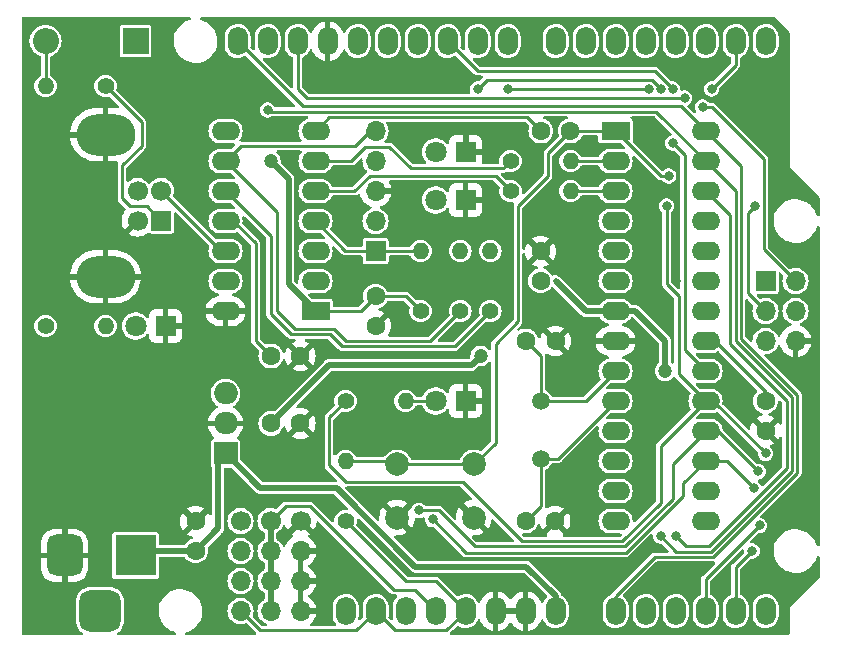
<source format=gtl>
%TF.GenerationSoftware,KiCad,Pcbnew,7.0.2-0*%
%TF.CreationDate,2023-07-06T00:17:09-07:00*%
%TF.ProjectId,DIPduino,44495064-7569-46e6-9f2e-6b696361645f,rev?*%
%TF.SameCoordinates,Original*%
%TF.FileFunction,Copper,L1,Top*%
%TF.FilePolarity,Positive*%
%FSLAX46Y46*%
G04 Gerber Fmt 4.6, Leading zero omitted, Abs format (unit mm)*
G04 Created by KiCad (PCBNEW 7.0.2-0) date 2023-07-06 00:17:09*
%MOMM*%
%LPD*%
G01*
G04 APERTURE LIST*
G04 Aperture macros list*
%AMRoundRect*
0 Rectangle with rounded corners*
0 $1 Rounding radius*
0 $2 $3 $4 $5 $6 $7 $8 $9 X,Y pos of 4 corners*
0 Add a 4 corners polygon primitive as box body*
4,1,4,$2,$3,$4,$5,$6,$7,$8,$9,$2,$3,0*
0 Add four circle primitives for the rounded corners*
1,1,$1+$1,$2,$3*
1,1,$1+$1,$4,$5*
1,1,$1+$1,$6,$7*
1,1,$1+$1,$8,$9*
0 Add four rect primitives between the rounded corners*
20,1,$1+$1,$2,$3,$4,$5,0*
20,1,$1+$1,$4,$5,$6,$7,0*
20,1,$1+$1,$6,$7,$8,$9,0*
20,1,$1+$1,$8,$9,$2,$3,0*%
G04 Aperture macros list end*
%TA.AperFunction,ComponentPad*%
%ADD10C,1.500000*%
%TD*%
%TA.AperFunction,ComponentPad*%
%ADD11C,1.600000*%
%TD*%
%TA.AperFunction,ComponentPad*%
%ADD12R,2.000000X1.905000*%
%TD*%
%TA.AperFunction,ComponentPad*%
%ADD13O,2.000000X1.905000*%
%TD*%
%TA.AperFunction,ComponentPad*%
%ADD14C,1.400000*%
%TD*%
%TA.AperFunction,ComponentPad*%
%ADD15O,1.400000X1.400000*%
%TD*%
%TA.AperFunction,ComponentPad*%
%ADD16O,1.700000X2.400000*%
%TD*%
%TA.AperFunction,ComponentPad*%
%ADD17R,1.800000X1.800000*%
%TD*%
%TA.AperFunction,ComponentPad*%
%ADD18C,1.800000*%
%TD*%
%TA.AperFunction,ComponentPad*%
%ADD19R,1.700000X1.700000*%
%TD*%
%TA.AperFunction,ComponentPad*%
%ADD20O,1.700000X1.700000*%
%TD*%
%TA.AperFunction,ComponentPad*%
%ADD21R,2.400000X1.600000*%
%TD*%
%TA.AperFunction,ComponentPad*%
%ADD22O,2.400000X1.600000*%
%TD*%
%TA.AperFunction,ComponentPad*%
%ADD23R,2.200000X2.200000*%
%TD*%
%TA.AperFunction,ComponentPad*%
%ADD24O,2.200000X2.200000*%
%TD*%
%TA.AperFunction,ComponentPad*%
%ADD25C,1.700000*%
%TD*%
%TA.AperFunction,ComponentPad*%
%ADD26O,5.000000X3.500000*%
%TD*%
%TA.AperFunction,ComponentPad*%
%ADD27C,2.000000*%
%TD*%
%TA.AperFunction,ComponentPad*%
%ADD28RoundRect,0.875000X-0.875000X-0.875000X0.875000X-0.875000X0.875000X0.875000X-0.875000X0.875000X0*%
%TD*%
%TA.AperFunction,ComponentPad*%
%ADD29RoundRect,0.750000X-0.750000X-1.000000X0.750000X-1.000000X0.750000X1.000000X-0.750000X1.000000X0*%
%TD*%
%TA.AperFunction,ComponentPad*%
%ADD30R,3.500000X3.500000*%
%TD*%
%TA.AperFunction,ViaPad*%
%ADD31C,0.800000*%
%TD*%
%TA.AperFunction,ViaPad*%
%ADD32C,1.200000*%
%TD*%
%TA.AperFunction,Conductor*%
%ADD33C,0.250000*%
%TD*%
%TA.AperFunction,Conductor*%
%ADD34C,0.500000*%
%TD*%
G04 APERTURE END LIST*
D10*
%TO.P,Y1,1,1*%
%TO.N,Net-(U1-XTAL2{slash}PB7)*%
X120650000Y-68380000D03*
%TO.P,Y1,2,2*%
%TO.N,Net-(U1-XTAL1{slash}PB6)*%
X120650000Y-63500000D03*
%TD*%
D11*
%TO.P,C8,1*%
%TO.N,+5V*%
X97810000Y-65405000D03*
%TO.P,C8,2*%
%TO.N,GND*%
X100310000Y-65405000D03*
%TD*%
D12*
%TO.P,U4,1,IN*%
%TO.N,/VIN*%
X93980000Y-67945000D03*
D13*
%TO.P,U4,2,GND*%
%TO.N,GND*%
X93980000Y-65405000D03*
%TO.P,U4,3,OUT*%
%TO.N,+5V*%
X93980000Y-62865000D03*
%TD*%
D14*
%TO.P,R8,1*%
%TO.N,+5V*%
X110490000Y-55880000D03*
D15*
%TO.P,R8,2*%
%TO.N,Net-(J5-Pin_1)*%
X110490000Y-50800000D03*
%TD*%
D16*
%TO.P,J6,1,Pin_1*%
%TO.N,/A5*%
X127000000Y-81280000D03*
%TO.P,J6,2,Pin_2*%
%TO.N,/A4*%
X129540000Y-81280000D03*
%TO.P,J6,3,Pin_3*%
%TO.N,/A3*%
X132080000Y-81280000D03*
%TO.P,J6,4,Pin_4*%
%TO.N,/A2*%
X134620000Y-81280000D03*
%TO.P,J6,5,Pin_5*%
%TO.N,/A1*%
X137160000Y-81280000D03*
%TO.P,J6,6,Pin_6*%
%TO.N,/A0*%
X139700000Y-81280000D03*
%TD*%
%TO.P,J8,1,Pin_1*%
%TO.N,unconnected-(J8-Pin_1-Pad1)*%
X104140000Y-81280000D03*
%TO.P,J8,2,Pin_2*%
%TO.N,+5V*%
X106680000Y-81280000D03*
%TO.P,J8,3,Pin_3*%
%TO.N,/RESET*%
X109220000Y-81280000D03*
%TO.P,J8,4,Pin_4*%
%TO.N,/3V3*%
X111760000Y-81280000D03*
%TO.P,J8,5,Pin_5*%
%TO.N,+5V*%
X114300000Y-81280000D03*
%TO.P,J8,6,Pin_6*%
%TO.N,GND*%
X116840000Y-81280000D03*
%TO.P,J8,7,Pin_7*%
X119380000Y-81280000D03*
%TO.P,J8,8,Pin_8*%
%TO.N,/VIN*%
X121920000Y-81280000D03*
%TD*%
D17*
%TO.P,D1,1,K*%
%TO.N,GND*%
X114300000Y-63500000D03*
D18*
%TO.P,D1,2,A*%
%TO.N,Net-(D1-A)*%
X111760000Y-63500000D03*
%TD*%
D19*
%TO.P,J3,1,Pin_1*%
%TO.N,/D12*%
X139700000Y-53340000D03*
D20*
%TO.P,J3,2,Pin_2*%
%TO.N,+5V*%
X142240000Y-53340000D03*
%TO.P,J3,3,Pin_3*%
%TO.N,/D13*%
X139700000Y-55880000D03*
%TO.P,J3,4,Pin_4*%
%TO.N,/D11*%
X142240000Y-55880000D03*
%TO.P,J3,5,Pin_5*%
%TO.N,/RESET*%
X139700000Y-58420000D03*
%TO.P,J3,6,Pin_6*%
%TO.N,GND*%
X142240000Y-58420000D03*
%TD*%
D14*
%TO.P,F1,1*%
%TO.N,Net-(J1-VBUS)*%
X83820000Y-36830000D03*
D15*
%TO.P,F1,2*%
%TO.N,Net-(D4-A)*%
X78740000Y-36830000D03*
%TD*%
D14*
%TO.P,R4,1*%
%TO.N,/ICSPDAT*%
X116400000Y-55880000D03*
D15*
%TO.P,R4,2*%
%TO.N,Net-(D3-A)*%
X116400000Y-50800000D03*
%TD*%
D21*
%TO.P,U1,1,~{RESET}/PC6*%
%TO.N,/RESET*%
X127000000Y-40640000D03*
D22*
%TO.P,U1,2,PD0*%
%TO.N,/D0*%
X127000000Y-43180000D03*
%TO.P,U1,3,PD1*%
%TO.N,/D1*%
X127000000Y-45720000D03*
%TO.P,U1,4,PD2*%
%TO.N,/D2*%
X127000000Y-48260000D03*
%TO.P,U1,5,PD3*%
%TO.N,/D3*%
X127000000Y-50800000D03*
%TO.P,U1,6,PD4*%
%TO.N,/D4*%
X127000000Y-53340000D03*
%TO.P,U1,7,VCC*%
%TO.N,+5V*%
X127000000Y-55880000D03*
%TO.P,U1,8,GND*%
%TO.N,GND*%
X127000000Y-58420000D03*
%TO.P,U1,9,XTAL1/PB6*%
%TO.N,Net-(U1-XTAL1{slash}PB6)*%
X127000000Y-60960000D03*
%TO.P,U1,10,XTAL2/PB7*%
%TO.N,Net-(U1-XTAL2{slash}PB7)*%
X127000000Y-63500000D03*
%TO.P,U1,11,PD5*%
%TO.N,/D5*%
X127000000Y-66040000D03*
%TO.P,U1,12,PD6*%
%TO.N,/D6*%
X127000000Y-68580000D03*
%TO.P,U1,13,PD7*%
%TO.N,/D7*%
X127000000Y-71120000D03*
%TO.P,U1,14,PB0*%
%TO.N,/D8*%
X127000000Y-73660000D03*
%TO.P,U1,15,PB1*%
%TO.N,/D9*%
X134620000Y-73660000D03*
%TO.P,U1,16,PB2*%
%TO.N,/D10*%
X134620000Y-71120000D03*
%TO.P,U1,17,PB3*%
%TO.N,/D11*%
X134620000Y-68580000D03*
%TO.P,U1,18,PB4*%
%TO.N,/D12*%
X134620000Y-66040000D03*
%TO.P,U1,19,PB5*%
%TO.N,/D13*%
X134620000Y-63500000D03*
%TO.P,U1,20,AVCC*%
%TO.N,+5V*%
X134620000Y-60960000D03*
%TO.P,U1,21,AREF*%
%TO.N,/AREF*%
X134620000Y-58420000D03*
%TO.P,U1,22,GND*%
%TO.N,GND*%
X134620000Y-55880000D03*
%TO.P,U1,23,PC0*%
%TO.N,/A0*%
X134620000Y-53340000D03*
%TO.P,U1,24,PC1*%
%TO.N,/A1*%
X134620000Y-50800000D03*
%TO.P,U1,25,PC2*%
%TO.N,/A2*%
X134620000Y-48260000D03*
%TO.P,U1,26,PC3*%
X134620000Y-45720000D03*
%TO.P,U1,27,PC4*%
%TO.N,/A4*%
X134620000Y-43180000D03*
%TO.P,U1,28,PC5*%
%TO.N,/A5*%
X134620000Y-40640000D03*
%TD*%
D23*
%TO.P,D4,1,K*%
%TO.N,+5V*%
X86360000Y-33020000D03*
D24*
%TO.P,D4,2,A*%
%TO.N,Net-(D4-A)*%
X78740000Y-33020000D03*
%TD*%
D14*
%TO.P,R3,1*%
%TO.N,/ICSPCLK*%
X113860000Y-55880000D03*
D15*
%TO.P,R3,2*%
%TO.N,Net-(D2-A)*%
X113860000Y-50800000D03*
%TD*%
D16*
%TO.P,J7,1,Pin_1*%
%TO.N,/D0*%
X139700000Y-33020000D03*
%TO.P,J7,2,Pin_2*%
%TO.N,/D1*%
X137160000Y-33020000D03*
%TO.P,J7,3,Pin_3*%
%TO.N,/D2*%
X134620000Y-33020000D03*
%TO.P,J7,4,Pin_4*%
%TO.N,/D3*%
X132080000Y-33020000D03*
%TO.P,J7,5,Pin_5*%
%TO.N,/D4*%
X129540000Y-33020000D03*
%TO.P,J7,6,Pin_6*%
%TO.N,/D5*%
X127000000Y-33020000D03*
%TO.P,J7,7,Pin_7*%
%TO.N,/D6*%
X124460000Y-33020000D03*
%TO.P,J7,8,Pin_8*%
%TO.N,/D7*%
X121920000Y-33020000D03*
%TD*%
D14*
%TO.P,R7,1*%
%TO.N,+5V*%
X78740000Y-57150000D03*
D15*
%TO.P,R7,2*%
%TO.N,Net-(D5-A)*%
X83820000Y-57150000D03*
%TD*%
D16*
%TO.P,J9,1,Pin_1*%
%TO.N,/D8*%
X117856000Y-33020000D03*
%TO.P,J9,2,Pin_2*%
%TO.N,/D9*%
X115316000Y-33020000D03*
%TO.P,J9,3,Pin_3*%
%TO.N,/D10*%
X112776000Y-33020000D03*
%TO.P,J9,4,Pin_4*%
%TO.N,/D11*%
X110236000Y-33020000D03*
%TO.P,J9,5,Pin_5*%
%TO.N,/D12*%
X107696000Y-33020000D03*
%TO.P,J9,6,Pin_6*%
%TO.N,/D13*%
X105156000Y-33020000D03*
%TO.P,J9,7,Pin_7*%
%TO.N,GND*%
X102616000Y-33020000D03*
%TO.P,J9,8,Pin_8*%
%TO.N,/AREF*%
X100076000Y-33020000D03*
%TO.P,J9,9,Pin_9*%
%TO.N,/A4*%
X97536000Y-33020000D03*
%TO.P,J9,10,Pin_10*%
%TO.N,/A5*%
X94996000Y-33020000D03*
%TD*%
D14*
%TO.P,R6,1*%
%TO.N,/PIC_TX*%
X118110000Y-43180000D03*
D15*
%TO.P,R6,2*%
%TO.N,/D0*%
X123190000Y-43180000D03*
%TD*%
D19*
%TO.P,J5,1,Pin_1*%
%TO.N,Net-(J5-Pin_1)*%
X106680000Y-50800000D03*
D20*
%TO.P,J5,2,Pin_2*%
%TO.N,+5V*%
X106680000Y-48260000D03*
%TO.P,J5,3,Pin_3*%
%TO.N,GND*%
X106680000Y-45720000D03*
%TO.P,J5,4,Pin_4*%
%TO.N,/ICSPDAT*%
X106680000Y-43180000D03*
%TO.P,J5,5,Pin_5*%
%TO.N,/ICSPCLK*%
X106680000Y-40640000D03*
%TD*%
D19*
%TO.P,J1,1,VBUS*%
%TO.N,Net-(J1-VBUS)*%
X88530000Y-48220000D03*
D25*
%TO.P,J1,2,D-*%
%TO.N,Net-(J1-D-)*%
X88530000Y-45720000D03*
%TO.P,J1,3,D+*%
%TO.N,Net-(J1-D+)*%
X86530000Y-45720000D03*
%TO.P,J1,4,GND*%
%TO.N,GND*%
X86530000Y-48220000D03*
D26*
%TO.P,J1,5,Shield*%
X83820000Y-52990000D03*
X83820000Y-40950000D03*
%TD*%
D11*
%TO.P,C4,1*%
%TO.N,/DTR*%
X120670000Y-40640000D03*
%TO.P,C4,2*%
%TO.N,/RESET*%
X123170000Y-40640000D03*
%TD*%
%TO.P,C1,1*%
%TO.N,/AREF*%
X139700000Y-63500000D03*
%TO.P,C1,2*%
%TO.N,GND*%
X139700000Y-66000000D03*
%TD*%
%TO.P,C2,1*%
%TO.N,GND*%
X106680000Y-57130000D03*
%TO.P,C2,2*%
%TO.N,+5V*%
X106680000Y-54630000D03*
%TD*%
D14*
%TO.P,R2,1*%
%TO.N,/D13*%
X104140000Y-63500000D03*
D15*
%TO.P,R2,2*%
%TO.N,Net-(D1-A)*%
X109220000Y-63500000D03*
%TD*%
D27*
%TO.P,SW1,1,1*%
%TO.N,/RESET*%
X108510000Y-68870000D03*
X115010000Y-68870000D03*
%TO.P,SW1,2,2*%
%TO.N,GND*%
X108510000Y-73370000D03*
X115010000Y-73370000D03*
%TD*%
D11*
%TO.P,C9,1*%
%TO.N,+5V*%
X120650000Y-53320000D03*
%TO.P,C9,2*%
%TO.N,GND*%
X120650000Y-50820000D03*
%TD*%
D20*
%TO.P,J4,4,Pin_4*%
%TO.N,+5V*%
X95250000Y-81280000D03*
%TO.P,J4,3,Pin_3*%
X95250000Y-78740000D03*
%TO.P,J4,2,Pin_2*%
X95250000Y-76200000D03*
D25*
%TO.P,J4,1,Pin_1*%
X95250000Y-73660000D03*
%TD*%
D17*
%TO.P,D5,1,K*%
%TO.N,GND*%
X88900000Y-57150000D03*
D18*
%TO.P,D5,2,A*%
%TO.N,Net-(D5-A)*%
X86360000Y-57150000D03*
%TD*%
D11*
%TO.P,C7,1*%
%TO.N,/VIN*%
X91440000Y-76180000D03*
%TO.P,C7,2*%
%TO.N,GND*%
X91440000Y-73680000D03*
%TD*%
D17*
%TO.P,D2,1,K*%
%TO.N,GND*%
X114300000Y-46482000D03*
D18*
%TO.P,D2,2,A*%
%TO.N,Net-(D2-A)*%
X111760000Y-46482000D03*
%TD*%
D28*
%TO.P,J2,3*%
%TO.N,N/C*%
X83360000Y-81280000D03*
D29*
%TO.P,J2,2*%
%TO.N,GND*%
X80360000Y-76580000D03*
D30*
%TO.P,J2,1*%
%TO.N,/VIN*%
X86360000Y-76580000D03*
%TD*%
D11*
%TO.P,C3,1*%
%TO.N,GND*%
X100310000Y-59690000D03*
%TO.P,C3,2*%
%TO.N,/3V3*%
X97810000Y-59690000D03*
%TD*%
D20*
%TO.P,J10,4,Pin_4*%
%TO.N,/3V3*%
X97790000Y-81280000D03*
%TO.P,J10,3,Pin_3*%
X97790000Y-78740000D03*
%TO.P,J10,2,Pin_2*%
X97790000Y-76200000D03*
D25*
%TO.P,J10,1,Pin_1*%
X97790000Y-73660000D03*
%TD*%
D11*
%TO.P,C5,1*%
%TO.N,Net-(U1-XTAL2{slash}PB7)*%
X119380000Y-73660000D03*
%TO.P,C5,2*%
%TO.N,GND*%
X121880000Y-73660000D03*
%TD*%
D14*
%TO.P,R1,1*%
%TO.N,+5V*%
X104140000Y-73660000D03*
D15*
%TO.P,R1,2*%
%TO.N,/RESET*%
X104140000Y-68580000D03*
%TD*%
D21*
%TO.P,U2,1,VDD*%
%TO.N,+5V*%
X101600000Y-55885000D03*
D22*
%TO.P,U2,2,RA5/SOSCI/T1CKI/PWM2/CLKIN/OSC1*%
%TO.N,unconnected-(U2-RA5{slash}SOSCI{slash}T1CKI{slash}PWM2{slash}CLKIN{slash}OSC1-Pad2)*%
X101600000Y-53345000D03*
%TO.P,U2,3,RA4/SOSCO/T1G/SDO/CLKOUT/OSC2/CLKR*%
%TO.N,unconnected-(U2-RA4{slash}SOSCO{slash}T1G{slash}SDO{slash}CLKOUT{slash}OSC2{slash}CLKR-Pad3)*%
X101600000Y-50805000D03*
%TO.P,U2,4,RA3/T1G/~{SS}/~{MCLR}/Vpp*%
%TO.N,Net-(J5-Pin_1)*%
X101600000Y-48265000D03*
%TO.P,U2,5,PWM1/DT/RX/T0CKI/RC5*%
%TO.N,/PIC_RX*%
X101600000Y-45725000D03*
%TO.P,U2,6,CK/TX/RC4*%
%TO.N,/PIC_TX*%
X101600000Y-43185000D03*
%TO.P,U2,7,CLKR/~{SS}/PWM2/RC3*%
%TO.N,/DTR*%
X101600000Y-40645000D03*
%TO.P,U2,8,SDO/RC2*%
%TO.N,unconnected-(U2-SDO{slash}RC2-Pad8)*%
X93980000Y-40645000D03*
%TO.P,U2,9,ICSPCLK/SDI/SDA/RC1*%
%TO.N,/ICSPCLK*%
X93980000Y-43185000D03*
%TO.P,U2,10,ICSPDAT/SCK/SCL/RC0*%
%TO.N,/ICSPDAT*%
X93980000Y-45725000D03*
%TO.P,U2,11,Vusb3v3*%
%TO.N,/3V3*%
X93980000Y-48265000D03*
%TO.P,U2,12,RA1/D-/ICSPCLK*%
%TO.N,Net-(J1-D-)*%
X93980000Y-50805000D03*
%TO.P,U2,13,RA0/D+/ICSPDAT*%
%TO.N,Net-(J1-D+)*%
X93980000Y-53345000D03*
%TO.P,U2,14,VSS*%
%TO.N,GND*%
X93980000Y-55885000D03*
%TD*%
D17*
%TO.P,D3,1,K*%
%TO.N,GND*%
X114305000Y-42418000D03*
D18*
%TO.P,D3,2,A*%
%TO.N,Net-(D3-A)*%
X111765000Y-42418000D03*
%TD*%
D11*
%TO.P,C6,1*%
%TO.N,Net-(U1-XTAL1{slash}PB6)*%
X119420000Y-58420000D03*
%TO.P,C6,2*%
%TO.N,GND*%
X121920000Y-58420000D03*
%TD*%
D14*
%TO.P,R5,1*%
%TO.N,/PIC_RX*%
X118110000Y-45720000D03*
D15*
%TO.P,R5,2*%
%TO.N,/D1*%
X123190000Y-45720000D03*
%TD*%
D20*
%TO.P,J11,4,Pin_4*%
%TO.N,GND*%
X100330000Y-81280000D03*
%TO.P,J11,3,Pin_3*%
X100330000Y-78740000D03*
%TO.P,J11,2,Pin_2*%
X100330000Y-76200000D03*
D25*
%TO.P,J11,1,Pin_1*%
X100330000Y-73660000D03*
%TD*%
D31*
%TO.N,GND*%
X132080000Y-53340000D03*
X135890000Y-62230000D03*
X140970000Y-60198000D03*
D32*
%TO.N,+5V*%
X97790000Y-43180000D03*
X131209500Y-60960000D03*
X115570000Y-59690000D03*
D31*
X134366000Y-38608000D03*
X131826000Y-41656000D03*
%TO.N,/RESET*%
X131499500Y-44450000D03*
%TO.N,/D12*%
X139065000Y-69469000D03*
X110363000Y-72771000D03*
%TO.N,/D13*%
X139700000Y-67945000D03*
X131318000Y-46990000D03*
X138811000Y-46990000D03*
%TO.N,/D11*%
X111506000Y-73533000D03*
X138684000Y-70866000D03*
%TO.N,/D1*%
X135128000Y-37084000D03*
%TO.N,/D8*%
X129794000Y-37084000D03*
X117856000Y-37084000D03*
%TO.N,/D9*%
X115316000Y-37084000D03*
X130810000Y-37084000D03*
%TO.N,/D10*%
X131826000Y-37084000D03*
%TO.N,/A1*%
X138557000Y-76200000D03*
%TO.N,/A2*%
X139192000Y-74041000D03*
%TO.N,/A4*%
X130810000Y-74930000D03*
X97536000Y-38862000D03*
%TO.N,/AREF*%
X132842000Y-37846000D03*
%TO.N,/A3*%
X132080000Y-74930000D03*
%TD*%
D33*
%TO.N,Net-(U1-XTAL2{slash}PB7)*%
X120650000Y-68380000D02*
X122120000Y-68380000D01*
X122120000Y-68380000D02*
X127000000Y-63500000D01*
D34*
%TO.N,+5V*%
X102743000Y-60452000D02*
X102743000Y-60472000D01*
X102743000Y-60472000D02*
X97810000Y-65405000D01*
X115570000Y-59690000D02*
X114808000Y-60452000D01*
X114808000Y-60452000D02*
X102743000Y-60452000D01*
D33*
%TO.N,/RESET*%
X121285001Y-44450000D02*
X121285001Y-42524999D01*
X121285001Y-42524999D02*
X123170000Y-40640000D01*
X118745000Y-46990000D02*
X118745000Y-56769000D01*
X121285001Y-44450000D02*
X118745000Y-46990000D01*
X118745000Y-56769000D02*
X116840000Y-58674000D01*
X116840000Y-58674000D02*
X116840000Y-67040000D01*
X116840000Y-67040000D02*
X115010000Y-68870000D01*
%TO.N,/3V3*%
X96540000Y-58420000D02*
X96520000Y-58420000D01*
X96520000Y-58420000D02*
X96520000Y-50155000D01*
X97810000Y-59690000D02*
X96540000Y-58420000D01*
%TO.N,Net-(J5-Pin_1)*%
X110490000Y-50800000D02*
X106680000Y-50800000D01*
%TO.N,+5V*%
X106680000Y-54630000D02*
X109240000Y-54630000D01*
X109240000Y-54630000D02*
X110490000Y-55880000D01*
X101600000Y-55885000D02*
X105425000Y-55885000D01*
X105425000Y-55885000D02*
X106680000Y-54630000D01*
%TO.N,/ICSPDAT*%
X103632000Y-58674000D02*
X102812000Y-57854000D01*
X113410000Y-58870000D02*
X103828000Y-58870000D01*
X103828000Y-58870000D02*
X103632000Y-58674000D01*
X116400000Y-55880000D02*
X113410000Y-58870000D01*
%TO.N,/ICSPCLK*%
X104140000Y-58420000D02*
X103124000Y-57404000D01*
X113860000Y-55880000D02*
X111320000Y-58420000D01*
X111320000Y-58420000D02*
X104140000Y-58420000D01*
D34*
%TO.N,/VIN*%
X119443500Y-77533500D02*
X110045500Y-77533500D01*
X110045500Y-77533500D02*
X103378000Y-70866000D01*
X121920000Y-81280000D02*
X121920000Y-80010000D01*
X103378000Y-70866000D02*
X96901000Y-70866000D01*
X121920000Y-80010000D02*
X119443500Y-77533500D01*
X96901000Y-70866000D02*
X93980000Y-67945000D01*
X91440000Y-76180000D02*
X86760000Y-76180000D01*
X86760000Y-76180000D02*
X86360000Y-76580000D01*
X93345000Y-68580000D02*
X93345000Y-74295000D01*
X93980000Y-67945000D02*
X93345000Y-68580000D01*
X93345000Y-74295000D02*
X93325000Y-74295000D01*
X93325000Y-74295000D02*
X91440000Y-76180000D01*
D33*
%TO.N,+5V*%
X105029000Y-82931000D02*
X98044000Y-82931000D01*
X98044000Y-82931000D02*
X96901000Y-82931000D01*
X96901000Y-82931000D02*
X95250000Y-81280000D01*
%TO.N,/3V3*%
X97790000Y-73660000D02*
X99060000Y-72390000D01*
X99060000Y-72390000D02*
X101092000Y-72390000D01*
X101092000Y-72390000D02*
X108204000Y-79502000D01*
X108204000Y-79502000D02*
X109474000Y-79502000D01*
%TO.N,+5V*%
X106680000Y-81280000D02*
X105029000Y-82931000D01*
%TO.N,/3V3*%
X94630000Y-48265000D02*
X93980000Y-48265000D01*
X96520000Y-50155000D02*
X94630000Y-48265000D01*
%TO.N,/ICSPDAT*%
X97790000Y-49535000D02*
X97790000Y-56134000D01*
X99510000Y-57854000D02*
X97790000Y-56134000D01*
X102812000Y-57854000D02*
X99510000Y-57854000D01*
%TO.N,/ICSPCLK*%
X98298000Y-55372000D02*
X98298000Y-47503000D01*
X103124000Y-57404000D02*
X99822000Y-57404000D01*
X99822000Y-57404000D02*
X98298000Y-55880000D01*
X98298000Y-55880000D02*
X98298000Y-55372000D01*
%TO.N,+5V*%
X139536000Y-50636000D02*
X142240000Y-53340000D01*
D34*
X131209500Y-58420000D02*
X128669500Y-55880000D01*
D33*
X101560000Y-55925000D02*
X101600000Y-55885000D01*
D34*
X127000000Y-55880000D02*
X124460000Y-55880000D01*
D33*
X139536000Y-43016000D02*
X139536000Y-50636000D01*
X114300000Y-81280000D02*
X111760000Y-78740000D01*
X112649000Y-82931000D02*
X108331000Y-82931000D01*
D34*
X128669500Y-55880000D02*
X127000000Y-55880000D01*
X99314000Y-53599000D02*
X101600000Y-55885000D01*
D33*
X132842000Y-42672000D02*
X132842000Y-59182000D01*
D34*
X97790000Y-43180000D02*
X99314000Y-44704000D01*
X124460000Y-55880000D02*
X121920000Y-53340000D01*
D33*
X134366000Y-38608000D02*
X135128000Y-38608000D01*
X114300000Y-81280000D02*
X112649000Y-82931000D01*
X109220000Y-78740000D02*
X104140000Y-73660000D01*
X135128000Y-38608000D02*
X139536000Y-43016000D01*
D34*
X99314000Y-44704000D02*
X99314000Y-53599000D01*
D33*
X131826000Y-41656000D02*
X132842000Y-42672000D01*
X108331000Y-82931000D02*
X106680000Y-81280000D01*
D34*
X131209500Y-60960000D02*
X131209500Y-58420000D01*
D33*
X132842000Y-59182000D02*
X134620000Y-60960000D01*
X111760000Y-78740000D02*
X109220000Y-78740000D01*
D34*
%TO.N,/3V3*%
X97790000Y-73660000D02*
X97790000Y-76200000D01*
X97790000Y-78740000D02*
X97790000Y-81280000D01*
X97790000Y-76200000D02*
X97790000Y-78740000D01*
D33*
X109982000Y-79502000D02*
X111760000Y-81280000D01*
X108204000Y-79502000D02*
X109982000Y-79502000D01*
%TO.N,/DTR*%
X101600000Y-40645000D02*
X102780000Y-39465000D01*
X102780000Y-39465000D02*
X119495000Y-39465000D01*
X119495000Y-39465000D02*
X120670000Y-40640000D01*
%TO.N,/RESET*%
X130810000Y-44450000D02*
X127000000Y-40640000D01*
X131499500Y-44450000D02*
X130810000Y-44450000D01*
X123170000Y-40640000D02*
X127000000Y-40640000D01*
X108510000Y-68870000D02*
X115010000Y-68870000D01*
X104140000Y-68580000D02*
X108220000Y-68580000D01*
X108220000Y-68580000D02*
X108510000Y-68870000D01*
%TO.N,Net-(U1-XTAL2{slash}PB7)*%
X120650000Y-68380000D02*
X120650000Y-72390000D01*
X120650000Y-72390000D02*
X119380000Y-73660000D01*
%TO.N,Net-(U1-XTAL1{slash}PB6)*%
X120650000Y-63500000D02*
X124460000Y-63500000D01*
X124460000Y-63500000D02*
X127000000Y-60960000D01*
X120650000Y-59650000D02*
X119420000Y-58420000D01*
X120650000Y-63500000D02*
X120650000Y-59650000D01*
%TO.N,Net-(D1-A)*%
X109220000Y-63500000D02*
X111760000Y-63500000D01*
%TO.N,Net-(J1-VBUS)*%
X85217000Y-46355000D02*
X85217000Y-43561000D01*
X88530000Y-48220000D02*
X87300000Y-46990000D01*
X85852000Y-46990000D02*
X85217000Y-46355000D01*
X85217000Y-43561000D02*
X86868000Y-41910000D01*
X86868000Y-39878000D02*
X83820000Y-36830000D01*
X87300000Y-46990000D02*
X85852000Y-46990000D01*
X86868000Y-41910000D02*
X86868000Y-39878000D01*
%TO.N,Net-(J1-D-)*%
X92525000Y-49715000D02*
X93615000Y-50805000D01*
X88530000Y-45720000D02*
X92525000Y-49715000D01*
X92398000Y-49588000D02*
X92525000Y-49715000D01*
X93615000Y-50805000D02*
X93980000Y-50805000D01*
%TO.N,/D12*%
X139065000Y-69469000D02*
X135636000Y-66040000D01*
X127762698Y-75819000D02*
X115062000Y-75819000D01*
X112014000Y-72771000D02*
X110363000Y-72771000D01*
X131826000Y-68834000D02*
X131826000Y-71755698D01*
X134620000Y-66040000D02*
X131826000Y-68834000D01*
X131826000Y-71755698D02*
X127762698Y-75819000D01*
X115062000Y-75819000D02*
X112014000Y-72771000D01*
X135636000Y-66040000D02*
X134620000Y-66040000D01*
%TO.N,/D13*%
X104140000Y-70358000D02*
X102743000Y-68961000D01*
X127576302Y-75369000D02*
X119057000Y-75369000D01*
X135255000Y-63500000D02*
X134620000Y-63500000D01*
X130810000Y-72135302D02*
X127576302Y-75369000D01*
X138811000Y-46990000D02*
X138176000Y-47625000D01*
X130810000Y-67310000D02*
X130810000Y-72135302D01*
X114046000Y-70358000D02*
X104140000Y-70358000D01*
X131318000Y-53603305D02*
X132334000Y-54619305D01*
X138176000Y-47625000D02*
X138176000Y-54356000D01*
X134620000Y-63500000D02*
X130810000Y-67310000D01*
X102743000Y-64897000D02*
X104140000Y-63500000D01*
X131318000Y-46990000D02*
X131318000Y-53603305D01*
X132334000Y-54619305D02*
X132334000Y-61214000D01*
X119057000Y-75369000D02*
X114046000Y-70358000D01*
X138176000Y-54356000D02*
X139700000Y-55880000D01*
X139700000Y-67945000D02*
X135255000Y-63500000D01*
X132334000Y-61214000D02*
X134620000Y-63500000D01*
X102743000Y-68961000D02*
X102743000Y-64897000D01*
%TO.N,/D11*%
X138684000Y-70866000D02*
X136398000Y-68580000D01*
X127889000Y-76328396D02*
X132715000Y-71502396D01*
X111506000Y-73533000D02*
X114301396Y-76328396D01*
X132715000Y-71502396D02*
X132715000Y-70485000D01*
X132715000Y-70485000D02*
X134620000Y-68580000D01*
X114301396Y-76328396D02*
X127889000Y-76328396D01*
X136398000Y-68580000D02*
X134620000Y-68580000D01*
%TO.N,/ICSPCLK*%
X98298000Y-47503000D02*
X93980000Y-43185000D01*
X106172000Y-40640000D02*
X106680000Y-40640000D01*
X95255000Y-41910000D02*
X104902000Y-41910000D01*
X93980000Y-43185000D02*
X95255000Y-41910000D01*
X104902000Y-41910000D02*
X106172000Y-40640000D01*
%TO.N,/ICSPDAT*%
X93980000Y-45725000D02*
X97790000Y-49535000D01*
%TO.N,/PIC_RX*%
X101600000Y-45725000D02*
X104897000Y-45725000D01*
X104897000Y-45725000D02*
X106172000Y-44450000D01*
X106172000Y-44450000D02*
X116840000Y-44450000D01*
X116840000Y-44450000D02*
X118110000Y-45720000D01*
%TO.N,/D1*%
X137160000Y-35052000D02*
X137160000Y-33020000D01*
X123190000Y-45720000D02*
X127000000Y-45720000D01*
X135128000Y-37084000D02*
X137160000Y-35052000D01*
%TO.N,/PIC_TX*%
X117475000Y-43815000D02*
X118110000Y-43180000D01*
X104643000Y-43185000D02*
X105823000Y-42005000D01*
X101600000Y-43185000D02*
X104643000Y-43185000D01*
X109665000Y-43815000D02*
X117475000Y-43815000D01*
X105823000Y-42005000D02*
X107855000Y-42005000D01*
X107855000Y-42005000D02*
X109665000Y-43815000D01*
%TO.N,/D0*%
X123190000Y-43180000D02*
X127000000Y-43180000D01*
%TO.N,Net-(J5-Pin_1)*%
X106680000Y-50800000D02*
X104135000Y-50800000D01*
X104135000Y-50800000D02*
X101600000Y-48265000D01*
%TO.N,/D8*%
X129794000Y-37084000D02*
X117856000Y-37084000D01*
%TO.N,/D9*%
X130810000Y-37084000D02*
X130810000Y-37074695D01*
X116078000Y-36322000D02*
X115316000Y-37084000D01*
X130057305Y-36322000D02*
X116078000Y-36322000D01*
X130810000Y-37074695D02*
X130057305Y-36322000D01*
%TO.N,/D10*%
X130311305Y-35560000D02*
X115316000Y-35560000D01*
X131826000Y-37074695D02*
X130311305Y-35560000D01*
X131826000Y-37084000D02*
X131826000Y-37074695D01*
X115316000Y-35560000D02*
X112776000Y-33020000D01*
%TO.N,/A1*%
X137160000Y-77597000D02*
X137160000Y-81280000D01*
X138557000Y-76200000D02*
X137160000Y-77597000D01*
%TO.N,/A2*%
X134620000Y-78613000D02*
X139192000Y-74041000D01*
X134620000Y-81280000D02*
X134620000Y-78613000D01*
%TO.N,/A4*%
X141928000Y-69400000D02*
X135070000Y-76258000D01*
X130455000Y-39015000D02*
X134620000Y-43180000D01*
X97536000Y-38862000D02*
X97689000Y-39015000D01*
X141928000Y-63189396D02*
X141928000Y-69400000D01*
X137160000Y-45720000D02*
X137160000Y-58421396D01*
X132138000Y-76258000D02*
X130810000Y-74930000D01*
X97689000Y-39015000D02*
X130455000Y-39015000D01*
X137160000Y-58421396D02*
X141928000Y-63189396D01*
X134620000Y-43180000D02*
X137160000Y-45720000D01*
X135070000Y-76258000D02*
X132138000Y-76258000D01*
%TO.N,/A5*%
X135256396Y-76708000D02*
X142378000Y-69586396D01*
X137610000Y-58235000D02*
X137610000Y-43630000D01*
X100541000Y-38565000D02*
X94996000Y-33020000D01*
X142378000Y-63003000D02*
X137610000Y-58235000D01*
X127000000Y-80010000D02*
X130302000Y-76708000D01*
X127000000Y-81280000D02*
X127000000Y-80010000D01*
X137610000Y-43630000D02*
X134620000Y-40640000D01*
X132545000Y-38565000D02*
X100541000Y-38565000D01*
X130302000Y-76708000D02*
X135256396Y-76708000D01*
X142378000Y-69586396D02*
X142378000Y-63003000D01*
X134620000Y-40640000D02*
X132545000Y-38565000D01*
%TO.N,/AREF*%
X139700000Y-62738000D02*
X135382000Y-58420000D01*
X135382000Y-58420000D02*
X134620000Y-58420000D01*
X139700000Y-63500000D02*
X139700000Y-62738000D01*
X132842000Y-37846000D02*
X100838000Y-37846000D01*
X100076000Y-37084000D02*
X100076000Y-33020000D01*
X100838000Y-37846000D02*
X100076000Y-37084000D01*
%TO.N,/A3*%
X136652000Y-47752000D02*
X134620000Y-45720000D01*
X141478000Y-63500000D02*
X136652000Y-58674000D01*
X134883604Y-75808000D02*
X141478000Y-69213604D01*
X136652000Y-58674000D02*
X136652000Y-58166000D01*
X141478000Y-69213604D02*
X141478000Y-63500000D01*
X132958000Y-75808000D02*
X134883604Y-75808000D01*
X136652000Y-58166000D02*
X136652000Y-47752000D01*
X132080000Y-74930000D02*
X132958000Y-75808000D01*
%TO.N,Net-(D4-A)*%
X78740000Y-36830000D02*
X78740000Y-33020000D01*
%TD*%
%TA.AperFunction,Conductor*%
%TO.N,GND*%
G36*
X90991254Y-31007685D02*
G01*
X91037009Y-31060489D01*
X91046953Y-31129647D01*
X91017928Y-31193203D01*
X90959150Y-31230977D01*
X90951176Y-31233033D01*
X90905450Y-31243218D01*
X90652441Y-31339986D01*
X90416223Y-31472559D01*
X90201825Y-31638109D01*
X90013813Y-31833120D01*
X89856201Y-32053420D01*
X89732342Y-32294329D01*
X89644881Y-32550695D01*
X89595680Y-32817066D01*
X89585787Y-33087764D01*
X89615413Y-33357016D01*
X89633286Y-33425380D01*
X89683928Y-33619088D01*
X89752680Y-33780875D01*
X89789871Y-33868392D01*
X89930982Y-34099611D01*
X90098246Y-34300600D01*
X90104255Y-34307820D01*
X90305998Y-34488582D01*
X90531910Y-34638044D01*
X90564623Y-34653379D01*
X90777177Y-34753021D01*
X91036562Y-34831058D01*
X91036569Y-34831060D01*
X91304561Y-34870500D01*
X91304564Y-34870500D01*
X91505369Y-34870500D01*
X91507631Y-34870500D01*
X91710156Y-34855677D01*
X91974553Y-34796780D01*
X92227558Y-34700014D01*
X92463777Y-34567441D01*
X92678177Y-34401888D01*
X92866186Y-34206881D01*
X93023799Y-33986579D01*
X93147656Y-33745675D01*
X93235118Y-33489305D01*
X93284319Y-33222933D01*
X93294212Y-32952235D01*
X93264586Y-32682982D01*
X93196072Y-32420912D01*
X93090130Y-32171610D01*
X92949018Y-31940390D01*
X92949017Y-31940388D01*
X92775746Y-31732181D01*
X92753895Y-31712602D01*
X92574002Y-31551418D01*
X92348090Y-31401956D01*
X92348086Y-31401954D01*
X92102822Y-31286978D01*
X91915899Y-31230742D01*
X91857373Y-31192579D01*
X91828771Y-31128832D01*
X91839173Y-31059741D01*
X91885278Y-31007242D01*
X91951623Y-30988000D01*
X140410638Y-30988000D01*
X140477677Y-31007685D01*
X140498318Y-31024318D01*
X141695682Y-32221682D01*
X141729166Y-32283003D01*
X141732000Y-32309361D01*
X141732000Y-43688000D01*
X144235682Y-46191682D01*
X144269166Y-46253003D01*
X144272000Y-46279361D01*
X144272000Y-47751797D01*
X144252315Y-47818836D01*
X144199511Y-47864591D01*
X144130353Y-47874535D01*
X144066797Y-47845510D01*
X144029023Y-47786732D01*
X144028032Y-47783161D01*
X144026022Y-47775471D01*
X143996072Y-47660912D01*
X143890130Y-47411610D01*
X143778419Y-47228565D01*
X143749017Y-47180388D01*
X143575746Y-46972181D01*
X143534577Y-46935293D01*
X143374002Y-46791418D01*
X143148090Y-46641956D01*
X143114070Y-46626008D01*
X142902822Y-46526978D01*
X142643437Y-46448941D01*
X142643431Y-46448940D01*
X142375439Y-46409500D01*
X142172369Y-46409500D01*
X142170120Y-46409664D01*
X142170109Y-46409665D01*
X141969843Y-46424322D01*
X141705449Y-46483219D01*
X141452441Y-46579986D01*
X141216223Y-46712559D01*
X141001825Y-46878109D01*
X140813813Y-47073120D01*
X140656201Y-47293420D01*
X140532342Y-47534329D01*
X140444881Y-47790695D01*
X140395680Y-48057066D01*
X140385787Y-48327764D01*
X140415413Y-48597016D01*
X140434221Y-48668956D01*
X140483928Y-48859088D01*
X140584041Y-49094674D01*
X140589871Y-49108392D01*
X140730982Y-49339611D01*
X140893468Y-49534858D01*
X140904255Y-49547820D01*
X141105998Y-49728582D01*
X141331910Y-49878044D01*
X141432772Y-49925326D01*
X141577177Y-49993021D01*
X141836562Y-50071058D01*
X141836569Y-50071060D01*
X142104561Y-50110500D01*
X142104564Y-50110500D01*
X142305369Y-50110500D01*
X142307631Y-50110500D01*
X142510156Y-50095677D01*
X142774553Y-50036780D01*
X143027558Y-49940014D01*
X143263777Y-49807441D01*
X143478177Y-49641888D01*
X143666186Y-49446881D01*
X143823799Y-49226579D01*
X143947656Y-48985675D01*
X144030641Y-48742426D01*
X144070918Y-48685334D01*
X144135667Y-48659079D01*
X144204332Y-48671998D01*
X144255112Y-48719989D01*
X144272000Y-48782464D01*
X144272000Y-75691797D01*
X144252315Y-75758836D01*
X144199511Y-75804591D01*
X144130353Y-75814535D01*
X144066797Y-75785510D01*
X144029023Y-75726732D01*
X144028032Y-75723161D01*
X144019832Y-75691797D01*
X143996072Y-75600912D01*
X143890130Y-75351610D01*
X143784389Y-75178347D01*
X143749017Y-75120388D01*
X143575746Y-74912181D01*
X143570520Y-74907498D01*
X143374002Y-74731418D01*
X143148090Y-74581956D01*
X143119115Y-74568373D01*
X142902822Y-74466978D01*
X142643437Y-74388941D01*
X142643431Y-74388940D01*
X142375439Y-74349500D01*
X142172369Y-74349500D01*
X142170120Y-74349664D01*
X142170109Y-74349665D01*
X141969843Y-74364322D01*
X141705449Y-74423219D01*
X141452441Y-74519986D01*
X141216223Y-74652559D01*
X141001825Y-74818109D01*
X140813813Y-75013120D01*
X140656201Y-75233420D01*
X140532342Y-75474329D01*
X140444881Y-75730695D01*
X140395680Y-75997066D01*
X140385787Y-76267764D01*
X140415413Y-76537016D01*
X140449078Y-76665786D01*
X140483928Y-76799088D01*
X140586770Y-77041094D01*
X140589871Y-77048392D01*
X140730982Y-77279611D01*
X140904253Y-77487818D01*
X140904255Y-77487820D01*
X141105998Y-77668582D01*
X141331910Y-77818044D01*
X141417187Y-77858020D01*
X141577177Y-77933021D01*
X141793279Y-77998036D01*
X141836569Y-78011060D01*
X142104561Y-78050500D01*
X142104564Y-78050500D01*
X142305369Y-78050500D01*
X142307631Y-78050500D01*
X142510156Y-78035677D01*
X142774553Y-77976780D01*
X143027558Y-77880014D01*
X143263777Y-77747441D01*
X143478177Y-77581888D01*
X143666186Y-77386881D01*
X143823799Y-77166579D01*
X143947656Y-76925675D01*
X144022417Y-76706535D01*
X144030642Y-76682426D01*
X144070918Y-76625334D01*
X144135667Y-76599079D01*
X144204332Y-76611998D01*
X144255112Y-76659989D01*
X144272000Y-76722464D01*
X144272000Y-78434638D01*
X144252315Y-78501677D01*
X144235681Y-78522319D01*
X141732000Y-81025999D01*
X141732000Y-83188000D01*
X141712315Y-83255039D01*
X141659511Y-83300794D01*
X141608000Y-83312000D01*
X113098398Y-83312000D01*
X113031359Y-83292315D01*
X112985604Y-83239511D01*
X112975660Y-83170353D01*
X113004685Y-83106797D01*
X113010717Y-83100319D01*
X113236181Y-82874855D01*
X113541871Y-82569164D01*
X113603192Y-82535681D01*
X113672883Y-82540665D01*
X113691550Y-82549460D01*
X113757259Y-82587397D01*
X113840756Y-82635604D01*
X113934241Y-82667959D01*
X114039366Y-82704344D01*
X114074298Y-82709366D01*
X114247398Y-82734254D01*
X114457330Y-82724254D01*
X114661576Y-82674704D01*
X114747195Y-82635603D01*
X114852752Y-82587397D01*
X114917806Y-82541072D01*
X115023952Y-82465486D01*
X115168986Y-82313378D01*
X115282613Y-82136572D01*
X115321166Y-82040270D01*
X115364355Y-81985351D01*
X115430382Y-81962498D01*
X115498282Y-81978971D01*
X115546498Y-82029537D01*
X115556058Y-82054264D01*
X115566569Y-82093492D01*
X115666400Y-82307578D01*
X115801890Y-82501078D01*
X115968918Y-82668106D01*
X116162423Y-82803600D01*
X116376509Y-82903430D01*
X116590000Y-82960634D01*
X116589999Y-81715501D01*
X116697685Y-81764680D01*
X116804237Y-81780000D01*
X116875763Y-81780000D01*
X116982315Y-81764680D01*
X117089999Y-81715501D01*
X117089999Y-82960633D01*
X117303490Y-82903430D01*
X117517578Y-82803599D01*
X117711078Y-82668109D01*
X117878108Y-82501079D01*
X118008424Y-82314968D01*
X118063001Y-82271343D01*
X118132499Y-82264149D01*
X118194854Y-82295672D01*
X118211574Y-82314967D01*
X118341893Y-82501081D01*
X118508918Y-82668106D01*
X118702423Y-82803600D01*
X118916509Y-82903430D01*
X119130000Y-82960634D01*
X119130000Y-81715501D01*
X119237685Y-81764680D01*
X119344237Y-81780000D01*
X119415763Y-81780000D01*
X119522315Y-81764680D01*
X119630000Y-81715501D01*
X119630000Y-82960633D01*
X119843490Y-82903430D01*
X120057578Y-82803599D01*
X120251078Y-82668109D01*
X120418109Y-82501078D01*
X120553599Y-82307578D01*
X120653429Y-82093495D01*
X120661856Y-82062043D01*
X120698220Y-82002382D01*
X120761066Y-81971851D01*
X120830442Y-81980145D01*
X120884321Y-82024629D01*
X120891848Y-82037314D01*
X120989990Y-82227684D01*
X121119906Y-82392884D01*
X121278745Y-82530520D01*
X121377259Y-82587397D01*
X121460756Y-82635604D01*
X121554241Y-82667959D01*
X121659366Y-82704344D01*
X121694298Y-82709366D01*
X121867398Y-82734254D01*
X122077330Y-82724254D01*
X122281576Y-82674704D01*
X122367195Y-82635603D01*
X122472752Y-82587397D01*
X122537806Y-82541072D01*
X122643952Y-82465486D01*
X122788986Y-82313378D01*
X122902613Y-82136572D01*
X122980725Y-81941457D01*
X123020500Y-81735085D01*
X123020500Y-80877575D01*
X123005528Y-80720782D01*
X122946316Y-80519125D01*
X122850011Y-80332318D01*
X122839578Y-80319052D01*
X122720093Y-80167115D01*
X122677977Y-80130621D01*
X122561256Y-80029481D01*
X122479029Y-79982007D01*
X122472657Y-79978328D01*
X122424442Y-79927760D01*
X122418476Y-79914275D01*
X122414091Y-79902518D01*
X122414091Y-79902517D01*
X122412404Y-79897995D01*
X122405851Y-79872316D01*
X122405165Y-79867543D01*
X122390911Y-79836331D01*
X122384536Y-79822372D01*
X122381148Y-79814192D01*
X122363797Y-79767671D01*
X122362902Y-79766476D01*
X122360904Y-79763806D01*
X122347377Y-79741007D01*
X122346984Y-79740146D01*
X122345377Y-79736627D01*
X122334415Y-79723976D01*
X122312860Y-79699100D01*
X122307306Y-79692207D01*
X122299221Y-79681406D01*
X122289679Y-79671865D01*
X122283659Y-79665401D01*
X122251128Y-79627857D01*
X122251127Y-79627856D01*
X122251125Y-79627854D01*
X122247067Y-79625246D01*
X122226427Y-79608613D01*
X119844885Y-77227071D01*
X119828249Y-77206427D01*
X119825642Y-77202370D01*
X119788115Y-77169854D01*
X119781635Y-77163821D01*
X119772093Y-77154279D01*
X119761286Y-77146189D01*
X119754407Y-77140647D01*
X119716873Y-77108123D01*
X119716872Y-77108122D01*
X119712487Y-77106120D01*
X119689694Y-77092595D01*
X119685831Y-77089704D01*
X119685829Y-77089703D01*
X119639290Y-77072345D01*
X119631122Y-77068961D01*
X119606431Y-77057685D01*
X119585958Y-77048335D01*
X119585103Y-77048212D01*
X119581176Y-77047647D01*
X119555501Y-77041094D01*
X119550983Y-77039409D01*
X119501447Y-77035865D01*
X119492653Y-77034919D01*
X119479303Y-77033000D01*
X119479299Y-77033000D01*
X119465808Y-77033000D01*
X119456961Y-77032684D01*
X119407426Y-77029140D01*
X119402714Y-77030166D01*
X119376356Y-77033000D01*
X110304176Y-77033000D01*
X110237137Y-77013315D01*
X110216495Y-76996681D01*
X108301495Y-75081681D01*
X108268010Y-75020358D01*
X108272994Y-74950666D01*
X108314866Y-74894733D01*
X108380330Y-74870316D01*
X108389176Y-74870000D01*
X108634293Y-74870000D01*
X108879493Y-74829083D01*
X109114606Y-74748368D01*
X109333233Y-74630053D01*
X109380056Y-74593609D01*
X108681568Y-73895121D01*
X108798458Y-73844349D01*
X108915739Y-73748934D01*
X109002928Y-73625415D01*
X109033354Y-73539802D01*
X109733434Y-74239882D01*
X109833730Y-74086369D01*
X109933586Y-73858721D01*
X109994612Y-73617737D01*
X110004327Y-73500495D01*
X110029481Y-73435310D01*
X110085882Y-73394071D01*
X110155626Y-73389872D01*
X110157578Y-73390337D01*
X110284015Y-73421500D01*
X110441985Y-73421500D01*
X110595365Y-73383696D01*
X110678266Y-73340185D01*
X110746772Y-73326460D01*
X110811826Y-73351952D01*
X110852770Y-73408567D01*
X110858987Y-73464928D01*
X110850721Y-73532999D01*
X110869763Y-73689818D01*
X110925780Y-73837523D01*
X111015515Y-73967528D01*
X111015516Y-73967529D01*
X111015517Y-73967530D01*
X111133760Y-74072283D01*
X111236729Y-74126326D01*
X111273635Y-74145696D01*
X111427015Y-74183500D01*
X111574100Y-74183500D01*
X111641139Y-74203185D01*
X111661781Y-74219819D01*
X113999246Y-76557284D01*
X114015372Y-76577140D01*
X114021312Y-76586232D01*
X114046286Y-76605670D01*
X114057804Y-76615842D01*
X114057878Y-76615916D01*
X114067806Y-76623004D01*
X114074795Y-76627994D01*
X114078904Y-76631058D01*
X114126437Y-76668054D01*
X114126628Y-76668153D01*
X114160997Y-76678384D01*
X114184351Y-76685337D01*
X114189188Y-76686886D01*
X114238736Y-76703896D01*
X114246193Y-76706456D01*
X114246426Y-76706489D01*
X114254305Y-76706163D01*
X114254308Y-76706164D01*
X114306589Y-76704001D01*
X114311712Y-76703896D01*
X127837195Y-76703896D01*
X127862641Y-76706535D01*
X127866440Y-76707331D01*
X127873268Y-76708763D01*
X127903138Y-76705039D01*
X127904677Y-76704848D01*
X127920014Y-76703896D01*
X127920111Y-76703896D01*
X127920114Y-76703896D01*
X127940643Y-76700469D01*
X127945659Y-76699738D01*
X127997626Y-76693262D01*
X127997628Y-76693260D01*
X128005457Y-76692285D01*
X128005666Y-76692218D01*
X128012607Y-76688461D01*
X128012610Y-76688461D01*
X128058666Y-76663536D01*
X128063144Y-76661231D01*
X128110211Y-76638222D01*
X128110212Y-76638220D01*
X128117308Y-76634752D01*
X128117476Y-76634626D01*
X128122824Y-76628815D01*
X128122826Y-76628815D01*
X128158294Y-76590285D01*
X128161795Y-76586636D01*
X129947109Y-74801322D01*
X130008430Y-74767839D01*
X130078122Y-74772823D01*
X130134055Y-74814695D01*
X130158472Y-74880159D01*
X130157884Y-74903949D01*
X130154721Y-74929997D01*
X130173763Y-75086818D01*
X130229780Y-75234523D01*
X130319515Y-75364528D01*
X130319516Y-75364529D01*
X130319517Y-75364530D01*
X130437760Y-75469283D01*
X130531067Y-75518255D01*
X130577635Y-75542696D01*
X130731015Y-75580500D01*
X130878101Y-75580500D01*
X130945140Y-75600185D01*
X130965782Y-75616819D01*
X131469782Y-76120819D01*
X131503267Y-76182142D01*
X131498283Y-76251834D01*
X131456411Y-76307767D01*
X131390947Y-76332184D01*
X131382101Y-76332500D01*
X130353805Y-76332500D01*
X130328359Y-76329861D01*
X130317733Y-76327633D01*
X130317732Y-76327633D01*
X130299858Y-76329861D01*
X130286323Y-76331548D01*
X130270986Y-76332500D01*
X130270884Y-76332500D01*
X130250399Y-76335918D01*
X130245332Y-76336657D01*
X130185567Y-76344107D01*
X130185312Y-76344189D01*
X130132370Y-76372838D01*
X130127820Y-76375180D01*
X130073715Y-76401632D01*
X130073505Y-76401788D01*
X130032718Y-76446094D01*
X130029171Y-76449790D01*
X126771108Y-79707852D01*
X126751254Y-79723976D01*
X126742165Y-79729914D01*
X126722722Y-79754894D01*
X126712563Y-79766398D01*
X126712484Y-79766476D01*
X126712479Y-79766482D01*
X126712480Y-79766482D01*
X126700390Y-79783414D01*
X126697341Y-79787504D01*
X126660351Y-79835028D01*
X126652115Y-79851029D01*
X126645969Y-79859638D01*
X126643096Y-79857587D01*
X126624500Y-79886279D01*
X126595171Y-79905048D01*
X126447246Y-79972603D01*
X126276050Y-80094512D01*
X126276048Y-80094513D01*
X126276048Y-80094514D01*
X126241620Y-80130621D01*
X126131013Y-80246623D01*
X126017387Y-80423425D01*
X125939274Y-80618545D01*
X125899500Y-80824913D01*
X125899499Y-81679471D01*
X125899500Y-81679491D01*
X125899500Y-81682425D01*
X125899779Y-81685355D01*
X125899781Y-81685380D01*
X125914471Y-81839215D01*
X125973683Y-82040873D01*
X126069990Y-82227684D01*
X126199906Y-82392884D01*
X126358745Y-82530520D01*
X126457259Y-82587397D01*
X126540756Y-82635604D01*
X126634241Y-82667959D01*
X126739366Y-82704344D01*
X126774298Y-82709366D01*
X126947398Y-82734254D01*
X127157330Y-82724254D01*
X127361576Y-82674704D01*
X127447195Y-82635603D01*
X127552752Y-82587397D01*
X127617806Y-82541072D01*
X127723952Y-82465486D01*
X127868986Y-82313378D01*
X127982613Y-82136572D01*
X128060725Y-81941457D01*
X128100500Y-81735085D01*
X128100500Y-81679471D01*
X128439499Y-81679471D01*
X128439500Y-81679491D01*
X128439500Y-81682425D01*
X128439779Y-81685355D01*
X128439781Y-81685380D01*
X128454471Y-81839215D01*
X128513683Y-82040873D01*
X128609990Y-82227684D01*
X128739906Y-82392884D01*
X128898745Y-82530520D01*
X128997259Y-82587397D01*
X129080756Y-82635604D01*
X129174241Y-82667959D01*
X129279366Y-82704344D01*
X129314298Y-82709366D01*
X129487398Y-82734254D01*
X129697330Y-82724254D01*
X129901576Y-82674704D01*
X129987195Y-82635603D01*
X130092752Y-82587397D01*
X130157806Y-82541072D01*
X130263952Y-82465486D01*
X130408986Y-82313378D01*
X130522613Y-82136572D01*
X130600725Y-81941457D01*
X130640500Y-81735085D01*
X130640500Y-81679471D01*
X130979499Y-81679471D01*
X130979500Y-81679491D01*
X130979500Y-81682425D01*
X130979779Y-81685355D01*
X130979781Y-81685380D01*
X130994471Y-81839215D01*
X131053683Y-82040873D01*
X131149990Y-82227684D01*
X131279906Y-82392884D01*
X131438745Y-82530520D01*
X131537259Y-82587397D01*
X131620756Y-82635604D01*
X131714241Y-82667959D01*
X131819366Y-82704344D01*
X131854298Y-82709366D01*
X132027398Y-82734254D01*
X132237330Y-82724254D01*
X132441576Y-82674704D01*
X132527195Y-82635603D01*
X132632752Y-82587397D01*
X132697806Y-82541072D01*
X132803952Y-82465486D01*
X132948986Y-82313378D01*
X133062613Y-82136572D01*
X133140725Y-81941457D01*
X133180500Y-81735085D01*
X133180500Y-80877575D01*
X133165528Y-80720782D01*
X133106316Y-80519125D01*
X133010011Y-80332318D01*
X132999578Y-80319052D01*
X132880093Y-80167115D01*
X132721254Y-80029479D01*
X132539245Y-79924396D01*
X132340633Y-79855655D01*
X132132603Y-79825746D01*
X132132602Y-79825746D01*
X132068258Y-79828811D01*
X131922669Y-79835746D01*
X131718419Y-79885297D01*
X131527247Y-79972602D01*
X131356050Y-80094512D01*
X131356048Y-80094513D01*
X131356048Y-80094514D01*
X131321620Y-80130621D01*
X131211013Y-80246623D01*
X131097387Y-80423425D01*
X131019274Y-80618545D01*
X130979500Y-80824913D01*
X130979499Y-81679471D01*
X130640500Y-81679471D01*
X130640500Y-80877575D01*
X130625528Y-80720782D01*
X130566316Y-80519125D01*
X130470011Y-80332318D01*
X130459578Y-80319052D01*
X130340093Y-80167115D01*
X130181254Y-80029479D01*
X129999245Y-79924396D01*
X129800633Y-79855655D01*
X129592603Y-79825746D01*
X129592602Y-79825746D01*
X129528258Y-79828811D01*
X129382669Y-79835746D01*
X129178419Y-79885297D01*
X128987247Y-79972602D01*
X128816050Y-80094512D01*
X128816048Y-80094513D01*
X128816048Y-80094514D01*
X128781620Y-80130621D01*
X128671013Y-80246623D01*
X128557387Y-80423425D01*
X128479274Y-80618545D01*
X128439499Y-80824913D01*
X128439499Y-81679471D01*
X128100500Y-81679471D01*
X128100500Y-80877575D01*
X128085528Y-80720782D01*
X128026316Y-80519125D01*
X127930011Y-80332318D01*
X127919578Y-80319052D01*
X127800093Y-80167115D01*
X127716309Y-80094515D01*
X127672420Y-80056485D01*
X127634647Y-79997707D01*
X127634647Y-79927838D01*
X127665941Y-79875094D01*
X130421217Y-77119819D01*
X130482541Y-77086334D01*
X130508899Y-77083500D01*
X135204591Y-77083500D01*
X135230037Y-77086139D01*
X135233836Y-77086935D01*
X135240664Y-77088367D01*
X135270534Y-77084643D01*
X135272073Y-77084452D01*
X135287410Y-77083500D01*
X135287508Y-77083500D01*
X135287510Y-77083500D01*
X135302954Y-77080922D01*
X135372318Y-77089301D01*
X135426142Y-77133851D01*
X135447336Y-77200428D01*
X135429172Y-77267895D01*
X135411049Y-77290911D01*
X134391108Y-78310852D01*
X134371254Y-78326976D01*
X134362165Y-78332914D01*
X134342722Y-78357894D01*
X134332563Y-78369398D01*
X134332484Y-78369476D01*
X134332479Y-78369482D01*
X134332480Y-78369482D01*
X134320390Y-78386414D01*
X134317341Y-78390504D01*
X134280354Y-78438024D01*
X134280237Y-78438253D01*
X134263057Y-78495955D01*
X134261495Y-78500831D01*
X134241941Y-78557792D01*
X134241906Y-78558034D01*
X134244394Y-78618191D01*
X134244500Y-78623315D01*
X134244499Y-79811964D01*
X134224814Y-79879004D01*
X134172012Y-79924757D01*
X134067252Y-79972601D01*
X134067249Y-79972602D01*
X134067247Y-79972604D01*
X133906502Y-80087070D01*
X133896047Y-80094515D01*
X133751013Y-80246623D01*
X133637387Y-80423425D01*
X133559274Y-80618545D01*
X133519500Y-80824913D01*
X133519499Y-81679471D01*
X133519500Y-81679491D01*
X133519500Y-81682425D01*
X133519779Y-81685355D01*
X133519781Y-81685380D01*
X133534471Y-81839215D01*
X133593683Y-82040873D01*
X133689990Y-82227684D01*
X133819906Y-82392884D01*
X133978745Y-82530520D01*
X134077259Y-82587397D01*
X134160756Y-82635604D01*
X134254241Y-82667959D01*
X134359366Y-82704344D01*
X134394298Y-82709366D01*
X134567398Y-82734254D01*
X134777330Y-82724254D01*
X134981576Y-82674704D01*
X135067195Y-82635603D01*
X135172752Y-82587397D01*
X135237806Y-82541072D01*
X135343952Y-82465486D01*
X135488986Y-82313378D01*
X135602613Y-82136572D01*
X135680725Y-81941457D01*
X135720500Y-81735085D01*
X135720500Y-80877575D01*
X135705528Y-80720782D01*
X135646316Y-80519125D01*
X135550011Y-80332318D01*
X135539578Y-80319052D01*
X135420093Y-80167115D01*
X135261254Y-80029479D01*
X135107400Y-79940651D01*
X135079244Y-79924396D01*
X135079243Y-79924395D01*
X135079242Y-79924395D01*
X135078941Y-79924291D01*
X135078423Y-79923922D01*
X135068990Y-79918476D01*
X135069510Y-79917575D01*
X135022028Y-79883762D01*
X134996061Y-79818896D01*
X134995500Y-79807112D01*
X134995500Y-78819898D01*
X135015185Y-78752859D01*
X135031814Y-78732222D01*
X137694302Y-76069733D01*
X137755623Y-76036250D01*
X137825315Y-76041234D01*
X137881248Y-76083106D01*
X137905665Y-76148570D01*
X137905077Y-76172361D01*
X137901721Y-76199998D01*
X137907896Y-76250852D01*
X137896435Y-76319776D01*
X137872481Y-76353479D01*
X136931108Y-77294852D01*
X136911254Y-77310976D01*
X136902165Y-77316914D01*
X136882722Y-77341894D01*
X136872563Y-77353398D01*
X136872484Y-77353476D01*
X136872479Y-77353482D01*
X136872480Y-77353482D01*
X136860390Y-77370414D01*
X136857341Y-77374504D01*
X136820354Y-77422024D01*
X136820237Y-77422253D01*
X136803057Y-77479955D01*
X136801495Y-77484831D01*
X136781941Y-77541792D01*
X136781906Y-77542034D01*
X136784394Y-77602191D01*
X136784500Y-77607315D01*
X136784500Y-79811964D01*
X136764815Y-79879003D01*
X136712012Y-79924758D01*
X136607247Y-79972604D01*
X136446502Y-80087070D01*
X136436047Y-80094515D01*
X136291013Y-80246623D01*
X136177387Y-80423425D01*
X136099274Y-80618545D01*
X136059500Y-80824913D01*
X136059500Y-80824915D01*
X136059500Y-81682425D01*
X136059779Y-81685355D01*
X136059781Y-81685380D01*
X136074471Y-81839215D01*
X136133683Y-82040873D01*
X136229990Y-82227684D01*
X136359906Y-82392884D01*
X136518745Y-82530520D01*
X136617259Y-82587397D01*
X136700756Y-82635604D01*
X136794241Y-82667959D01*
X136899366Y-82704344D01*
X136934298Y-82709366D01*
X137107398Y-82734254D01*
X137317330Y-82724254D01*
X137521576Y-82674704D01*
X137607195Y-82635603D01*
X137712752Y-82587397D01*
X137777806Y-82541072D01*
X137883952Y-82465486D01*
X138028986Y-82313378D01*
X138142613Y-82136572D01*
X138220725Y-81941457D01*
X138260500Y-81735085D01*
X138260500Y-81682425D01*
X138599500Y-81682425D01*
X138599779Y-81685355D01*
X138599781Y-81685380D01*
X138614471Y-81839215D01*
X138673683Y-82040873D01*
X138769990Y-82227684D01*
X138899906Y-82392884D01*
X139058745Y-82530520D01*
X139157259Y-82587397D01*
X139240756Y-82635604D01*
X139334241Y-82667959D01*
X139439366Y-82704344D01*
X139474298Y-82709366D01*
X139647398Y-82734254D01*
X139857330Y-82724254D01*
X140061576Y-82674704D01*
X140147195Y-82635603D01*
X140252752Y-82587397D01*
X140317806Y-82541072D01*
X140423952Y-82465486D01*
X140568986Y-82313378D01*
X140682613Y-82136572D01*
X140760725Y-81941457D01*
X140800500Y-81735085D01*
X140800500Y-80877575D01*
X140785528Y-80720782D01*
X140726316Y-80519125D01*
X140630011Y-80332318D01*
X140619578Y-80319052D01*
X140500093Y-80167115D01*
X140341254Y-80029479D01*
X140159245Y-79924396D01*
X139960633Y-79855655D01*
X139752603Y-79825746D01*
X139752602Y-79825746D01*
X139688258Y-79828811D01*
X139542669Y-79835746D01*
X139338419Y-79885297D01*
X139147247Y-79972602D01*
X138976050Y-80094512D01*
X138976048Y-80094513D01*
X138976048Y-80094514D01*
X138941620Y-80130621D01*
X138831013Y-80246623D01*
X138717387Y-80423425D01*
X138639274Y-80618545D01*
X138599500Y-80824913D01*
X138599500Y-80824915D01*
X138599500Y-81682425D01*
X138260500Y-81682425D01*
X138260500Y-80877575D01*
X138245528Y-80720782D01*
X138186316Y-80519125D01*
X138090011Y-80332318D01*
X138079578Y-80319052D01*
X137960093Y-80167115D01*
X137801254Y-80029479D01*
X137647400Y-79940651D01*
X137619244Y-79924396D01*
X137619243Y-79924395D01*
X137619242Y-79924395D01*
X137618941Y-79924291D01*
X137618423Y-79923922D01*
X137608990Y-79918476D01*
X137609510Y-79917575D01*
X137562028Y-79883762D01*
X137536061Y-79818896D01*
X137535500Y-79807112D01*
X137535500Y-77803897D01*
X137555185Y-77736858D01*
X137571814Y-77716221D01*
X138401217Y-76886819D01*
X138462540Y-76853334D01*
X138488898Y-76850500D01*
X138635985Y-76850500D01*
X138789365Y-76812696D01*
X138929240Y-76739283D01*
X139047483Y-76634530D01*
X139137220Y-76504523D01*
X139193237Y-76356818D01*
X139212278Y-76200000D01*
X139193237Y-76043182D01*
X139137220Y-75895477D01*
X139081350Y-75814535D01*
X139047484Y-75765471D01*
X139039995Y-75758836D01*
X138929240Y-75660717D01*
X138915994Y-75653765D01*
X138789364Y-75587303D01*
X138635985Y-75549500D01*
X138513898Y-75549500D01*
X138446859Y-75529815D01*
X138401104Y-75477011D01*
X138391160Y-75407853D01*
X138420185Y-75344297D01*
X138426217Y-75337819D01*
X139036217Y-74727819D01*
X139097540Y-74694334D01*
X139123898Y-74691500D01*
X139270985Y-74691500D01*
X139424365Y-74653696D01*
X139564240Y-74580283D01*
X139682483Y-74475530D01*
X139772220Y-74345523D01*
X139828237Y-74197818D01*
X139847278Y-74041000D01*
X139828237Y-73884182D01*
X139772220Y-73736477D01*
X139695560Y-73625415D01*
X139682484Y-73606471D01*
X139682483Y-73606470D01*
X139564240Y-73501717D01*
X139528489Y-73482953D01*
X139424365Y-73428303D01*
X139351236Y-73410279D01*
X139290856Y-73375122D01*
X139259068Y-73312903D01*
X139265964Y-73243374D01*
X139293229Y-73202203D01*
X142606892Y-69888540D01*
X142626743Y-69872420D01*
X142635836Y-69866480D01*
X142655280Y-69841497D01*
X142665453Y-69829980D01*
X142665520Y-69829914D01*
X142677619Y-69812966D01*
X142680641Y-69808911D01*
X142712809Y-69767585D01*
X142712810Y-69767581D01*
X142717666Y-69761343D01*
X142717753Y-69761174D01*
X142720008Y-69753596D01*
X142720010Y-69753595D01*
X142734951Y-69703405D01*
X142736479Y-69698634D01*
X142753500Y-69649056D01*
X142753500Y-69649051D01*
X142756060Y-69641595D01*
X142756093Y-69641366D01*
X142755767Y-69633486D01*
X142755768Y-69633484D01*
X142753605Y-69581202D01*
X142753500Y-69576080D01*
X142753500Y-63054804D01*
X142756139Y-63029358D01*
X142756365Y-63028275D01*
X142758367Y-63018732D01*
X142754452Y-62987324D01*
X142753500Y-62971987D01*
X142753500Y-62971888D01*
X142750076Y-62951371D01*
X142749337Y-62946298D01*
X142742865Y-62894374D01*
X142742863Y-62894371D01*
X142741887Y-62886536D01*
X142741823Y-62886334D01*
X142718541Y-62843314D01*
X142713150Y-62833352D01*
X142710815Y-62828815D01*
X142709224Y-62825561D01*
X142687826Y-62781789D01*
X142687825Y-62781788D01*
X142684361Y-62774702D01*
X142684225Y-62774519D01*
X142661423Y-62753528D01*
X142639891Y-62733706D01*
X142636218Y-62730181D01*
X139638219Y-59732181D01*
X139604734Y-59670858D01*
X139609718Y-59601166D01*
X139651590Y-59545233D01*
X139717054Y-59520816D01*
X139725900Y-59520500D01*
X139801974Y-59520500D01*
X139801976Y-59520500D01*
X140002456Y-59483024D01*
X140192637Y-59409348D01*
X140366041Y-59301981D01*
X140425510Y-59247768D01*
X140516763Y-59164580D01*
X140516764Y-59164579D01*
X140639673Y-59001821D01*
X140692758Y-58895211D01*
X140726817Y-58826812D01*
X140774319Y-58775575D01*
X140841982Y-58758153D01*
X140908323Y-58780078D01*
X140952278Y-58834389D01*
X140957592Y-58849989D01*
X140966569Y-58883492D01*
X141066399Y-59097576D01*
X141201893Y-59291081D01*
X141368918Y-59458106D01*
X141562423Y-59593600D01*
X141776509Y-59693430D01*
X141990000Y-59750634D01*
X141990000Y-58855501D01*
X142097685Y-58904680D01*
X142204237Y-58920000D01*
X142275763Y-58920000D01*
X142382315Y-58904680D01*
X142490000Y-58855501D01*
X142490000Y-59750633D01*
X142703490Y-59693430D01*
X142917576Y-59593600D01*
X143111081Y-59458106D01*
X143278106Y-59291081D01*
X143413600Y-59097576D01*
X143513430Y-58883492D01*
X143570636Y-58670000D01*
X142673686Y-58670000D01*
X142699493Y-58629844D01*
X142740000Y-58491889D01*
X142740000Y-58348111D01*
X142699493Y-58210156D01*
X142673686Y-58170000D01*
X143570636Y-58170000D01*
X143570635Y-58169999D01*
X143513430Y-57956507D01*
X143413599Y-57742421D01*
X143278109Y-57548921D01*
X143111081Y-57381893D01*
X142917576Y-57246399D01*
X142703488Y-57146567D01*
X142664413Y-57136097D01*
X142604753Y-57099732D01*
X142574225Y-57036885D01*
X142582520Y-56967509D01*
X142627006Y-56913632D01*
X142651710Y-56900698D01*
X142732637Y-56869348D01*
X142906041Y-56761981D01*
X142991941Y-56683673D01*
X143056763Y-56624580D01*
X143056764Y-56624579D01*
X143179673Y-56461821D01*
X143179673Y-56461819D01*
X143179675Y-56461818D01*
X143226477Y-56367826D01*
X143270582Y-56279250D01*
X143326397Y-56083083D01*
X143345215Y-55880000D01*
X143326397Y-55676917D01*
X143318061Y-55647621D01*
X143290957Y-55552359D01*
X143270582Y-55480750D01*
X143266620Y-55472794D01*
X143179675Y-55298181D01*
X143056763Y-55135419D01*
X142906041Y-54998018D01*
X142732638Y-54890652D01*
X142542457Y-54816976D01*
X142441911Y-54798181D01*
X142341976Y-54779500D01*
X142138024Y-54779500D01*
X142038089Y-54798181D01*
X141937542Y-54816976D01*
X141747361Y-54890652D01*
X141573958Y-54998018D01*
X141423236Y-55135419D01*
X141300324Y-55298181D01*
X141209418Y-55480748D01*
X141153602Y-55676916D01*
X141134785Y-55880000D01*
X141153602Y-56083083D01*
X141209418Y-56279251D01*
X141300324Y-56461818D01*
X141423236Y-56624580D01*
X141573958Y-56761981D01*
X141747361Y-56869347D01*
X141747363Y-56869348D01*
X141828285Y-56900697D01*
X141883686Y-56943268D01*
X141907277Y-57009035D01*
X141891566Y-57077115D01*
X141841543Y-57125895D01*
X141815586Y-57136097D01*
X141776511Y-57146567D01*
X141562421Y-57246400D01*
X141368921Y-57381890D01*
X141201890Y-57548921D01*
X141066400Y-57742421D01*
X140966567Y-57956511D01*
X140957591Y-57990011D01*
X140921226Y-58049671D01*
X140858378Y-58080199D01*
X140789003Y-58071904D01*
X140735126Y-58027418D01*
X140726817Y-58013187D01*
X140639675Y-57838181D01*
X140516763Y-57675419D01*
X140366041Y-57538018D01*
X140192638Y-57430652D01*
X140002457Y-57356976D01*
X139916847Y-57340973D01*
X139801976Y-57319500D01*
X139598024Y-57319500D01*
X139507986Y-57336331D01*
X139397542Y-57356976D01*
X139207361Y-57430652D01*
X139033958Y-57538018D01*
X138883236Y-57675419D01*
X138760324Y-57838181D01*
X138669418Y-58020748D01*
X138613602Y-58216916D01*
X138596366Y-58402936D01*
X138570580Y-58467873D01*
X138513780Y-58508561D01*
X138443999Y-58512081D01*
X138385214Y-58479176D01*
X138021819Y-58115780D01*
X137988334Y-58054457D01*
X137985500Y-58028099D01*
X137985500Y-54995898D01*
X138005185Y-54928859D01*
X138057989Y-54883104D01*
X138127147Y-54873160D01*
X138190703Y-54902185D01*
X138197176Y-54908213D01*
X138422552Y-55133589D01*
X138640106Y-55351143D01*
X138673591Y-55412466D01*
X138671691Y-55472758D01*
X138613603Y-55676914D01*
X138594785Y-55880000D01*
X138613602Y-56083083D01*
X138669418Y-56279251D01*
X138760324Y-56461818D01*
X138883236Y-56624580D01*
X139033958Y-56761981D01*
X139207361Y-56869347D01*
X139207363Y-56869348D01*
X139397544Y-56943024D01*
X139598024Y-56980500D01*
X139598026Y-56980500D01*
X139801974Y-56980500D01*
X139801976Y-56980500D01*
X140002456Y-56943024D01*
X140192637Y-56869348D01*
X140366041Y-56761981D01*
X140451941Y-56683673D01*
X140516763Y-56624580D01*
X140516764Y-56624579D01*
X140639673Y-56461821D01*
X140639673Y-56461819D01*
X140639675Y-56461818D01*
X140686477Y-56367826D01*
X140730582Y-56279250D01*
X140786397Y-56083083D01*
X140805215Y-55880000D01*
X140786397Y-55676917D01*
X140778061Y-55647621D01*
X140750957Y-55552359D01*
X140730582Y-55480750D01*
X140726620Y-55472794D01*
X140639675Y-55298181D01*
X140516763Y-55135419D01*
X140366041Y-54998018D01*
X140192638Y-54890652D01*
X140002457Y-54816976D01*
X139901911Y-54798181D01*
X139801976Y-54779500D01*
X139598024Y-54779500D01*
X139397544Y-54816976D01*
X139397542Y-54816976D01*
X139397540Y-54816977D01*
X139307444Y-54851879D01*
X139237820Y-54857740D01*
X139176081Y-54825029D01*
X139174971Y-54823933D01*
X139003219Y-54652181D01*
X138969734Y-54590858D01*
X138974718Y-54521166D01*
X139016590Y-54465233D01*
X139082054Y-54440816D01*
X139090900Y-54440500D01*
X140574675Y-54440500D01*
X140613695Y-54432738D01*
X140647740Y-54425966D01*
X140730601Y-54370601D01*
X140785966Y-54287740D01*
X140800500Y-54214674D01*
X140800500Y-52730898D01*
X140820185Y-52663860D01*
X140872989Y-52618105D01*
X140942147Y-52608161D01*
X141005703Y-52637186D01*
X141012181Y-52643218D01*
X141180106Y-52811143D01*
X141213591Y-52872466D01*
X141211691Y-52932758D01*
X141153603Y-53136914D01*
X141134785Y-53339999D01*
X141153602Y-53543083D01*
X141209418Y-53739251D01*
X141300324Y-53921818D01*
X141423236Y-54084580D01*
X141573958Y-54221981D01*
X141747361Y-54329347D01*
X141747363Y-54329348D01*
X141937544Y-54403024D01*
X142138024Y-54440500D01*
X142138026Y-54440500D01*
X142341974Y-54440500D01*
X142341976Y-54440500D01*
X142542456Y-54403024D01*
X142732637Y-54329348D01*
X142906041Y-54221981D01*
X142929646Y-54200462D01*
X143056763Y-54084580D01*
X143067794Y-54069973D01*
X143179673Y-53921821D01*
X143179673Y-53921819D01*
X143179675Y-53921818D01*
X143238222Y-53804238D01*
X143270582Y-53739250D01*
X143326397Y-53543083D01*
X143345215Y-53340000D01*
X143326397Y-53136917D01*
X143270582Y-52940750D01*
X143268238Y-52936043D01*
X143179675Y-52758181D01*
X143056763Y-52595419D01*
X142906041Y-52458018D01*
X142732638Y-52350652D01*
X142542457Y-52276976D01*
X142475271Y-52264417D01*
X142341976Y-52239500D01*
X142138024Y-52239500D01*
X141937544Y-52276976D01*
X141937542Y-52276976D01*
X141937540Y-52276977D01*
X141847444Y-52311879D01*
X141777820Y-52317740D01*
X141716081Y-52285029D01*
X141714971Y-52283933D01*
X139947819Y-50516780D01*
X139914334Y-50455457D01*
X139911500Y-50429099D01*
X139911500Y-43067803D01*
X139914139Y-43042357D01*
X139914365Y-43041274D01*
X139916367Y-43031731D01*
X139912933Y-43004186D01*
X139912452Y-43000323D01*
X139911500Y-42984986D01*
X139911500Y-42984889D01*
X139911500Y-42984888D01*
X139911500Y-42984886D01*
X139908070Y-42964336D01*
X139907342Y-42959340D01*
X139900865Y-42907374D01*
X139900864Y-42907373D01*
X139899888Y-42899538D01*
X139899821Y-42899331D01*
X139871160Y-42846368D01*
X139868814Y-42841812D01*
X139864098Y-42832165D01*
X139845826Y-42794788D01*
X139845825Y-42794787D01*
X139842361Y-42787701D01*
X139842225Y-42787519D01*
X139836419Y-42782174D01*
X139797904Y-42746718D01*
X139794231Y-42743193D01*
X135430149Y-38379111D01*
X135414022Y-38359253D01*
X135408083Y-38350162D01*
X135383110Y-38330725D01*
X135371593Y-38320554D01*
X135371519Y-38320480D01*
X135354594Y-38308397D01*
X135350480Y-38305330D01*
X135309189Y-38273191D01*
X135309186Y-38273190D01*
X135302963Y-38268346D01*
X135302761Y-38268242D01*
X135295200Y-38265990D01*
X135295199Y-38265990D01*
X135245036Y-38251055D01*
X135240174Y-38249497D01*
X135228780Y-38245586D01*
X135183202Y-38229939D01*
X135182969Y-38229906D01*
X135137910Y-38231769D01*
X135122806Y-38232394D01*
X135117684Y-38232500D01*
X134962308Y-38232500D01*
X134895269Y-38212815D01*
X134860257Y-38178938D01*
X134856484Y-38173471D01*
X134830581Y-38150523D01*
X134738240Y-38068717D01*
X134612682Y-38002818D01*
X134598364Y-37995303D01*
X134444985Y-37957500D01*
X134287015Y-37957500D01*
X134133635Y-37995303D01*
X133993761Y-38068716D01*
X133875515Y-38173471D01*
X133785780Y-38303476D01*
X133729763Y-38451181D01*
X133710721Y-38607999D01*
X133729763Y-38764818D01*
X133785780Y-38912523D01*
X133817795Y-38958905D01*
X133839678Y-39025260D01*
X133822213Y-39092911D01*
X133770945Y-39140381D01*
X133702151Y-39152598D01*
X133637674Y-39125682D01*
X133628064Y-39117026D01*
X133124909Y-38613871D01*
X133091424Y-38552548D01*
X133096408Y-38482856D01*
X133138280Y-38426923D01*
X133154959Y-38416396D01*
X133214240Y-38385283D01*
X133332483Y-38280530D01*
X133422220Y-38150523D01*
X133478237Y-38002818D01*
X133497278Y-37846000D01*
X133478237Y-37689182D01*
X133422220Y-37541477D01*
X133332483Y-37411470D01*
X133214240Y-37306717D01*
X133088682Y-37240818D01*
X133074364Y-37233303D01*
X132920985Y-37195500D01*
X132763015Y-37195500D01*
X132763014Y-37195500D01*
X132633053Y-37227531D01*
X132563251Y-37224461D01*
X132506189Y-37184141D01*
X132479984Y-37119371D01*
X132480283Y-37092186D01*
X132481278Y-37084000D01*
X132481278Y-37083999D01*
X134472721Y-37083999D01*
X134491763Y-37240818D01*
X134547780Y-37388523D01*
X134637515Y-37518528D01*
X134637516Y-37518529D01*
X134637517Y-37518530D01*
X134755760Y-37623283D01*
X134895635Y-37696696D01*
X135049015Y-37734500D01*
X135206985Y-37734500D01*
X135360365Y-37696696D01*
X135500240Y-37623283D01*
X135618483Y-37518530D01*
X135708220Y-37388523D01*
X135764237Y-37240818D01*
X135783278Y-37084000D01*
X135777102Y-37033144D01*
X135788561Y-36964224D01*
X135812514Y-36930521D01*
X137388892Y-35354144D01*
X137408743Y-35338024D01*
X137417836Y-35332084D01*
X137437280Y-35307101D01*
X137447453Y-35295584D01*
X137447520Y-35295518D01*
X137459619Y-35278570D01*
X137462641Y-35274515D01*
X137494809Y-35233189D01*
X137494810Y-35233185D01*
X137499666Y-35226947D01*
X137499753Y-35226778D01*
X137502008Y-35219200D01*
X137502010Y-35219199D01*
X137516951Y-35169009D01*
X137518479Y-35164238D01*
X137535500Y-35114660D01*
X137535500Y-35114655D01*
X137538060Y-35107199D01*
X137538093Y-35106970D01*
X137537767Y-35099090D01*
X137537768Y-35099088D01*
X137535605Y-35046806D01*
X137535500Y-35041684D01*
X137535500Y-34488034D01*
X137555185Y-34420995D01*
X137607988Y-34375240D01*
X137712753Y-34327396D01*
X137883952Y-34205486D01*
X138028986Y-34053378D01*
X138142613Y-33876572D01*
X138220725Y-33681457D01*
X138260500Y-33475085D01*
X138260500Y-33422425D01*
X138599500Y-33422425D01*
X138599779Y-33425355D01*
X138599781Y-33425380D01*
X138614471Y-33579215D01*
X138673683Y-33780873D01*
X138769990Y-33967684D01*
X138899906Y-34132884D01*
X139058745Y-34270520D01*
X139240754Y-34375603D01*
X139240756Y-34375604D01*
X139324500Y-34404588D01*
X139439366Y-34444344D01*
X139474298Y-34449366D01*
X139647398Y-34474254D01*
X139857330Y-34464254D01*
X140061576Y-34414704D01*
X140190194Y-34355966D01*
X140252752Y-34327397D01*
X140306876Y-34288855D01*
X140423952Y-34205486D01*
X140568986Y-34053378D01*
X140682613Y-33876572D01*
X140760725Y-33681457D01*
X140800500Y-33475085D01*
X140800500Y-32617575D01*
X140794652Y-32556337D01*
X140785528Y-32460784D01*
X140785528Y-32460782D01*
X140726316Y-32259125D01*
X140630011Y-32072318D01*
X140615149Y-32053420D01*
X140500093Y-31907115D01*
X140341254Y-31769479D01*
X140159245Y-31664396D01*
X139960633Y-31595655D01*
X139752603Y-31565746D01*
X139752602Y-31565746D01*
X139647636Y-31570746D01*
X139542669Y-31575746D01*
X139338419Y-31625297D01*
X139147247Y-31712602D01*
X138976050Y-31834512D01*
X138976048Y-31834513D01*
X138976048Y-31834514D01*
X138965130Y-31845965D01*
X138831013Y-31986623D01*
X138717387Y-32163425D01*
X138639274Y-32358545D01*
X138601153Y-32556336D01*
X138599500Y-32564915D01*
X138599500Y-33422425D01*
X138260500Y-33422425D01*
X138260500Y-32617575D01*
X138254652Y-32556337D01*
X138245528Y-32460784D01*
X138245528Y-32460782D01*
X138186316Y-32259125D01*
X138090011Y-32072318D01*
X138075149Y-32053420D01*
X137960093Y-31907115D01*
X137801254Y-31769479D01*
X137619245Y-31664396D01*
X137420633Y-31595655D01*
X137212603Y-31565746D01*
X137212602Y-31565746D01*
X137107636Y-31570746D01*
X137002669Y-31575746D01*
X136798419Y-31625297D01*
X136607247Y-31712602D01*
X136436050Y-31834512D01*
X136436048Y-31834513D01*
X136436048Y-31834514D01*
X136425130Y-31845965D01*
X136291013Y-31986623D01*
X136177387Y-32163425D01*
X136099274Y-32358545D01*
X136061153Y-32556336D01*
X136059500Y-32564915D01*
X136059500Y-33422425D01*
X136059779Y-33425355D01*
X136059781Y-33425380D01*
X136074471Y-33579215D01*
X136133683Y-33780873D01*
X136229990Y-33967684D01*
X136359906Y-34132884D01*
X136518745Y-34270520D01*
X136617259Y-34327397D01*
X136700756Y-34375604D01*
X136701052Y-34375706D01*
X136701559Y-34376067D01*
X136711010Y-34381524D01*
X136710489Y-34382425D01*
X136757966Y-34416230D01*
X136783938Y-34481093D01*
X136784500Y-34492887D01*
X136784500Y-34845099D01*
X136764815Y-34912138D01*
X136748181Y-34932780D01*
X135283780Y-36397181D01*
X135222457Y-36430666D01*
X135196099Y-36433500D01*
X135049015Y-36433500D01*
X134895635Y-36471303D01*
X134755761Y-36544716D01*
X134637515Y-36649471D01*
X134547780Y-36779476D01*
X134491763Y-36927181D01*
X134472721Y-37083999D01*
X132481278Y-37083999D01*
X132462237Y-36927182D01*
X132406220Y-36779477D01*
X132316483Y-36649470D01*
X132198240Y-36544717D01*
X132184994Y-36537765D01*
X132058364Y-36471303D01*
X131904985Y-36433500D01*
X131767205Y-36433500D01*
X131700166Y-36413815D01*
X131679524Y-36397181D01*
X130613454Y-35331111D01*
X130597327Y-35311253D01*
X130591388Y-35302162D01*
X130566415Y-35282725D01*
X130554898Y-35272554D01*
X130554824Y-35272480D01*
X130537899Y-35260397D01*
X130533785Y-35257330D01*
X130492494Y-35225191D01*
X130492491Y-35225190D01*
X130486268Y-35220346D01*
X130486066Y-35220242D01*
X130478505Y-35217990D01*
X130478504Y-35217990D01*
X130428341Y-35203055D01*
X130423479Y-35201497D01*
X130412085Y-35197586D01*
X130366507Y-35181939D01*
X130366274Y-35181906D01*
X130321215Y-35183769D01*
X130306111Y-35184394D01*
X130300989Y-35184500D01*
X115522900Y-35184500D01*
X115455861Y-35164815D01*
X115435219Y-35148181D01*
X114940417Y-34653379D01*
X114906932Y-34592056D01*
X114911916Y-34522364D01*
X114953788Y-34466431D01*
X115019252Y-34442014D01*
X115045745Y-34442960D01*
X115055364Y-34444342D01*
X115055367Y-34444344D01*
X115263398Y-34474254D01*
X115473330Y-34464254D01*
X115677576Y-34414704D01*
X115806194Y-34355966D01*
X115868752Y-34327397D01*
X115922876Y-34288855D01*
X116039952Y-34205486D01*
X116184986Y-34053378D01*
X116298613Y-33876572D01*
X116376725Y-33681457D01*
X116416500Y-33475085D01*
X116416500Y-33419471D01*
X116755499Y-33419471D01*
X116755500Y-33419491D01*
X116755500Y-33422425D01*
X116755779Y-33425355D01*
X116755781Y-33425380D01*
X116770471Y-33579215D01*
X116829683Y-33780873D01*
X116925990Y-33967684D01*
X117055906Y-34132884D01*
X117214745Y-34270520D01*
X117396754Y-34375603D01*
X117396756Y-34375604D01*
X117480500Y-34404588D01*
X117595366Y-34444344D01*
X117630298Y-34449366D01*
X117803398Y-34474254D01*
X118013330Y-34464254D01*
X118217576Y-34414704D01*
X118346194Y-34355966D01*
X118408752Y-34327397D01*
X118462876Y-34288855D01*
X118579952Y-34205486D01*
X118724986Y-34053378D01*
X118838613Y-33876572D01*
X118916725Y-33681457D01*
X118956500Y-33475085D01*
X118956500Y-33419471D01*
X120819499Y-33419471D01*
X120819500Y-33419491D01*
X120819500Y-33422425D01*
X120819779Y-33425355D01*
X120819781Y-33425380D01*
X120834471Y-33579215D01*
X120893683Y-33780873D01*
X120989990Y-33967684D01*
X121119906Y-34132884D01*
X121278745Y-34270520D01*
X121460754Y-34375603D01*
X121460756Y-34375604D01*
X121544500Y-34404588D01*
X121659366Y-34444344D01*
X121694298Y-34449366D01*
X121867398Y-34474254D01*
X122077330Y-34464254D01*
X122281576Y-34414704D01*
X122410194Y-34355966D01*
X122472752Y-34327397D01*
X122526876Y-34288855D01*
X122643952Y-34205486D01*
X122788986Y-34053378D01*
X122902613Y-33876572D01*
X122980725Y-33681457D01*
X123020500Y-33475085D01*
X123020500Y-33419471D01*
X123359499Y-33419471D01*
X123359500Y-33419491D01*
X123359500Y-33422425D01*
X123359779Y-33425355D01*
X123359781Y-33425380D01*
X123374471Y-33579215D01*
X123433683Y-33780873D01*
X123529990Y-33967684D01*
X123659906Y-34132884D01*
X123818745Y-34270520D01*
X124000754Y-34375603D01*
X124000756Y-34375604D01*
X124084500Y-34404588D01*
X124199366Y-34444344D01*
X124234298Y-34449366D01*
X124407398Y-34474254D01*
X124617330Y-34464254D01*
X124821576Y-34414704D01*
X124950194Y-34355966D01*
X125012752Y-34327397D01*
X125066876Y-34288855D01*
X125183952Y-34205486D01*
X125328986Y-34053378D01*
X125442613Y-33876572D01*
X125520725Y-33681457D01*
X125560500Y-33475085D01*
X125560500Y-33419471D01*
X125899499Y-33419471D01*
X125899500Y-33419491D01*
X125899500Y-33422425D01*
X125899779Y-33425355D01*
X125899781Y-33425380D01*
X125914471Y-33579215D01*
X125973683Y-33780873D01*
X126069990Y-33967684D01*
X126199906Y-34132884D01*
X126358745Y-34270520D01*
X126540754Y-34375603D01*
X126540756Y-34375604D01*
X126624500Y-34404588D01*
X126739366Y-34444344D01*
X126774298Y-34449366D01*
X126947398Y-34474254D01*
X127157330Y-34464254D01*
X127361576Y-34414704D01*
X127490194Y-34355966D01*
X127552752Y-34327397D01*
X127606876Y-34288855D01*
X127723952Y-34205486D01*
X127868986Y-34053378D01*
X127982613Y-33876572D01*
X128060725Y-33681457D01*
X128100500Y-33475085D01*
X128100500Y-33419471D01*
X128439499Y-33419471D01*
X128439500Y-33419491D01*
X128439500Y-33422425D01*
X128439779Y-33425355D01*
X128439781Y-33425380D01*
X128454471Y-33579215D01*
X128513683Y-33780873D01*
X128609990Y-33967684D01*
X128739906Y-34132884D01*
X128898745Y-34270520D01*
X129080754Y-34375603D01*
X129080756Y-34375604D01*
X129164500Y-34404588D01*
X129279366Y-34444344D01*
X129314298Y-34449366D01*
X129487398Y-34474254D01*
X129697330Y-34464254D01*
X129901576Y-34414704D01*
X130030194Y-34355966D01*
X130092752Y-34327397D01*
X130146876Y-34288855D01*
X130263952Y-34205486D01*
X130408986Y-34053378D01*
X130522613Y-33876572D01*
X130600725Y-33681457D01*
X130640500Y-33475085D01*
X130640500Y-33419471D01*
X130979499Y-33419471D01*
X130979500Y-33419491D01*
X130979500Y-33422425D01*
X130979779Y-33425355D01*
X130979781Y-33425380D01*
X130994471Y-33579215D01*
X131053683Y-33780873D01*
X131149990Y-33967684D01*
X131279906Y-34132884D01*
X131438745Y-34270520D01*
X131620754Y-34375603D01*
X131620756Y-34375604D01*
X131704500Y-34404588D01*
X131819366Y-34444344D01*
X131854298Y-34449366D01*
X132027398Y-34474254D01*
X132237330Y-34464254D01*
X132441576Y-34414704D01*
X132570194Y-34355966D01*
X132632752Y-34327397D01*
X132686876Y-34288855D01*
X132803952Y-34205486D01*
X132948986Y-34053378D01*
X133062613Y-33876572D01*
X133140725Y-33681457D01*
X133180500Y-33475085D01*
X133180500Y-33419471D01*
X133519499Y-33419471D01*
X133519500Y-33419491D01*
X133519500Y-33422425D01*
X133519779Y-33425355D01*
X133519781Y-33425380D01*
X133534471Y-33579215D01*
X133593683Y-33780873D01*
X133689990Y-33967684D01*
X133819906Y-34132884D01*
X133978745Y-34270520D01*
X134160754Y-34375603D01*
X134160756Y-34375604D01*
X134244500Y-34404588D01*
X134359366Y-34444344D01*
X134394298Y-34449366D01*
X134567398Y-34474254D01*
X134777330Y-34464254D01*
X134981576Y-34414704D01*
X135110194Y-34355966D01*
X135172752Y-34327397D01*
X135226876Y-34288855D01*
X135343952Y-34205486D01*
X135488986Y-34053378D01*
X135602613Y-33876572D01*
X135680725Y-33681457D01*
X135720500Y-33475085D01*
X135720500Y-32617575D01*
X135714652Y-32556337D01*
X135705528Y-32460784D01*
X135705528Y-32460782D01*
X135646316Y-32259125D01*
X135550011Y-32072318D01*
X135535149Y-32053420D01*
X135420093Y-31907115D01*
X135261254Y-31769479D01*
X135079245Y-31664396D01*
X134880633Y-31595655D01*
X134672603Y-31565746D01*
X134672602Y-31565746D01*
X134567636Y-31570746D01*
X134462669Y-31575746D01*
X134258419Y-31625297D01*
X134067247Y-31712602D01*
X133896050Y-31834512D01*
X133896048Y-31834513D01*
X133896048Y-31834514D01*
X133885130Y-31845965D01*
X133751013Y-31986623D01*
X133637387Y-32163425D01*
X133559274Y-32358545D01*
X133519500Y-32564913D01*
X133519499Y-33419471D01*
X133180500Y-33419471D01*
X133180500Y-32617575D01*
X133174652Y-32556337D01*
X133165528Y-32460784D01*
X133165528Y-32460782D01*
X133106316Y-32259125D01*
X133010011Y-32072318D01*
X132995149Y-32053420D01*
X132880093Y-31907115D01*
X132721254Y-31769479D01*
X132539245Y-31664396D01*
X132340633Y-31595655D01*
X132132603Y-31565746D01*
X132132602Y-31565746D01*
X132027636Y-31570746D01*
X131922669Y-31575746D01*
X131718419Y-31625297D01*
X131527247Y-31712602D01*
X131356050Y-31834512D01*
X131356048Y-31834513D01*
X131356048Y-31834514D01*
X131345130Y-31845965D01*
X131211013Y-31986623D01*
X131097387Y-32163425D01*
X131019274Y-32358545D01*
X130979500Y-32564913D01*
X130979499Y-33419471D01*
X130640500Y-33419471D01*
X130640500Y-32617575D01*
X130634652Y-32556337D01*
X130625528Y-32460784D01*
X130625528Y-32460782D01*
X130566316Y-32259125D01*
X130470011Y-32072318D01*
X130455149Y-32053420D01*
X130340093Y-31907115D01*
X130181254Y-31769479D01*
X129999245Y-31664396D01*
X129800633Y-31595655D01*
X129592603Y-31565746D01*
X129592602Y-31565746D01*
X129487636Y-31570746D01*
X129382669Y-31575746D01*
X129178419Y-31625297D01*
X128987247Y-31712602D01*
X128816050Y-31834512D01*
X128816048Y-31834513D01*
X128816048Y-31834514D01*
X128805130Y-31845965D01*
X128671013Y-31986623D01*
X128557387Y-32163425D01*
X128479274Y-32358545D01*
X128439499Y-32564913D01*
X128439499Y-33419471D01*
X128100500Y-33419471D01*
X128100500Y-32617575D01*
X128094652Y-32556337D01*
X128085528Y-32460784D01*
X128085528Y-32460782D01*
X128026316Y-32259125D01*
X127930011Y-32072318D01*
X127915149Y-32053420D01*
X127800093Y-31907115D01*
X127641254Y-31769479D01*
X127459245Y-31664396D01*
X127260633Y-31595655D01*
X127052603Y-31565746D01*
X127052602Y-31565746D01*
X126947636Y-31570746D01*
X126842669Y-31575746D01*
X126638419Y-31625297D01*
X126447247Y-31712602D01*
X126276050Y-31834512D01*
X126276048Y-31834513D01*
X126276048Y-31834514D01*
X126265130Y-31845965D01*
X126131013Y-31986623D01*
X126017387Y-32163425D01*
X125939274Y-32358545D01*
X125899500Y-32564913D01*
X125899499Y-33419471D01*
X125560500Y-33419471D01*
X125560500Y-32617575D01*
X125554652Y-32556337D01*
X125545528Y-32460784D01*
X125545528Y-32460782D01*
X125486316Y-32259125D01*
X125390011Y-32072318D01*
X125375149Y-32053420D01*
X125260093Y-31907115D01*
X125101254Y-31769479D01*
X124919245Y-31664396D01*
X124720633Y-31595655D01*
X124512603Y-31565746D01*
X124512602Y-31565746D01*
X124407636Y-31570746D01*
X124302669Y-31575746D01*
X124098419Y-31625297D01*
X123907247Y-31712602D01*
X123736050Y-31834512D01*
X123736048Y-31834513D01*
X123736048Y-31834514D01*
X123725130Y-31845965D01*
X123591013Y-31986623D01*
X123477387Y-32163425D01*
X123399274Y-32358545D01*
X123359500Y-32564913D01*
X123359499Y-33419471D01*
X123020500Y-33419471D01*
X123020500Y-32617575D01*
X123014652Y-32556337D01*
X123005528Y-32460784D01*
X123005528Y-32460782D01*
X122946316Y-32259125D01*
X122850011Y-32072318D01*
X122835149Y-32053420D01*
X122720093Y-31907115D01*
X122561254Y-31769479D01*
X122379245Y-31664396D01*
X122180633Y-31595655D01*
X121972603Y-31565746D01*
X121972602Y-31565746D01*
X121867636Y-31570746D01*
X121762669Y-31575746D01*
X121558419Y-31625297D01*
X121367247Y-31712602D01*
X121196050Y-31834512D01*
X121196048Y-31834513D01*
X121196048Y-31834514D01*
X121185130Y-31845965D01*
X121051013Y-31986623D01*
X120937387Y-32163425D01*
X120859274Y-32358545D01*
X120819500Y-32564913D01*
X120819499Y-33419471D01*
X118956500Y-33419471D01*
X118956500Y-32617575D01*
X118950652Y-32556337D01*
X118941528Y-32460784D01*
X118941528Y-32460782D01*
X118882316Y-32259125D01*
X118786011Y-32072318D01*
X118771149Y-32053420D01*
X118656093Y-31907115D01*
X118497254Y-31769479D01*
X118315245Y-31664396D01*
X118116633Y-31595655D01*
X117908603Y-31565746D01*
X117908602Y-31565746D01*
X117803636Y-31570746D01*
X117698669Y-31575746D01*
X117494419Y-31625297D01*
X117303247Y-31712602D01*
X117132050Y-31834512D01*
X117132048Y-31834513D01*
X117132048Y-31834514D01*
X117121130Y-31845965D01*
X116987013Y-31986623D01*
X116873387Y-32163425D01*
X116795274Y-32358545D01*
X116755500Y-32564913D01*
X116755499Y-33419471D01*
X116416500Y-33419471D01*
X116416500Y-32617575D01*
X116410652Y-32556337D01*
X116401528Y-32460784D01*
X116401528Y-32460782D01*
X116342316Y-32259125D01*
X116246011Y-32072318D01*
X116231149Y-32053420D01*
X116116093Y-31907115D01*
X115957254Y-31769479D01*
X115775245Y-31664396D01*
X115576633Y-31595655D01*
X115368603Y-31565746D01*
X115368602Y-31565746D01*
X115263636Y-31570746D01*
X115158669Y-31575746D01*
X114954419Y-31625297D01*
X114763247Y-31712602D01*
X114592050Y-31834512D01*
X114592048Y-31834513D01*
X114592048Y-31834514D01*
X114581130Y-31845965D01*
X114447013Y-31986623D01*
X114333387Y-32163425D01*
X114255274Y-32358545D01*
X114215500Y-32564913D01*
X114215499Y-33419471D01*
X114215500Y-33419491D01*
X114215500Y-33422425D01*
X114215779Y-33425355D01*
X114215781Y-33425380D01*
X114230471Y-33579217D01*
X114244996Y-33628685D01*
X114244996Y-33698555D01*
X114207221Y-33757332D01*
X114143665Y-33786357D01*
X114074507Y-33776413D01*
X114038338Y-33751300D01*
X113904549Y-33617511D01*
X113871064Y-33556188D01*
X113870471Y-33506364D01*
X113876500Y-33475085D01*
X113876500Y-32617575D01*
X113870652Y-32556337D01*
X113861528Y-32460784D01*
X113861528Y-32460782D01*
X113802316Y-32259125D01*
X113706011Y-32072318D01*
X113691149Y-32053420D01*
X113576093Y-31907115D01*
X113417254Y-31769479D01*
X113235245Y-31664396D01*
X113036633Y-31595655D01*
X112828603Y-31565746D01*
X112828602Y-31565746D01*
X112723636Y-31570746D01*
X112618669Y-31575746D01*
X112414419Y-31625297D01*
X112223247Y-31712602D01*
X112052050Y-31834512D01*
X112052048Y-31834513D01*
X112052048Y-31834514D01*
X112041130Y-31845965D01*
X111907013Y-31986623D01*
X111793387Y-32163425D01*
X111715274Y-32358545D01*
X111675500Y-32564913D01*
X111675499Y-33419471D01*
X111675500Y-33419491D01*
X111675500Y-33422425D01*
X111675779Y-33425355D01*
X111675781Y-33425380D01*
X111690471Y-33579215D01*
X111749683Y-33780873D01*
X111845990Y-33967684D01*
X111975906Y-34132884D01*
X112134745Y-34270520D01*
X112316754Y-34375603D01*
X112316756Y-34375604D01*
X112400500Y-34404588D01*
X112515366Y-34444344D01*
X112550298Y-34449366D01*
X112723398Y-34474254D01*
X112933330Y-34464254D01*
X113137576Y-34414704D01*
X113328753Y-34327396D01*
X113373917Y-34295234D01*
X113439942Y-34272382D01*
X113507842Y-34288855D01*
X113533524Y-34308561D01*
X115013850Y-35788887D01*
X115029977Y-35808746D01*
X115035915Y-35817835D01*
X115060894Y-35837277D01*
X115072412Y-35847449D01*
X115072481Y-35847518D01*
X115089389Y-35859590D01*
X115093499Y-35862654D01*
X115141044Y-35899660D01*
X115141233Y-35899757D01*
X115148801Y-35902010D01*
X115198959Y-35916943D01*
X115203819Y-35918499D01*
X115253340Y-35935500D01*
X115253342Y-35935500D01*
X115260796Y-35938059D01*
X115261029Y-35938093D01*
X115268908Y-35937767D01*
X115268911Y-35937768D01*
X115321192Y-35935605D01*
X115326315Y-35935500D01*
X115634100Y-35935500D01*
X115701139Y-35955185D01*
X115746894Y-36007989D01*
X115756838Y-36077147D01*
X115727813Y-36140703D01*
X115721781Y-36147181D01*
X115471780Y-36397181D01*
X115410457Y-36430666D01*
X115384099Y-36433500D01*
X115237015Y-36433500D01*
X115083635Y-36471303D01*
X114943761Y-36544716D01*
X114825515Y-36649471D01*
X114735780Y-36779476D01*
X114679763Y-36927181D01*
X114660721Y-37084000D01*
X114679763Y-37240818D01*
X114703167Y-37302529D01*
X114708534Y-37372192D01*
X114675387Y-37433698D01*
X114614248Y-37467520D01*
X114587225Y-37470500D01*
X101044899Y-37470500D01*
X100977860Y-37450815D01*
X100957218Y-37434181D01*
X100487819Y-36964781D01*
X100454334Y-36903458D01*
X100451500Y-36877100D01*
X100451500Y-34488034D01*
X100471185Y-34420995D01*
X100523988Y-34375240D01*
X100628753Y-34327396D01*
X100799952Y-34205486D01*
X100944986Y-34053378D01*
X101058613Y-33876572D01*
X101097166Y-33780270D01*
X101140355Y-33725351D01*
X101206382Y-33702498D01*
X101274282Y-33718971D01*
X101322498Y-33769537D01*
X101332058Y-33794264D01*
X101342569Y-33833492D01*
X101442400Y-34047578D01*
X101577890Y-34241078D01*
X101744918Y-34408106D01*
X101938423Y-34543600D01*
X102152509Y-34643430D01*
X102366000Y-34700634D01*
X102366000Y-33455501D01*
X102473685Y-33504680D01*
X102580237Y-33520000D01*
X102651763Y-33520000D01*
X102758315Y-33504680D01*
X102866000Y-33455501D01*
X102866000Y-34700633D01*
X103079490Y-34643430D01*
X103293578Y-34543599D01*
X103487078Y-34408109D01*
X103654109Y-34241078D01*
X103789599Y-34047578D01*
X103889429Y-33833495D01*
X103897856Y-33802043D01*
X103934220Y-33742382D01*
X103997066Y-33711851D01*
X104066442Y-33720145D01*
X104120321Y-33764629D01*
X104127848Y-33777314D01*
X104225990Y-33967684D01*
X104355906Y-34132884D01*
X104514745Y-34270520D01*
X104696754Y-34375603D01*
X104696756Y-34375604D01*
X104780500Y-34404588D01*
X104895366Y-34444344D01*
X104930298Y-34449366D01*
X105103398Y-34474254D01*
X105313330Y-34464254D01*
X105517576Y-34414704D01*
X105646194Y-34355966D01*
X105708752Y-34327397D01*
X105762876Y-34288855D01*
X105879952Y-34205486D01*
X106024986Y-34053378D01*
X106138613Y-33876572D01*
X106216725Y-33681457D01*
X106256500Y-33475085D01*
X106256500Y-33419471D01*
X106595499Y-33419471D01*
X106595500Y-33419491D01*
X106595500Y-33422425D01*
X106595779Y-33425355D01*
X106595781Y-33425380D01*
X106610471Y-33579215D01*
X106669683Y-33780873D01*
X106765990Y-33967684D01*
X106895906Y-34132884D01*
X107054745Y-34270520D01*
X107236754Y-34375603D01*
X107236756Y-34375604D01*
X107320500Y-34404588D01*
X107435366Y-34444344D01*
X107470298Y-34449366D01*
X107643398Y-34474254D01*
X107853330Y-34464254D01*
X108057576Y-34414704D01*
X108186194Y-34355966D01*
X108248752Y-34327397D01*
X108302876Y-34288855D01*
X108419952Y-34205486D01*
X108564986Y-34053378D01*
X108678613Y-33876572D01*
X108756725Y-33681457D01*
X108796500Y-33475085D01*
X108796500Y-33419471D01*
X109135499Y-33419471D01*
X109135500Y-33419491D01*
X109135500Y-33422425D01*
X109135779Y-33425355D01*
X109135781Y-33425380D01*
X109150471Y-33579215D01*
X109209683Y-33780873D01*
X109305990Y-33967684D01*
X109435906Y-34132884D01*
X109594745Y-34270520D01*
X109776754Y-34375603D01*
X109776756Y-34375604D01*
X109860500Y-34404588D01*
X109975366Y-34444344D01*
X110010298Y-34449366D01*
X110183398Y-34474254D01*
X110393330Y-34464254D01*
X110597576Y-34414704D01*
X110726194Y-34355966D01*
X110788752Y-34327397D01*
X110842876Y-34288855D01*
X110959952Y-34205486D01*
X111104986Y-34053378D01*
X111218613Y-33876572D01*
X111296725Y-33681457D01*
X111336500Y-33475085D01*
X111336500Y-32617575D01*
X111330652Y-32556337D01*
X111321528Y-32460784D01*
X111321528Y-32460782D01*
X111262316Y-32259125D01*
X111166011Y-32072318D01*
X111151149Y-32053420D01*
X111036093Y-31907115D01*
X110877254Y-31769479D01*
X110695245Y-31664396D01*
X110496633Y-31595655D01*
X110288603Y-31565746D01*
X110288602Y-31565746D01*
X110183636Y-31570746D01*
X110078669Y-31575746D01*
X109874419Y-31625297D01*
X109683247Y-31712602D01*
X109512050Y-31834512D01*
X109512048Y-31834513D01*
X109512048Y-31834514D01*
X109501130Y-31845965D01*
X109367013Y-31986623D01*
X109253387Y-32163425D01*
X109175274Y-32358545D01*
X109135500Y-32564913D01*
X109135499Y-33419471D01*
X108796500Y-33419471D01*
X108796500Y-32617575D01*
X108790652Y-32556337D01*
X108781528Y-32460784D01*
X108781528Y-32460782D01*
X108722316Y-32259125D01*
X108626011Y-32072318D01*
X108611149Y-32053420D01*
X108496093Y-31907115D01*
X108337254Y-31769479D01*
X108155245Y-31664396D01*
X107956633Y-31595655D01*
X107748603Y-31565746D01*
X107748602Y-31565746D01*
X107643636Y-31570746D01*
X107538669Y-31575746D01*
X107334419Y-31625297D01*
X107143247Y-31712602D01*
X106972050Y-31834512D01*
X106972048Y-31834513D01*
X106972048Y-31834514D01*
X106961130Y-31845965D01*
X106827013Y-31986623D01*
X106713387Y-32163425D01*
X106635274Y-32358545D01*
X106595500Y-32564913D01*
X106595499Y-33419471D01*
X106256500Y-33419471D01*
X106256500Y-32617575D01*
X106250652Y-32556337D01*
X106241528Y-32460784D01*
X106241528Y-32460782D01*
X106182316Y-32259125D01*
X106086011Y-32072318D01*
X106071149Y-32053420D01*
X105956093Y-31907115D01*
X105797254Y-31769479D01*
X105615245Y-31664396D01*
X105416633Y-31595655D01*
X105208603Y-31565746D01*
X105208602Y-31565746D01*
X105103636Y-31570746D01*
X104998669Y-31575746D01*
X104794419Y-31625297D01*
X104603247Y-31712602D01*
X104432050Y-31834512D01*
X104432048Y-31834513D01*
X104432048Y-31834514D01*
X104421130Y-31845965D01*
X104287013Y-31986623D01*
X104173386Y-32163428D01*
X104134833Y-32259728D01*
X104091642Y-32314649D01*
X104025615Y-32337501D01*
X103957715Y-32321028D01*
X103909500Y-32270460D01*
X103899941Y-32245734D01*
X103889430Y-32206508D01*
X103789599Y-31992421D01*
X103654109Y-31798921D01*
X103487081Y-31631893D01*
X103293576Y-31496399D01*
X103079492Y-31396569D01*
X102866000Y-31339364D01*
X102866000Y-32584498D01*
X102758315Y-32535320D01*
X102651763Y-32520000D01*
X102580237Y-32520000D01*
X102473685Y-32535320D01*
X102366000Y-32584498D01*
X102366000Y-31339364D01*
X102365999Y-31339364D01*
X102152507Y-31396569D01*
X101938421Y-31496400D01*
X101744921Y-31631890D01*
X101577890Y-31798921D01*
X101442400Y-31992421D01*
X101342569Y-32206507D01*
X101334142Y-32237959D01*
X101297777Y-32297619D01*
X101234929Y-32328148D01*
X101165554Y-32319853D01*
X101111676Y-32275368D01*
X101104151Y-32262685D01*
X101102316Y-32259125D01*
X101006011Y-32072318D01*
X100991149Y-32053420D01*
X100876093Y-31907115D01*
X100717254Y-31769479D01*
X100535245Y-31664396D01*
X100336633Y-31595655D01*
X100128603Y-31565746D01*
X100128602Y-31565746D01*
X100023636Y-31570746D01*
X99918669Y-31575746D01*
X99714419Y-31625297D01*
X99523247Y-31712602D01*
X99352050Y-31834512D01*
X99352048Y-31834513D01*
X99352048Y-31834514D01*
X99341130Y-31845965D01*
X99207013Y-31986623D01*
X99093387Y-32163425D01*
X99015274Y-32358545D01*
X98975500Y-32564913D01*
X98975499Y-33419471D01*
X98975500Y-33419491D01*
X98975500Y-33422425D01*
X98975779Y-33425355D01*
X98975781Y-33425380D01*
X98990471Y-33579215D01*
X99049683Y-33780873D01*
X99145990Y-33967684D01*
X99275906Y-34132884D01*
X99434745Y-34270520D01*
X99533259Y-34327397D01*
X99616756Y-34375604D01*
X99617052Y-34375706D01*
X99617559Y-34376067D01*
X99627010Y-34381524D01*
X99626489Y-34382425D01*
X99673966Y-34416230D01*
X99699938Y-34481093D01*
X99700500Y-34492887D01*
X99700500Y-36894100D01*
X99680815Y-36961139D01*
X99628011Y-37006894D01*
X99558853Y-37016838D01*
X99495297Y-36987813D01*
X99488819Y-36981781D01*
X97160417Y-34653379D01*
X97126932Y-34592056D01*
X97131916Y-34522364D01*
X97173788Y-34466431D01*
X97239252Y-34442014D01*
X97265745Y-34442960D01*
X97275364Y-34444342D01*
X97275367Y-34444344D01*
X97483398Y-34474254D01*
X97693330Y-34464254D01*
X97897576Y-34414704D01*
X98026194Y-34355966D01*
X98088752Y-34327397D01*
X98142876Y-34288855D01*
X98259952Y-34205486D01*
X98404986Y-34053378D01*
X98518613Y-33876572D01*
X98596725Y-33681457D01*
X98636500Y-33475085D01*
X98636500Y-32617575D01*
X98630652Y-32556337D01*
X98621528Y-32460784D01*
X98621528Y-32460782D01*
X98562316Y-32259125D01*
X98466011Y-32072318D01*
X98451149Y-32053420D01*
X98336093Y-31907115D01*
X98177254Y-31769479D01*
X97995245Y-31664396D01*
X97796633Y-31595655D01*
X97588603Y-31565746D01*
X97588602Y-31565746D01*
X97483636Y-31570746D01*
X97378669Y-31575746D01*
X97174419Y-31625297D01*
X96983247Y-31712602D01*
X96812050Y-31834512D01*
X96812048Y-31834513D01*
X96812048Y-31834514D01*
X96801130Y-31845965D01*
X96667013Y-31986623D01*
X96553387Y-32163425D01*
X96475274Y-32358545D01*
X96435500Y-32564913D01*
X96435499Y-33419471D01*
X96435500Y-33419491D01*
X96435500Y-33422425D01*
X96435779Y-33425355D01*
X96435781Y-33425380D01*
X96450471Y-33579217D01*
X96464996Y-33628685D01*
X96464996Y-33698555D01*
X96427221Y-33757332D01*
X96363665Y-33786357D01*
X96294507Y-33776413D01*
X96258338Y-33751300D01*
X96124549Y-33617511D01*
X96091064Y-33556188D01*
X96090471Y-33506364D01*
X96096500Y-33475085D01*
X96096500Y-32617575D01*
X96090652Y-32556337D01*
X96081528Y-32460784D01*
X96081528Y-32460782D01*
X96022316Y-32259125D01*
X95926011Y-32072318D01*
X95911149Y-32053420D01*
X95796093Y-31907115D01*
X95637254Y-31769479D01*
X95455245Y-31664396D01*
X95256633Y-31595655D01*
X95048603Y-31565746D01*
X95048602Y-31565746D01*
X94943636Y-31570746D01*
X94838669Y-31575746D01*
X94634419Y-31625297D01*
X94443247Y-31712602D01*
X94272050Y-31834512D01*
X94272048Y-31834513D01*
X94272048Y-31834514D01*
X94261130Y-31845965D01*
X94127013Y-31986623D01*
X94013387Y-32163425D01*
X93935274Y-32358545D01*
X93895500Y-32564913D01*
X93895499Y-33419471D01*
X93895500Y-33419491D01*
X93895500Y-33422425D01*
X93895779Y-33425355D01*
X93895781Y-33425380D01*
X93910471Y-33579215D01*
X93969683Y-33780873D01*
X94065990Y-33967684D01*
X94195906Y-34132884D01*
X94354745Y-34270520D01*
X94536754Y-34375603D01*
X94536756Y-34375604D01*
X94620500Y-34404588D01*
X94735366Y-34444344D01*
X94770298Y-34449366D01*
X94943398Y-34474254D01*
X95153330Y-34464254D01*
X95357576Y-34414704D01*
X95548753Y-34327396D01*
X95593917Y-34295234D01*
X95659942Y-34272382D01*
X95727842Y-34288855D01*
X95753524Y-34308561D01*
X99872782Y-38427819D01*
X99906267Y-38489142D01*
X99901283Y-38558834D01*
X99859411Y-38614767D01*
X99793947Y-38639184D01*
X99785101Y-38639500D01*
X98232918Y-38639500D01*
X98165879Y-38619815D01*
X98120124Y-38567011D01*
X98116975Y-38559469D01*
X98116220Y-38557477D01*
X98042850Y-38451182D01*
X98026484Y-38427471D01*
X98026483Y-38427470D01*
X97908240Y-38322717D01*
X97871580Y-38303476D01*
X97768364Y-38249303D01*
X97614985Y-38211500D01*
X97457015Y-38211500D01*
X97303635Y-38249303D01*
X97163761Y-38322716D01*
X97045515Y-38427471D01*
X96955780Y-38557476D01*
X96899763Y-38705181D01*
X96880721Y-38861999D01*
X96899763Y-39018818D01*
X96955780Y-39166523D01*
X97045515Y-39296528D01*
X97045516Y-39296529D01*
X97045517Y-39296530D01*
X97163760Y-39401283D01*
X97303635Y-39474696D01*
X97457015Y-39512500D01*
X97614985Y-39512500D01*
X97768365Y-39474696D01*
X97901722Y-39404703D01*
X97959348Y-39390500D01*
X100880731Y-39390500D01*
X100947770Y-39410185D01*
X100993525Y-39462989D01*
X101003469Y-39532147D01*
X100974444Y-39595703D01*
X100916727Y-39633160D01*
X100812529Y-39664768D01*
X100796043Y-39669769D01*
X100613551Y-39767314D01*
X100453589Y-39898589D01*
X100322314Y-40058551D01*
X100224769Y-40241043D01*
X100164699Y-40439067D01*
X100145912Y-40629817D01*
X100144417Y-40645000D01*
X100145048Y-40651402D01*
X100164699Y-40850932D01*
X100179603Y-40900064D01*
X100224768Y-41048954D01*
X100322315Y-41231450D01*
X100387278Y-41310608D01*
X100404699Y-41331836D01*
X100432011Y-41396146D01*
X100420220Y-41465013D01*
X100373067Y-41516573D01*
X100308845Y-41534500D01*
X95306804Y-41534500D01*
X95281358Y-41531861D01*
X95270732Y-41529633D01*
X95270731Y-41529633D01*
X95250940Y-41525483D01*
X95189367Y-41492459D01*
X95155423Y-41431388D01*
X95159884Y-41361661D01*
X95180532Y-41325460D01*
X95257685Y-41231450D01*
X95355232Y-41048954D01*
X95415300Y-40850934D01*
X95435583Y-40645000D01*
X95415300Y-40439066D01*
X95355232Y-40241046D01*
X95257685Y-40058550D01*
X95172913Y-39955254D01*
X95126410Y-39898589D01*
X95024951Y-39815325D01*
X94966450Y-39767315D01*
X94783954Y-39669768D01*
X94684944Y-39639734D01*
X94585932Y-39609699D01*
X94434641Y-39594798D01*
X94434626Y-39594797D01*
X94431608Y-39594500D01*
X93528392Y-39594500D01*
X93525374Y-39594797D01*
X93525358Y-39594798D01*
X93374067Y-39609699D01*
X93176043Y-39669769D01*
X92993551Y-39767314D01*
X92833589Y-39898589D01*
X92702314Y-40058551D01*
X92604769Y-40241043D01*
X92544699Y-40439067D01*
X92524417Y-40645000D01*
X92544699Y-40850932D01*
X92559603Y-40900064D01*
X92604768Y-41048954D01*
X92702315Y-41231450D01*
X92734102Y-41270183D01*
X92833589Y-41391410D01*
X92913570Y-41457047D01*
X92993550Y-41522685D01*
X93176046Y-41620232D01*
X93374066Y-41680300D01*
X93528392Y-41695500D01*
X93531442Y-41695500D01*
X94428558Y-41695500D01*
X94431608Y-41695500D01*
X94585934Y-41680300D01*
X94640064Y-41663879D01*
X94709928Y-41663255D01*
X94769041Y-41700503D01*
X94798633Y-41763797D01*
X94789308Y-41833041D01*
X94763739Y-41870221D01*
X94534847Y-42099113D01*
X94473524Y-42132598D01*
X94435659Y-42134799D01*
X94437677Y-42134948D01*
X94435195Y-42134826D01*
X94435025Y-42134836D01*
X94434653Y-42134799D01*
X94434635Y-42134798D01*
X94431608Y-42134500D01*
X93528392Y-42134500D01*
X93525374Y-42134797D01*
X93525358Y-42134798D01*
X93374067Y-42149699D01*
X93176043Y-42209769D01*
X92993551Y-42307314D01*
X92833589Y-42438589D01*
X92702314Y-42598551D01*
X92604769Y-42781043D01*
X92604768Y-42781045D01*
X92604768Y-42781046D01*
X92602306Y-42789163D01*
X92544699Y-42979067D01*
X92524417Y-43185000D01*
X92544699Y-43390932D01*
X92564385Y-43455829D01*
X92604768Y-43588954D01*
X92702315Y-43771450D01*
X92703223Y-43772556D01*
X92833589Y-43931410D01*
X92869548Y-43960920D01*
X92993550Y-44062685D01*
X93176046Y-44160232D01*
X93374066Y-44220300D01*
X93528392Y-44235500D01*
X93531442Y-44235500D01*
X94428558Y-44235500D01*
X94431608Y-44235500D01*
X94434996Y-44235166D01*
X94435069Y-44235180D01*
X94437679Y-44235052D01*
X94435315Y-44235226D01*
X94503643Y-44248174D01*
X94534849Y-44270886D01*
X94763741Y-44499778D01*
X94797226Y-44561101D01*
X94792242Y-44630793D01*
X94750370Y-44686726D01*
X94684906Y-44711143D01*
X94640066Y-44706120D01*
X94585934Y-44689699D01*
X94434641Y-44674798D01*
X94434626Y-44674797D01*
X94431608Y-44674500D01*
X93528392Y-44674500D01*
X93525374Y-44674797D01*
X93525358Y-44674798D01*
X93374067Y-44689699D01*
X93176043Y-44749769D01*
X92993551Y-44847314D01*
X92833589Y-44978589D01*
X92702314Y-45138551D01*
X92604769Y-45321043D01*
X92604768Y-45321045D01*
X92604768Y-45321046D01*
X92602108Y-45329815D01*
X92544699Y-45519067D01*
X92524417Y-45724999D01*
X92544699Y-45930932D01*
X92561109Y-45985028D01*
X92604768Y-46128954D01*
X92702315Y-46311450D01*
X92732222Y-46347892D01*
X92833589Y-46471410D01*
X92903961Y-46529162D01*
X92993550Y-46602685D01*
X93176046Y-46700232D01*
X93374066Y-46760300D01*
X93528392Y-46775500D01*
X93531442Y-46775500D01*
X94428558Y-46775500D01*
X94431608Y-46775500D01*
X94434996Y-46775166D01*
X94435069Y-46775180D01*
X94437679Y-46775052D01*
X94435315Y-46775226D01*
X94503643Y-46788174D01*
X94534849Y-46810886D01*
X94763741Y-47039778D01*
X94797226Y-47101101D01*
X94792242Y-47170793D01*
X94750370Y-47226726D01*
X94684906Y-47251143D01*
X94640066Y-47246120D01*
X94585934Y-47229699D01*
X94434641Y-47214798D01*
X94434626Y-47214797D01*
X94431608Y-47214500D01*
X93528392Y-47214500D01*
X93525374Y-47214797D01*
X93525358Y-47214798D01*
X93374067Y-47229699D01*
X93176043Y-47289769D01*
X92993551Y-47387314D01*
X92833589Y-47518589D01*
X92702314Y-47678551D01*
X92604769Y-47861043D01*
X92544699Y-48059067D01*
X92524417Y-48265000D01*
X92544699Y-48470932D01*
X92572025Y-48561013D01*
X92604768Y-48668954D01*
X92702315Y-48851450D01*
X92753608Y-48913952D01*
X92833589Y-49011410D01*
X92869548Y-49040920D01*
X92993550Y-49142685D01*
X93176046Y-49240232D01*
X93374066Y-49300300D01*
X93528392Y-49315500D01*
X93531442Y-49315500D01*
X94428558Y-49315500D01*
X94431608Y-49315500D01*
X94585934Y-49300300D01*
X94783954Y-49240232D01*
X94891993Y-49182482D01*
X94960391Y-49168242D01*
X95025636Y-49193241D01*
X95038124Y-49204160D01*
X96108182Y-50274219D01*
X96141666Y-50335540D01*
X96144500Y-50361898D01*
X96144500Y-58399344D01*
X96144076Y-58409584D01*
X96140607Y-58451438D01*
X96150918Y-58492157D01*
X96153020Y-58502181D01*
X96159934Y-58543609D01*
X96160124Y-58543960D01*
X96171271Y-58572525D01*
X96171371Y-58572922D01*
X96194341Y-58608079D01*
X96199587Y-58616883D01*
X96219578Y-58653824D01*
X96219870Y-58654092D01*
X96239698Y-58677503D01*
X96239915Y-58677836D01*
X96273059Y-58703633D01*
X96280878Y-58710255D01*
X96301006Y-58728784D01*
X96311781Y-58738703D01*
X96312142Y-58738861D01*
X96338497Y-58754564D01*
X96338811Y-58754809D01*
X96338812Y-58754809D01*
X96355125Y-58767507D01*
X96366640Y-58777677D01*
X96791580Y-59202617D01*
X96825065Y-59263940D01*
X96822560Y-59326290D01*
X96801648Y-59395230D01*
X96774699Y-59484067D01*
X96754417Y-59690000D01*
X96774699Y-59895932D01*
X96793888Y-59959190D01*
X96833717Y-60090490D01*
X96834769Y-60093956D01*
X96861434Y-60143842D01*
X96932315Y-60276450D01*
X96972593Y-60325529D01*
X97063589Y-60436410D01*
X97089087Y-60457335D01*
X97223550Y-60567685D01*
X97406046Y-60665232D01*
X97604066Y-60725300D01*
X97810000Y-60745583D01*
X98015934Y-60725300D01*
X98213954Y-60665232D01*
X98396450Y-60567685D01*
X98556410Y-60436410D01*
X98687685Y-60276450D01*
X98785232Y-60093954D01*
X98811652Y-60006855D01*
X98849948Y-59948419D01*
X98913760Y-59919962D01*
X98982827Y-59930521D01*
X99035221Y-59976745D01*
X99050087Y-60010758D01*
X99083733Y-60136326D01*
X99179866Y-60342484D01*
X99230972Y-60415471D01*
X99230974Y-60415472D01*
X99912046Y-59734399D01*
X99924835Y-59815148D01*
X99982359Y-59928045D01*
X100071955Y-60017641D01*
X100184852Y-60075165D01*
X100265599Y-60087953D01*
X99584526Y-60769025D01*
X99584526Y-60769026D01*
X99657515Y-60820133D01*
X99863673Y-60916266D01*
X100083397Y-60975141D01*
X100310000Y-60994966D01*
X100536602Y-60975141D01*
X100756326Y-60916266D01*
X100962480Y-60820134D01*
X101035472Y-60769025D01*
X100354401Y-60087953D01*
X100435148Y-60075165D01*
X100548045Y-60017641D01*
X100637641Y-59928045D01*
X100695165Y-59815148D01*
X100707953Y-59734399D01*
X101389025Y-60415472D01*
X101440134Y-60342480D01*
X101536266Y-60136326D01*
X101595141Y-59916602D01*
X101614966Y-59689999D01*
X101595141Y-59463397D01*
X101536266Y-59243673D01*
X101440133Y-59037515D01*
X101389025Y-58964526D01*
X100707953Y-59645597D01*
X100695165Y-59564852D01*
X100637641Y-59451955D01*
X100548045Y-59362359D01*
X100435148Y-59304835D01*
X100354399Y-59292045D01*
X101035472Y-58610973D01*
X101035471Y-58610972D01*
X100962484Y-58559866D01*
X100760934Y-58465882D01*
X100708495Y-58419710D01*
X100689343Y-58352516D01*
X100709559Y-58285635D01*
X100762724Y-58240300D01*
X100813339Y-58229500D01*
X102605101Y-58229500D01*
X102672140Y-58249185D01*
X102692782Y-58265819D01*
X103322174Y-58895211D01*
X103525850Y-59098888D01*
X103541976Y-59118744D01*
X103547916Y-59127836D01*
X103572890Y-59147274D01*
X103584408Y-59157446D01*
X103584482Y-59157520D01*
X103594369Y-59164579D01*
X103601399Y-59169598D01*
X103605508Y-59172662D01*
X103653041Y-59209658D01*
X103653232Y-59209757D01*
X103687601Y-59219988D01*
X103710955Y-59226941D01*
X103715792Y-59228490D01*
X103765340Y-59245500D01*
X103772797Y-59248060D01*
X103773030Y-59248093D01*
X103780909Y-59247767D01*
X103780912Y-59247768D01*
X103833193Y-59245605D01*
X103838316Y-59245500D01*
X113358195Y-59245500D01*
X113383641Y-59248139D01*
X113387440Y-59248935D01*
X113394268Y-59250367D01*
X113424138Y-59246643D01*
X113425677Y-59246452D01*
X113441014Y-59245500D01*
X113441111Y-59245500D01*
X113441114Y-59245500D01*
X113461643Y-59242073D01*
X113466659Y-59241342D01*
X113518626Y-59234866D01*
X113518628Y-59234864D01*
X113526457Y-59233889D01*
X113526666Y-59233822D01*
X113533607Y-59230065D01*
X113533610Y-59230065D01*
X113579666Y-59205140D01*
X113584144Y-59202835D01*
X113631211Y-59179826D01*
X113631212Y-59179824D01*
X113638308Y-59176356D01*
X113638476Y-59176230D01*
X113643824Y-59170419D01*
X113643826Y-59170419D01*
X113679294Y-59131889D01*
X113682795Y-59128240D01*
X115992796Y-56818239D01*
X116054117Y-56784756D01*
X116116471Y-56787262D01*
X116213669Y-56816747D01*
X116400000Y-56835099D01*
X116586331Y-56816747D01*
X116765501Y-56762396D01*
X116930625Y-56674136D01*
X117075357Y-56555357D01*
X117194136Y-56410625D01*
X117282396Y-56245501D01*
X117336747Y-56066331D01*
X117355099Y-55880000D01*
X117336747Y-55693669D01*
X117282396Y-55514499D01*
X117194136Y-55349375D01*
X117075357Y-55204643D01*
X116930625Y-55085864D01*
X116930624Y-55085863D01*
X116765500Y-54997603D01*
X116586332Y-54943253D01*
X116400000Y-54924901D01*
X116213667Y-54943253D01*
X116034499Y-54997603D01*
X115869375Y-55085863D01*
X115724643Y-55204643D01*
X115605863Y-55349375D01*
X115517603Y-55514499D01*
X115463253Y-55693667D01*
X115444901Y-55880000D01*
X115463252Y-56066329D01*
X115492737Y-56163528D01*
X115493360Y-56233395D01*
X115461757Y-56287204D01*
X113290781Y-58458181D01*
X113229458Y-58491666D01*
X113203100Y-58494500D01*
X112075899Y-58494500D01*
X112008860Y-58474815D01*
X111963105Y-58422011D01*
X111953161Y-58352853D01*
X111982186Y-58289297D01*
X111988218Y-58282819D01*
X112351558Y-57919479D01*
X113452796Y-56818239D01*
X113514117Y-56784756D01*
X113576471Y-56787262D01*
X113673669Y-56816747D01*
X113860000Y-56835099D01*
X114046331Y-56816747D01*
X114225501Y-56762396D01*
X114390625Y-56674136D01*
X114535357Y-56555357D01*
X114654136Y-56410625D01*
X114742396Y-56245501D01*
X114796747Y-56066331D01*
X114815099Y-55880000D01*
X114796747Y-55693669D01*
X114742396Y-55514499D01*
X114654136Y-55349375D01*
X114535357Y-55204643D01*
X114390625Y-55085864D01*
X114390624Y-55085863D01*
X114225500Y-54997603D01*
X114046332Y-54943253D01*
X113890378Y-54927893D01*
X113860000Y-54924901D01*
X113859999Y-54924901D01*
X113673667Y-54943253D01*
X113494499Y-54997603D01*
X113329375Y-55085863D01*
X113184643Y-55204643D01*
X113065863Y-55349375D01*
X112977603Y-55514499D01*
X112923253Y-55693667D01*
X112916643Y-55760780D01*
X112904901Y-55880000D01*
X112906163Y-55892811D01*
X112923252Y-56066329D01*
X112952737Y-56163527D01*
X112953360Y-56233394D01*
X112921757Y-56287203D01*
X111200781Y-58008181D01*
X111139458Y-58041666D01*
X111113100Y-58044500D01*
X107864869Y-58044500D01*
X107797830Y-58024815D01*
X107752075Y-57972011D01*
X107742131Y-57902853D01*
X107763294Y-57849376D01*
X107810134Y-57782480D01*
X107906266Y-57576326D01*
X107965141Y-57356602D01*
X107984966Y-57129999D01*
X107965141Y-56903397D01*
X107906266Y-56683673D01*
X107810133Y-56477515D01*
X107759025Y-56404526D01*
X107077953Y-57085597D01*
X107065165Y-57004852D01*
X107007641Y-56891955D01*
X106918045Y-56802359D01*
X106805148Y-56744835D01*
X106724399Y-56732045D01*
X107405472Y-56050973D01*
X107405471Y-56050972D01*
X107332484Y-55999866D01*
X107126326Y-55903733D01*
X107000758Y-55870087D01*
X106941098Y-55833722D01*
X106910569Y-55770874D01*
X106918864Y-55701499D01*
X106963349Y-55647621D01*
X106996852Y-55631653D01*
X107083954Y-55605232D01*
X107266450Y-55507685D01*
X107426410Y-55376410D01*
X107557685Y-55216450D01*
X107627502Y-55085833D01*
X107635406Y-55071046D01*
X107684369Y-55021202D01*
X107744764Y-55005500D01*
X109033101Y-55005500D01*
X109100140Y-55025185D01*
X109120782Y-55041819D01*
X109551757Y-55472794D01*
X109585242Y-55534117D01*
X109582737Y-55596469D01*
X109553253Y-55693668D01*
X109534901Y-55880000D01*
X109553253Y-56066332D01*
X109607603Y-56245500D01*
X109693829Y-56406817D01*
X109695864Y-56410625D01*
X109814643Y-56555357D01*
X109959375Y-56674136D01*
X110124499Y-56762396D01*
X110303669Y-56816747D01*
X110490000Y-56835099D01*
X110676331Y-56816747D01*
X110855501Y-56762396D01*
X111020625Y-56674136D01*
X111165357Y-56555357D01*
X111284136Y-56410625D01*
X111372396Y-56245501D01*
X111426747Y-56066331D01*
X111445099Y-55880000D01*
X111426747Y-55693669D01*
X111372396Y-55514499D01*
X111284136Y-55349375D01*
X111165357Y-55204643D01*
X111020625Y-55085864D01*
X111020624Y-55085863D01*
X110855500Y-54997603D01*
X110676332Y-54943253D01*
X110490000Y-54924901D01*
X110303668Y-54943253D01*
X110206469Y-54972737D01*
X110136602Y-54973360D01*
X110082794Y-54941757D01*
X109542149Y-54401111D01*
X109526022Y-54381253D01*
X109525399Y-54380300D01*
X109520084Y-54372164D01*
X109520083Y-54372162D01*
X109495110Y-54352725D01*
X109483593Y-54342554D01*
X109483519Y-54342480D01*
X109466594Y-54330397D01*
X109462480Y-54327330D01*
X109458392Y-54324148D01*
X109421189Y-54295191D01*
X109421186Y-54295190D01*
X109414963Y-54290346D01*
X109414761Y-54290242D01*
X109407200Y-54287990D01*
X109407199Y-54287990D01*
X109357036Y-54273055D01*
X109352174Y-54271497D01*
X109340780Y-54267586D01*
X109295202Y-54251939D01*
X109294969Y-54251906D01*
X109249910Y-54253769D01*
X109234806Y-54254394D01*
X109229684Y-54254500D01*
X107744764Y-54254500D01*
X107677725Y-54234815D01*
X107635406Y-54188954D01*
X107579616Y-54084580D01*
X107557685Y-54043550D01*
X107506469Y-53981143D01*
X107426410Y-53883589D01*
X107297098Y-53777467D01*
X107266450Y-53752315D01*
X107159366Y-53695077D01*
X107083956Y-53654769D01*
X107083955Y-53654768D01*
X107083954Y-53654768D01*
X106965979Y-53618981D01*
X106885932Y-53594699D01*
X106680000Y-53574417D01*
X106474067Y-53594699D01*
X106298692Y-53647898D01*
X106278374Y-53654062D01*
X106276043Y-53654769D01*
X106093551Y-53752314D01*
X105933589Y-53883589D01*
X105802314Y-54043551D01*
X105704769Y-54226043D01*
X105644699Y-54424067D01*
X105624417Y-54629999D01*
X105644699Y-54835932D01*
X105672595Y-54927893D01*
X105677254Y-54943253D01*
X105692559Y-54993705D01*
X105693182Y-55063572D01*
X105661579Y-55117381D01*
X105305781Y-55473181D01*
X105244458Y-55506666D01*
X105218100Y-55509500D01*
X103174500Y-55509500D01*
X103107461Y-55489815D01*
X103061706Y-55437011D01*
X103050500Y-55385500D01*
X103050500Y-55060325D01*
X103038106Y-54998018D01*
X103035966Y-54987260D01*
X102980601Y-54904399D01*
X102897740Y-54849034D01*
X102897739Y-54849033D01*
X102897738Y-54849033D01*
X102824675Y-54834500D01*
X102824674Y-54834500D01*
X101308676Y-54834500D01*
X101241637Y-54814815D01*
X101220995Y-54798181D01*
X101027304Y-54604490D01*
X100993819Y-54543167D01*
X100998803Y-54473475D01*
X101040675Y-54417542D01*
X101106139Y-54393125D01*
X101127141Y-54393406D01*
X101148392Y-54395500D01*
X101151442Y-54395500D01*
X102048558Y-54395500D01*
X102051608Y-54395500D01*
X102205934Y-54380300D01*
X102403954Y-54320232D01*
X102586450Y-54222685D01*
X102746410Y-54091410D01*
X102877685Y-53931450D01*
X102975232Y-53748954D01*
X103035300Y-53550934D01*
X103055583Y-53345000D01*
X103035300Y-53139066D01*
X102975232Y-52941046D01*
X102877685Y-52758550D01*
X102804864Y-52669817D01*
X102746410Y-52598589D01*
X102648952Y-52518609D01*
X102586450Y-52467315D01*
X102403954Y-52369768D01*
X102259402Y-52325919D01*
X102205932Y-52309699D01*
X102054641Y-52294798D01*
X102054626Y-52294797D01*
X102051608Y-52294500D01*
X101148392Y-52294500D01*
X101145374Y-52294797D01*
X101145358Y-52294798D01*
X100994067Y-52309699D01*
X100796043Y-52369769D01*
X100613551Y-52467314D01*
X100453589Y-52598589D01*
X100322314Y-52758551D01*
X100224769Y-52941043D01*
X100164699Y-53139067D01*
X100144417Y-53345000D01*
X100151593Y-53417860D01*
X100138574Y-53486506D01*
X100090509Y-53537216D01*
X100022658Y-53553891D01*
X99956564Y-53531235D01*
X99940509Y-53517695D01*
X99850819Y-53428005D01*
X99817334Y-53366682D01*
X99814500Y-53340324D01*
X99814500Y-50804999D01*
X100144417Y-50804999D01*
X100164699Y-51010932D01*
X100191593Y-51099590D01*
X100224768Y-51208954D01*
X100322315Y-51391450D01*
X100345364Y-51419535D01*
X100453589Y-51551410D01*
X100489548Y-51580920D01*
X100613550Y-51682685D01*
X100796046Y-51780232D01*
X100994066Y-51840300D01*
X101148392Y-51855500D01*
X101151442Y-51855500D01*
X102048558Y-51855500D01*
X102051608Y-51855500D01*
X102205934Y-51840300D01*
X102403954Y-51780232D01*
X102586450Y-51682685D01*
X102746410Y-51551410D01*
X102877685Y-51391450D01*
X102975232Y-51208954D01*
X103035300Y-51010934D01*
X103055583Y-50805000D01*
X103035300Y-50599066D01*
X103018878Y-50544932D01*
X103018256Y-50475067D01*
X103055504Y-50415955D01*
X103118798Y-50386364D01*
X103188043Y-50395689D01*
X103225221Y-50421258D01*
X103832850Y-51028887D01*
X103848977Y-51048746D01*
X103854915Y-51057835D01*
X103879894Y-51077277D01*
X103891412Y-51087449D01*
X103891481Y-51087518D01*
X103908389Y-51099590D01*
X103912494Y-51102650D01*
X103946021Y-51128746D01*
X103960044Y-51139660D01*
X103960233Y-51139757D01*
X103967801Y-51142010D01*
X104017959Y-51156943D01*
X104022819Y-51158499D01*
X104072340Y-51175500D01*
X104072342Y-51175500D01*
X104079796Y-51178059D01*
X104080029Y-51178093D01*
X104087908Y-51177767D01*
X104087911Y-51177768D01*
X104140192Y-51175605D01*
X104145315Y-51175500D01*
X105455500Y-51175500D01*
X105522539Y-51195185D01*
X105568294Y-51247989D01*
X105579500Y-51299500D01*
X105579500Y-51674674D01*
X105594033Y-51747738D01*
X105594033Y-51747739D01*
X105594034Y-51747740D01*
X105649399Y-51830601D01*
X105732260Y-51885966D01*
X105768792Y-51893233D01*
X105805325Y-51900500D01*
X105805326Y-51900500D01*
X107554675Y-51900500D01*
X107579029Y-51895655D01*
X107627740Y-51885966D01*
X107710601Y-51830601D01*
X107765966Y-51747740D01*
X107780500Y-51674674D01*
X107780500Y-51299500D01*
X107800185Y-51232461D01*
X107852989Y-51186706D01*
X107904500Y-51175500D01*
X109538625Y-51175500D01*
X109605664Y-51195185D01*
X109647983Y-51241047D01*
X109687501Y-51314979D01*
X109695864Y-51330625D01*
X109814643Y-51475357D01*
X109959375Y-51594136D01*
X110124499Y-51682396D01*
X110303669Y-51736747D01*
X110490000Y-51755099D01*
X110676331Y-51736747D01*
X110855501Y-51682396D01*
X111020625Y-51594136D01*
X111165357Y-51475357D01*
X111284136Y-51330625D01*
X111372396Y-51165501D01*
X111426747Y-50986331D01*
X111445099Y-50800000D01*
X112904901Y-50800000D01*
X112923253Y-50986332D01*
X112977603Y-51165500D01*
X113065863Y-51330623D01*
X113065864Y-51330625D01*
X113184643Y-51475357D01*
X113329375Y-51594136D01*
X113494499Y-51682396D01*
X113673669Y-51736747D01*
X113860000Y-51755099D01*
X114046331Y-51736747D01*
X114225501Y-51682396D01*
X114390625Y-51594136D01*
X114535357Y-51475357D01*
X114654136Y-51330625D01*
X114742396Y-51165501D01*
X114796747Y-50986331D01*
X114815099Y-50800000D01*
X115444901Y-50800000D01*
X115446521Y-50816448D01*
X115463253Y-50986332D01*
X115517603Y-51165500D01*
X115605863Y-51330623D01*
X115605864Y-51330625D01*
X115724643Y-51475357D01*
X115869375Y-51594136D01*
X116034499Y-51682396D01*
X116213669Y-51736747D01*
X116400000Y-51755099D01*
X116586331Y-51736747D01*
X116765501Y-51682396D01*
X116930625Y-51594136D01*
X117075357Y-51475357D01*
X117194136Y-51330625D01*
X117282396Y-51165501D01*
X117336747Y-50986331D01*
X117355099Y-50800000D01*
X117336747Y-50613669D01*
X117282396Y-50434499D01*
X117194136Y-50269375D01*
X117075357Y-50124643D01*
X116956577Y-50027162D01*
X116930624Y-50005863D01*
X116765500Y-49917603D01*
X116586332Y-49863253D01*
X116400000Y-49844901D01*
X116213667Y-49863253D01*
X116034499Y-49917603D01*
X115869375Y-50005863D01*
X115724643Y-50124643D01*
X115605863Y-50269375D01*
X115517603Y-50434499D01*
X115463253Y-50613667D01*
X115446748Y-50781248D01*
X115444901Y-50800000D01*
X114815099Y-50800000D01*
X114796747Y-50613669D01*
X114742396Y-50434499D01*
X114654136Y-50269375D01*
X114535357Y-50124643D01*
X114416577Y-50027162D01*
X114390624Y-50005863D01*
X114225500Y-49917603D01*
X114046332Y-49863253D01*
X113860000Y-49844901D01*
X113673667Y-49863253D01*
X113494499Y-49917603D01*
X113329375Y-50005863D01*
X113184643Y-50124643D01*
X113065863Y-50269375D01*
X112977603Y-50434499D01*
X112923253Y-50613667D01*
X112904901Y-50800000D01*
X111445099Y-50800000D01*
X111426747Y-50613669D01*
X111372396Y-50434499D01*
X111284136Y-50269375D01*
X111165357Y-50124643D01*
X111046576Y-50027162D01*
X111020624Y-50005863D01*
X110855500Y-49917603D01*
X110676332Y-49863253D01*
X110490000Y-49844901D01*
X110303667Y-49863253D01*
X110124499Y-49917603D01*
X109959375Y-50005863D01*
X109814643Y-50124643D01*
X109695863Y-50269376D01*
X109647983Y-50358953D01*
X109599021Y-50408798D01*
X109538625Y-50424500D01*
X107904500Y-50424500D01*
X107837461Y-50404815D01*
X107791706Y-50352011D01*
X107780500Y-50300500D01*
X107780500Y-49925325D01*
X107765966Y-49852261D01*
X107765966Y-49852260D01*
X107710601Y-49769399D01*
X107627740Y-49714034D01*
X107627739Y-49714033D01*
X107627738Y-49714033D01*
X107554675Y-49699500D01*
X107554674Y-49699500D01*
X105805326Y-49699500D01*
X105805325Y-49699500D01*
X105732261Y-49714033D01*
X105649399Y-49769399D01*
X105594033Y-49852261D01*
X105579500Y-49925325D01*
X105579500Y-50300500D01*
X105559815Y-50367539D01*
X105507011Y-50413294D01*
X105455500Y-50424500D01*
X104341900Y-50424500D01*
X104274861Y-50404815D01*
X104254219Y-50388181D01*
X102884945Y-49018907D01*
X102851460Y-48957584D01*
X102856444Y-48887892D01*
X102876777Y-48852556D01*
X102877685Y-48851450D01*
X102975232Y-48668954D01*
X103035300Y-48470934D01*
X103055583Y-48265000D01*
X103035300Y-48059066D01*
X102975232Y-47861046D01*
X102877685Y-47678550D01*
X102807739Y-47593320D01*
X102746410Y-47518589D01*
X102648952Y-47438609D01*
X102586450Y-47387315D01*
X102403954Y-47289768D01*
X102276623Y-47251143D01*
X102205932Y-47229699D01*
X102054641Y-47214798D01*
X102054626Y-47214797D01*
X102051608Y-47214500D01*
X101148392Y-47214500D01*
X101145374Y-47214797D01*
X101145358Y-47214798D01*
X100994067Y-47229699D01*
X100796043Y-47289769D01*
X100613551Y-47387314D01*
X100453589Y-47518589D01*
X100322314Y-47678551D01*
X100224769Y-47861043D01*
X100164699Y-48059067D01*
X100144417Y-48265000D01*
X100164699Y-48470932D01*
X100192025Y-48561013D01*
X100224768Y-48668954D01*
X100322315Y-48851450D01*
X100373608Y-48913952D01*
X100453589Y-49011410D01*
X100489548Y-49040920D01*
X100613550Y-49142685D01*
X100796046Y-49240232D01*
X100994066Y-49300300D01*
X101148392Y-49315500D01*
X101151442Y-49315500D01*
X102048558Y-49315500D01*
X102051608Y-49315500D01*
X102054996Y-49315166D01*
X102055069Y-49315180D01*
X102057679Y-49315052D01*
X102055315Y-49315226D01*
X102123643Y-49328174D01*
X102154849Y-49350886D01*
X102383741Y-49579778D01*
X102417226Y-49641101D01*
X102412242Y-49710793D01*
X102370370Y-49766726D01*
X102304906Y-49791143D01*
X102260066Y-49786120D01*
X102205934Y-49769699D01*
X102054641Y-49754798D01*
X102054626Y-49754797D01*
X102051608Y-49754500D01*
X101148392Y-49754500D01*
X101145374Y-49754797D01*
X101145358Y-49754798D01*
X100994067Y-49769699D01*
X100796043Y-49829769D01*
X100613551Y-49927314D01*
X100453589Y-50058589D01*
X100322314Y-50218551D01*
X100224769Y-50401043D01*
X100224768Y-50401045D01*
X100224768Y-50401046D01*
X100221053Y-50413294D01*
X100164699Y-50599067D01*
X100144417Y-50804999D01*
X99814500Y-50804999D01*
X99814500Y-44771139D01*
X99817334Y-44744779D01*
X99817336Y-44744769D01*
X99818358Y-44740073D01*
X99818175Y-44737520D01*
X99814816Y-44690547D01*
X99814500Y-44681701D01*
X99814500Y-44668201D01*
X99812579Y-44654844D01*
X99811632Y-44646037D01*
X99810112Y-44624779D01*
X99808091Y-44596517D01*
X99806408Y-44592005D01*
X99799851Y-44566316D01*
X99799165Y-44561543D01*
X99778533Y-44516366D01*
X99775148Y-44508195D01*
X99770144Y-44494778D01*
X99757795Y-44461669D01*
X99754908Y-44457813D01*
X99741380Y-44435014D01*
X99739377Y-44430627D01*
X99706862Y-44393103D01*
X99701305Y-44386207D01*
X99693218Y-44375403D01*
X99683679Y-44365865D01*
X99677659Y-44359401D01*
X99645128Y-44321857D01*
X99645127Y-44321856D01*
X99645125Y-44321854D01*
X99641067Y-44319246D01*
X99620427Y-44302613D01*
X98672990Y-43355176D01*
X98639505Y-43293853D01*
X98637350Y-43254537D01*
X98645185Y-43180000D01*
X98626497Y-43002197D01*
X98571250Y-42832165D01*
X98571250Y-42832164D01*
X98481859Y-42677334D01*
X98362228Y-42544472D01*
X98314530Y-42509817D01*
X98271864Y-42454487D01*
X98265886Y-42384873D01*
X98298493Y-42323079D01*
X98359332Y-42288722D01*
X98387416Y-42285500D01*
X100317051Y-42285500D01*
X100384090Y-42305185D01*
X100429845Y-42357989D01*
X100439789Y-42427147D01*
X100412905Y-42488164D01*
X100322314Y-42598551D01*
X100224769Y-42781043D01*
X100224768Y-42781045D01*
X100224768Y-42781046D01*
X100222306Y-42789163D01*
X100164699Y-42979067D01*
X100144417Y-43185000D01*
X100164699Y-43390932D01*
X100184385Y-43455829D01*
X100224768Y-43588954D01*
X100322315Y-43771450D01*
X100323223Y-43772556D01*
X100453589Y-43931410D01*
X100489548Y-43960920D01*
X100613550Y-44062685D01*
X100796046Y-44160232D01*
X100994066Y-44220300D01*
X101148392Y-44235500D01*
X101151442Y-44235500D01*
X102048558Y-44235500D01*
X102051608Y-44235500D01*
X102205934Y-44220300D01*
X102403954Y-44160232D01*
X102586450Y-44062685D01*
X102746410Y-43931410D01*
X102877685Y-43771450D01*
X102955405Y-43626046D01*
X103004369Y-43576202D01*
X103064764Y-43560500D01*
X104591195Y-43560500D01*
X104616641Y-43563139D01*
X104620440Y-43563935D01*
X104627268Y-43565367D01*
X104657138Y-43561643D01*
X104658677Y-43561452D01*
X104674014Y-43560500D01*
X104674111Y-43560500D01*
X104674114Y-43560500D01*
X104694643Y-43557073D01*
X104699659Y-43556342D01*
X104751626Y-43549866D01*
X104751628Y-43549864D01*
X104759457Y-43548889D01*
X104759666Y-43548822D01*
X104766607Y-43545065D01*
X104766610Y-43545065D01*
X104812666Y-43520140D01*
X104817144Y-43517835D01*
X104864211Y-43494826D01*
X104864212Y-43494824D01*
X104871308Y-43491356D01*
X104871476Y-43491230D01*
X104876824Y-43485419D01*
X104876826Y-43485419D01*
X104912293Y-43446890D01*
X104915794Y-43443241D01*
X105372364Y-42986671D01*
X105433685Y-42953188D01*
X105503377Y-42958172D01*
X105559310Y-43000044D01*
X105583727Y-43065508D01*
X105583514Y-43085795D01*
X105574785Y-43179999D01*
X105593602Y-43383083D01*
X105649418Y-43579251D01*
X105740324Y-43761818D01*
X105797022Y-43836898D01*
X105863236Y-43924579D01*
X105924516Y-43980443D01*
X105960796Y-44040153D01*
X105959036Y-44110000D01*
X105932205Y-44156064D01*
X105902719Y-44188093D01*
X105899172Y-44191789D01*
X104777781Y-45313181D01*
X104716458Y-45346666D01*
X104690100Y-45349500D01*
X103064764Y-45349500D01*
X102997725Y-45329815D01*
X102955406Y-45283954D01*
X102904852Y-45189375D01*
X102877685Y-45138550D01*
X102835246Y-45086838D01*
X102746410Y-44978589D01*
X102604123Y-44861819D01*
X102586450Y-44847315D01*
X102469511Y-44784809D01*
X102403956Y-44749769D01*
X102403955Y-44749768D01*
X102403954Y-44749768D01*
X102276623Y-44711143D01*
X102205932Y-44689699D01*
X102054641Y-44674798D01*
X102054626Y-44674797D01*
X102051608Y-44674500D01*
X101148392Y-44674500D01*
X101145374Y-44674797D01*
X101145358Y-44674798D01*
X100994067Y-44689699D01*
X100796043Y-44749769D01*
X100613551Y-44847314D01*
X100453589Y-44978589D01*
X100322314Y-45138551D01*
X100224769Y-45321043D01*
X100224768Y-45321045D01*
X100224768Y-45321046D01*
X100222108Y-45329815D01*
X100164699Y-45519067D01*
X100144417Y-45725000D01*
X100164699Y-45930932D01*
X100181109Y-45985028D01*
X100224768Y-46128954D01*
X100322315Y-46311450D01*
X100352222Y-46347892D01*
X100453589Y-46471410D01*
X100523961Y-46529162D01*
X100613550Y-46602685D01*
X100796046Y-46700232D01*
X100994066Y-46760300D01*
X101148392Y-46775500D01*
X101151442Y-46775500D01*
X102048558Y-46775500D01*
X102051608Y-46775500D01*
X102205934Y-46760300D01*
X102403954Y-46700232D01*
X102586450Y-46602685D01*
X102746410Y-46471410D01*
X102877685Y-46311450D01*
X102955405Y-46166046D01*
X103004369Y-46116202D01*
X103064764Y-46100500D01*
X104845195Y-46100500D01*
X104870641Y-46103139D01*
X104874440Y-46103935D01*
X104881268Y-46105367D01*
X104911138Y-46101643D01*
X104912677Y-46101452D01*
X104928014Y-46100500D01*
X104928111Y-46100500D01*
X104928114Y-46100500D01*
X104948643Y-46097073D01*
X104953659Y-46096342D01*
X105005626Y-46089866D01*
X105005628Y-46089864D01*
X105013457Y-46088889D01*
X105013666Y-46088822D01*
X105020607Y-46085065D01*
X105020610Y-46085065D01*
X105066666Y-46060140D01*
X105071144Y-46057835D01*
X105118211Y-46034826D01*
X105118212Y-46034824D01*
X105125308Y-46031356D01*
X105125473Y-46031232D01*
X105130822Y-46025420D01*
X105130826Y-46025419D01*
X105158932Y-45994887D01*
X105218815Y-45958897D01*
X105288653Y-45960996D01*
X105346271Y-46000519D01*
X105369936Y-46046776D01*
X105406569Y-46183492D01*
X105506399Y-46397576D01*
X105641893Y-46591081D01*
X105808918Y-46758106D01*
X106002423Y-46893600D01*
X106216508Y-46993430D01*
X106255584Y-47003901D01*
X106315245Y-47040266D01*
X106345774Y-47103113D01*
X106337479Y-47172488D01*
X106292994Y-47226366D01*
X106268285Y-47239302D01*
X106246258Y-47247836D01*
X106187360Y-47270653D01*
X106013958Y-47378018D01*
X105863236Y-47515419D01*
X105740324Y-47678181D01*
X105649418Y-47860748D01*
X105593602Y-48056916D01*
X105574785Y-48259999D01*
X105593602Y-48463083D01*
X105649418Y-48659251D01*
X105740324Y-48841818D01*
X105863236Y-49004580D01*
X106013958Y-49141981D01*
X106187361Y-49249347D01*
X106187363Y-49249348D01*
X106377544Y-49323024D01*
X106578024Y-49360500D01*
X106578026Y-49360500D01*
X106781974Y-49360500D01*
X106781976Y-49360500D01*
X106982456Y-49323024D01*
X107172637Y-49249348D01*
X107346041Y-49141981D01*
X107489271Y-49011410D01*
X107496763Y-49004580D01*
X107496764Y-49004579D01*
X107619673Y-48841821D01*
X107619673Y-48841819D01*
X107619675Y-48841818D01*
X107665313Y-48750161D01*
X107710582Y-48659250D01*
X107766397Y-48463083D01*
X107785215Y-48260000D01*
X107766397Y-48056917D01*
X107710582Y-47860750D01*
X107703419Y-47846364D01*
X107619675Y-47678181D01*
X107496763Y-47515419D01*
X107346041Y-47378018D01*
X107172640Y-47270653D01*
X107146186Y-47260405D01*
X107091712Y-47239301D01*
X107036313Y-47196730D01*
X107012722Y-47130963D01*
X107028433Y-47062883D01*
X107078457Y-47014104D01*
X107104416Y-47003901D01*
X107143490Y-46993431D01*
X107357576Y-46893600D01*
X107551081Y-46758106D01*
X107718106Y-46591081D01*
X107794486Y-46482000D01*
X110604571Y-46482000D01*
X110624243Y-46694310D01*
X110682595Y-46899390D01*
X110777631Y-47090252D01*
X110906126Y-47260405D01*
X110906128Y-47260407D01*
X111063698Y-47404052D01*
X111244981Y-47516298D01*
X111443802Y-47593321D01*
X111653390Y-47632500D01*
X111653392Y-47632500D01*
X111866608Y-47632500D01*
X111866610Y-47632500D01*
X112076198Y-47593321D01*
X112275019Y-47516298D01*
X112456302Y-47404052D01*
X112613872Y-47260407D01*
X112677045Y-47176752D01*
X112733155Y-47135116D01*
X112802867Y-47130425D01*
X112864049Y-47164167D01*
X112897276Y-47225631D01*
X112900000Y-47251479D01*
X112900000Y-47426518D01*
X112900354Y-47433132D01*
X112906400Y-47489371D01*
X112956647Y-47624089D01*
X113042811Y-47739188D01*
X113157910Y-47825352D01*
X113292628Y-47875599D01*
X113348867Y-47881645D01*
X113355482Y-47882000D01*
X114050000Y-47882000D01*
X114050000Y-46856189D01*
X114102547Y-46892016D01*
X114232173Y-46932000D01*
X114333724Y-46932000D01*
X114434138Y-46916865D01*
X114550000Y-46861068D01*
X114550000Y-47882000D01*
X115244518Y-47882000D01*
X115251132Y-47881645D01*
X115307371Y-47875599D01*
X115442089Y-47825352D01*
X115557188Y-47739188D01*
X115643352Y-47624089D01*
X115693599Y-47489371D01*
X115699645Y-47433132D01*
X115700000Y-47426518D01*
X115700000Y-46732000D01*
X114675278Y-46732000D01*
X114723625Y-46648260D01*
X114753810Y-46516008D01*
X114743673Y-46380735D01*
X114694113Y-46254459D01*
X114676203Y-46232000D01*
X115700000Y-46232000D01*
X115700000Y-45537481D01*
X115699645Y-45530867D01*
X115693599Y-45474628D01*
X115643352Y-45339910D01*
X115557188Y-45224811D01*
X115442089Y-45138647D01*
X115307371Y-45088400D01*
X115251132Y-45082354D01*
X115244518Y-45082000D01*
X114550000Y-45082000D01*
X114550000Y-46107810D01*
X114497453Y-46071984D01*
X114367827Y-46032000D01*
X114266276Y-46032000D01*
X114165862Y-46047135D01*
X114050000Y-46102931D01*
X114050000Y-45082000D01*
X113355482Y-45082000D01*
X113348867Y-45082354D01*
X113292628Y-45088400D01*
X113157910Y-45138647D01*
X113042811Y-45224811D01*
X112956647Y-45339910D01*
X112906400Y-45474628D01*
X112900354Y-45530867D01*
X112900000Y-45537481D01*
X112900000Y-45712520D01*
X112880315Y-45779559D01*
X112827511Y-45825314D01*
X112758353Y-45835258D01*
X112694797Y-45806233D01*
X112677047Y-45787248D01*
X112613874Y-45703595D01*
X112553011Y-45648111D01*
X112456302Y-45559948D01*
X112456301Y-45559947D01*
X112311030Y-45469999D01*
X112275019Y-45447702D01*
X112275017Y-45447701D01*
X112076198Y-45370679D01*
X112047685Y-45365349D01*
X111866610Y-45331500D01*
X111653390Y-45331500D01*
X111530357Y-45354499D01*
X111443801Y-45370679D01*
X111244982Y-45447701D01*
X111063698Y-45559947D01*
X110906126Y-45703594D01*
X110777631Y-45873747D01*
X110682595Y-46064609D01*
X110624243Y-46269689D01*
X110604571Y-46482000D01*
X107794486Y-46482000D01*
X107853600Y-46397576D01*
X107953430Y-46183492D01*
X108010636Y-45970000D01*
X107113686Y-45970000D01*
X107139493Y-45929844D01*
X107180000Y-45791889D01*
X107180000Y-45648111D01*
X107139493Y-45510156D01*
X107113686Y-45470000D01*
X108010636Y-45470000D01*
X108010635Y-45469999D01*
X107953430Y-45256507D01*
X107853600Y-45042424D01*
X107838336Y-45020624D01*
X107816009Y-44954418D01*
X107833019Y-44886650D01*
X107883967Y-44838837D01*
X107939911Y-44825500D01*
X116633101Y-44825500D01*
X116700140Y-44845185D01*
X116720782Y-44861819D01*
X117171757Y-45312794D01*
X117205242Y-45374117D01*
X117202737Y-45436469D01*
X117173253Y-45533668D01*
X117172878Y-45537481D01*
X117154901Y-45720000D01*
X117160767Y-45779559D01*
X117173253Y-45906332D01*
X117227603Y-46085500D01*
X117315863Y-46250624D01*
X117319010Y-46254459D01*
X117434643Y-46395357D01*
X117579375Y-46514136D01*
X117744499Y-46602396D01*
X117923669Y-46656747D01*
X118110000Y-46675099D01*
X118273485Y-46658997D01*
X118342131Y-46672016D01*
X118392841Y-46720081D01*
X118409516Y-46787932D01*
X118404483Y-46817783D01*
X118388057Y-46872954D01*
X118386495Y-46877831D01*
X118366941Y-46934792D01*
X118366906Y-46935034D01*
X118369394Y-46995191D01*
X118369500Y-47000315D01*
X118369500Y-56562099D01*
X118349815Y-56629138D01*
X118333181Y-56649780D01*
X116611108Y-58371852D01*
X116591254Y-58387976D01*
X116582165Y-58393914D01*
X116562722Y-58418894D01*
X116552563Y-58430398D01*
X116552484Y-58430476D01*
X116552479Y-58430482D01*
X116552480Y-58430482D01*
X116540390Y-58447414D01*
X116537341Y-58451504D01*
X116500354Y-58499024D01*
X116500237Y-58499253D01*
X116483057Y-58556955D01*
X116481495Y-58561831D01*
X116461941Y-58618792D01*
X116461906Y-58619034D01*
X116464394Y-58679191D01*
X116464500Y-58684315D01*
X116464500Y-59089359D01*
X116444815Y-59156398D01*
X116392011Y-59202153D01*
X116322853Y-59212097D01*
X116259297Y-59183072D01*
X116248351Y-59172332D01*
X116142228Y-59054472D01*
X115997596Y-58949389D01*
X115834264Y-58876669D01*
X115659393Y-58839500D01*
X115659391Y-58839500D01*
X115480609Y-58839500D01*
X115480607Y-58839500D01*
X115305735Y-58876669D01*
X115142408Y-58949387D01*
X114997768Y-59054474D01*
X114878140Y-59187334D01*
X114788749Y-59342164D01*
X114733503Y-59512195D01*
X114714815Y-59690000D01*
X114722648Y-59764534D01*
X114710078Y-59833264D01*
X114687010Y-59865173D01*
X114637006Y-59915179D01*
X114575684Y-59948666D01*
X114549323Y-59951500D01*
X102671039Y-59951500D01*
X102644844Y-59959190D01*
X102627567Y-59962948D01*
X102600541Y-59966834D01*
X102575711Y-59978174D01*
X102559140Y-59984355D01*
X102532947Y-59992046D01*
X102509979Y-60006806D01*
X102494463Y-60015278D01*
X102469629Y-60026620D01*
X102448998Y-60044497D01*
X102434842Y-60055094D01*
X102411871Y-60069857D01*
X102393992Y-60090490D01*
X102381490Y-60102992D01*
X102360857Y-60120871D01*
X102346094Y-60143842D01*
X102335497Y-60157998D01*
X102317361Y-60178929D01*
X102292611Y-60214573D01*
X98161749Y-64345435D01*
X98100426Y-64378920D01*
X98038076Y-64376416D01*
X98015933Y-64369699D01*
X97810000Y-64349417D01*
X97604067Y-64369699D01*
X97406043Y-64429769D01*
X97223551Y-64527314D01*
X97063589Y-64658589D01*
X96932314Y-64818551D01*
X96834769Y-65001043D01*
X96834768Y-65001045D01*
X96834768Y-65001046D01*
X96828678Y-65021121D01*
X96774699Y-65199067D01*
X96754417Y-65404999D01*
X96774699Y-65610932D01*
X96785472Y-65646446D01*
X96829068Y-65790165D01*
X96834769Y-65808956D01*
X96869992Y-65874852D01*
X96932315Y-65991450D01*
X96939332Y-66000000D01*
X97063589Y-66151410D01*
X97125434Y-66202164D01*
X97223550Y-66282685D01*
X97406046Y-66380232D01*
X97604066Y-66440300D01*
X97810000Y-66460583D01*
X98015934Y-66440300D01*
X98213954Y-66380232D01*
X98396450Y-66282685D01*
X98556410Y-66151410D01*
X98687685Y-65991450D01*
X98785232Y-65808954D01*
X98811652Y-65721855D01*
X98849948Y-65663419D01*
X98913760Y-65634962D01*
X98982827Y-65645521D01*
X99035221Y-65691745D01*
X99050087Y-65725758D01*
X99083733Y-65851326D01*
X99179866Y-66057484D01*
X99230972Y-66130471D01*
X99230973Y-66130472D01*
X99912046Y-65449400D01*
X99924835Y-65530148D01*
X99982359Y-65643045D01*
X100071955Y-65732641D01*
X100184852Y-65790165D01*
X100265599Y-65802953D01*
X99584526Y-66484025D01*
X99584526Y-66484026D01*
X99657515Y-66535133D01*
X99863673Y-66631266D01*
X100083397Y-66690141D01*
X100310000Y-66709966D01*
X100536602Y-66690141D01*
X100756326Y-66631266D01*
X100962480Y-66535134D01*
X101035472Y-66484025D01*
X100354401Y-65802953D01*
X100435148Y-65790165D01*
X100548045Y-65732641D01*
X100637641Y-65643045D01*
X100695165Y-65530148D01*
X100707953Y-65449400D01*
X101389025Y-66130472D01*
X101440134Y-66057480D01*
X101536266Y-65851326D01*
X101595141Y-65631602D01*
X101614966Y-65405000D01*
X101595141Y-65178397D01*
X101536266Y-64958673D01*
X101440133Y-64752515D01*
X101389025Y-64679526D01*
X100707953Y-65360598D01*
X100695165Y-65279852D01*
X100637641Y-65166955D01*
X100548045Y-65077359D01*
X100435148Y-65019835D01*
X100354400Y-65007046D01*
X101035472Y-64325974D01*
X101035471Y-64325972D01*
X100962484Y-64274866D01*
X100756326Y-64178733D01*
X100536602Y-64119858D01*
X100309999Y-64100033D01*
X100115455Y-64117053D01*
X100046955Y-64103286D01*
X99996772Y-64054671D01*
X99980839Y-63986642D01*
X100004215Y-63920798D01*
X100016953Y-63905859D01*
X102933994Y-60988819D01*
X102995318Y-60955334D01*
X103021676Y-60952500D01*
X114740856Y-60952500D01*
X114767214Y-60955334D01*
X114771926Y-60956359D01*
X114771926Y-60956358D01*
X114771927Y-60956359D01*
X114821461Y-60952815D01*
X114830308Y-60952500D01*
X114843797Y-60952500D01*
X114843799Y-60952500D01*
X114857159Y-60950578D01*
X114865951Y-60949633D01*
X114915483Y-60946091D01*
X114920001Y-60944405D01*
X114945681Y-60937851D01*
X114950457Y-60937165D01*
X114995637Y-60916530D01*
X115003791Y-60913153D01*
X115050331Y-60895796D01*
X115054189Y-60892907D01*
X115076997Y-60879375D01*
X115081373Y-60877377D01*
X115118906Y-60844853D01*
X115125782Y-60839313D01*
X115136593Y-60831221D01*
X115146155Y-60821658D01*
X115152603Y-60815654D01*
X115190143Y-60783128D01*
X115192751Y-60779069D01*
X115209382Y-60758430D01*
X115390994Y-60576819D01*
X115452317Y-60543334D01*
X115478675Y-60540500D01*
X115659393Y-60540500D01*
X115834264Y-60503330D01*
X115834265Y-60503329D01*
X115834267Y-60503329D01*
X115997593Y-60430612D01*
X116142230Y-60325526D01*
X116248352Y-60207665D01*
X116307837Y-60171019D01*
X116377694Y-60172350D01*
X116435742Y-60211236D01*
X116463552Y-60275333D01*
X116464500Y-60290640D01*
X116464499Y-66833100D01*
X116444814Y-66900139D01*
X116428180Y-66920781D01*
X115650221Y-67698740D01*
X115588898Y-67732225D01*
X115519206Y-67727241D01*
X115510137Y-67723442D01*
X115439331Y-67690425D01*
X115227974Y-67633792D01*
X115009999Y-67614722D01*
X114792025Y-67633792D01*
X114580668Y-67690425D01*
X114382361Y-67782898D01*
X114203122Y-67908402D01*
X114048402Y-68063122D01*
X113922898Y-68242361D01*
X113838709Y-68422905D01*
X113792536Y-68475344D01*
X113726327Y-68494500D01*
X109793673Y-68494500D01*
X109726634Y-68474815D01*
X109681291Y-68422905D01*
X109647813Y-68351111D01*
X109597102Y-68242362D01*
X109471598Y-68063123D01*
X109316877Y-67908402D01*
X109137639Y-67782898D01*
X109046205Y-67740261D01*
X108939331Y-67690425D01*
X108727974Y-67633792D01*
X108510000Y-67614722D01*
X108292025Y-67633792D01*
X108080668Y-67690425D01*
X107882361Y-67782898D01*
X107703122Y-67908402D01*
X107548402Y-68063122D01*
X107486434Y-68151623D01*
X107431857Y-68195248D01*
X107384859Y-68204500D01*
X105091375Y-68204500D01*
X105024336Y-68184815D01*
X104982017Y-68138953D01*
X104941484Y-68063122D01*
X104934136Y-68049375D01*
X104815357Y-67904643D01*
X104696576Y-67807162D01*
X104670624Y-67785863D01*
X104505500Y-67697603D01*
X104326332Y-67643253D01*
X104230272Y-67633792D01*
X104140000Y-67624901D01*
X104139999Y-67624901D01*
X103953667Y-67643253D01*
X103774499Y-67697603D01*
X103609375Y-67785863D01*
X103464643Y-67904643D01*
X103338353Y-68058527D01*
X103280607Y-68097861D01*
X103210762Y-68099732D01*
X103150994Y-68063544D01*
X103120278Y-68000788D01*
X103118500Y-67979862D01*
X103118500Y-65103898D01*
X103138185Y-65036859D01*
X103154819Y-65016217D01*
X103441235Y-64729801D01*
X103732796Y-64438239D01*
X103794117Y-64404756D01*
X103856471Y-64407262D01*
X103874112Y-64412613D01*
X103953669Y-64436747D01*
X104140000Y-64455099D01*
X104326331Y-64436747D01*
X104505501Y-64382396D01*
X104670625Y-64294136D01*
X104815357Y-64175357D01*
X104934136Y-64030625D01*
X105022396Y-63865501D01*
X105076747Y-63686331D01*
X105095099Y-63500000D01*
X108264901Y-63500000D01*
X108273439Y-63586692D01*
X108283253Y-63686332D01*
X108337603Y-63865500D01*
X108425863Y-64030623D01*
X108425864Y-64030625D01*
X108544643Y-64175357D01*
X108689375Y-64294136D01*
X108854499Y-64382396D01*
X109033669Y-64436747D01*
X109220000Y-64455099D01*
X109406331Y-64436747D01*
X109585501Y-64382396D01*
X109750625Y-64294136D01*
X109895357Y-64175357D01*
X110014136Y-64030625D01*
X110037645Y-63986642D01*
X110062017Y-63941047D01*
X110110979Y-63891202D01*
X110171375Y-63875500D01*
X110584959Y-63875500D01*
X110651998Y-63895185D01*
X110695959Y-63944227D01*
X110721546Y-63995614D01*
X110777634Y-64108256D01*
X110906126Y-64278405D01*
X110906128Y-64278407D01*
X111063698Y-64422052D01*
X111244981Y-64534298D01*
X111443802Y-64611321D01*
X111653390Y-64650500D01*
X111653392Y-64650500D01*
X111866608Y-64650500D01*
X111866610Y-64650500D01*
X112076198Y-64611321D01*
X112275019Y-64534298D01*
X112456302Y-64422052D01*
X112613872Y-64278407D01*
X112677045Y-64194752D01*
X112733155Y-64153116D01*
X112802867Y-64148425D01*
X112864049Y-64182167D01*
X112897276Y-64243631D01*
X112900000Y-64269479D01*
X112900000Y-64444518D01*
X112900354Y-64451132D01*
X112906400Y-64507371D01*
X112956647Y-64642089D01*
X113042811Y-64757188D01*
X113157910Y-64843352D01*
X113292628Y-64893599D01*
X113348867Y-64899645D01*
X113355482Y-64900000D01*
X114050000Y-64900000D01*
X114050000Y-63874189D01*
X114102547Y-63910016D01*
X114232173Y-63950000D01*
X114333724Y-63950000D01*
X114434138Y-63934865D01*
X114550000Y-63879068D01*
X114550000Y-64900000D01*
X115244518Y-64900000D01*
X115251132Y-64899645D01*
X115307371Y-64893599D01*
X115442089Y-64843352D01*
X115557188Y-64757188D01*
X115643352Y-64642089D01*
X115693599Y-64507371D01*
X115699645Y-64451132D01*
X115700000Y-64444518D01*
X115700000Y-63750000D01*
X114675278Y-63750000D01*
X114723625Y-63666260D01*
X114753810Y-63534008D01*
X114743673Y-63398735D01*
X114694113Y-63272459D01*
X114676203Y-63250000D01*
X115700000Y-63250000D01*
X115700000Y-62555481D01*
X115699645Y-62548867D01*
X115693599Y-62492628D01*
X115643352Y-62357910D01*
X115557188Y-62242811D01*
X115442089Y-62156647D01*
X115307371Y-62106400D01*
X115251132Y-62100354D01*
X115244518Y-62100000D01*
X114550000Y-62100000D01*
X114550000Y-63125810D01*
X114497453Y-63089984D01*
X114367827Y-63050000D01*
X114266276Y-63050000D01*
X114165862Y-63065135D01*
X114050000Y-63120931D01*
X114050000Y-62100000D01*
X113355482Y-62100000D01*
X113348867Y-62100354D01*
X113292628Y-62106400D01*
X113157910Y-62156647D01*
X113042811Y-62242811D01*
X112956647Y-62357910D01*
X112906400Y-62492628D01*
X112900354Y-62548867D01*
X112900000Y-62555481D01*
X112900000Y-62730520D01*
X112880315Y-62797559D01*
X112827511Y-62843314D01*
X112758353Y-62853258D01*
X112694797Y-62824233D01*
X112677047Y-62805248D01*
X112613874Y-62721595D01*
X112550793Y-62664089D01*
X112456302Y-62577948D01*
X112456301Y-62577947D01*
X112317380Y-62491931D01*
X112275019Y-62465702D01*
X112275017Y-62465701D01*
X112076198Y-62388679D01*
X112036194Y-62381201D01*
X111866610Y-62349500D01*
X111653390Y-62349500D01*
X111513664Y-62375619D01*
X111443801Y-62388679D01*
X111244982Y-62465701D01*
X111063698Y-62577947D01*
X110906126Y-62721594D01*
X110777634Y-62891743D01*
X110735446Y-62976471D01*
X110698834Y-63050000D01*
X110695960Y-63055771D01*
X110648457Y-63107008D01*
X110584959Y-63124500D01*
X110171375Y-63124500D01*
X110104336Y-63104815D01*
X110062017Y-63058953D01*
X110017930Y-62976474D01*
X110014136Y-62969375D01*
X109895357Y-62824643D01*
X109750625Y-62705864D01*
X109750624Y-62705863D01*
X109585500Y-62617603D01*
X109406332Y-62563253D01*
X109260267Y-62548867D01*
X109220000Y-62544901D01*
X109219999Y-62544901D01*
X109033667Y-62563253D01*
X108854499Y-62617603D01*
X108689375Y-62705863D01*
X108544643Y-62824643D01*
X108425863Y-62969375D01*
X108337603Y-63134499D01*
X108283253Y-63313667D01*
X108264901Y-63499999D01*
X108264901Y-63500000D01*
X105095099Y-63500000D01*
X105076747Y-63313669D01*
X105022396Y-63134499D01*
X104934136Y-62969375D01*
X104815357Y-62824643D01*
X104670625Y-62705864D01*
X104670624Y-62705863D01*
X104505500Y-62617603D01*
X104326332Y-62563253D01*
X104180267Y-62548867D01*
X104140000Y-62544901D01*
X104139999Y-62544901D01*
X103953667Y-62563253D01*
X103774499Y-62617603D01*
X103609375Y-62705863D01*
X103464643Y-62824643D01*
X103345863Y-62969375D01*
X103257603Y-63134499D01*
X103203253Y-63313667D01*
X103184901Y-63499999D01*
X103203252Y-63686329D01*
X103232737Y-63783527D01*
X103233360Y-63853394D01*
X103201757Y-63907203D01*
X102514108Y-64594852D01*
X102494254Y-64610976D01*
X102485165Y-64616914D01*
X102465722Y-64641894D01*
X102455563Y-64653398D01*
X102455484Y-64653476D01*
X102455479Y-64653482D01*
X102455480Y-64653482D01*
X102443390Y-64670414D01*
X102440341Y-64674504D01*
X102403354Y-64722024D01*
X102403237Y-64722253D01*
X102386057Y-64779955D01*
X102384495Y-64784831D01*
X102364941Y-64841792D01*
X102364905Y-64842036D01*
X102367393Y-64902193D01*
X102367499Y-64907315D01*
X102367499Y-68909198D01*
X102364861Y-68934639D01*
X102362632Y-68945267D01*
X102366548Y-68976675D01*
X102367500Y-68992013D01*
X102367500Y-68992116D01*
X102370918Y-69012602D01*
X102371657Y-69017670D01*
X102379107Y-69077438D01*
X102379185Y-69077682D01*
X102407827Y-69130608D01*
X102410171Y-69135162D01*
X102436634Y-69189292D01*
X102436777Y-69189482D01*
X102442579Y-69194824D01*
X102442581Y-69194826D01*
X102481108Y-69230293D01*
X102484780Y-69233817D01*
X103403666Y-70152703D01*
X103437151Y-70214026D01*
X103432167Y-70283718D01*
X103390295Y-70339651D01*
X103342349Y-70361549D01*
X103337220Y-70362665D01*
X103310856Y-70365500D01*
X97159676Y-70365500D01*
X97092637Y-70345815D01*
X97071995Y-70329181D01*
X95266819Y-68524005D01*
X95233334Y-68462682D01*
X95230500Y-68436324D01*
X95230500Y-66967825D01*
X95215966Y-66894761D01*
X95215966Y-66894760D01*
X95160601Y-66811899D01*
X95077740Y-66756534D01*
X95077739Y-66756533D01*
X95077738Y-66756533D01*
X95009660Y-66742991D01*
X94947749Y-66710605D01*
X94913176Y-66649889D01*
X94916917Y-66580119D01*
X94949870Y-66530144D01*
X95099801Y-66392122D01*
X95247651Y-66202164D01*
X95362219Y-65990460D01*
X95440380Y-65762792D01*
X95458367Y-65655000D01*
X94474852Y-65655000D01*
X94523559Y-65517953D01*
X94533877Y-65367114D01*
X94503116Y-65219085D01*
X94469910Y-65155000D01*
X95458366Y-65155000D01*
X95458366Y-65154999D01*
X95440380Y-65047207D01*
X95362219Y-64819539D01*
X95247651Y-64607835D01*
X95099798Y-64417873D01*
X94922707Y-64254848D01*
X94721180Y-64123184D01*
X94684981Y-64107306D01*
X94631495Y-64062350D01*
X94610805Y-63995614D01*
X94629479Y-63928287D01*
X94660065Y-63894796D01*
X94841427Y-63757838D01*
X94888744Y-63705934D01*
X94991628Y-63593075D01*
X95108995Y-63403521D01*
X95189533Y-63195627D01*
X95230500Y-62976474D01*
X95230500Y-62753526D01*
X95189533Y-62534373D01*
X95108995Y-62326479D01*
X94991628Y-62136925D01*
X94991627Y-62136924D01*
X94991626Y-62136922D01*
X94841427Y-61972161D01*
X94663513Y-61837807D01*
X94463934Y-61738428D01*
X94249500Y-61677416D01*
X94085981Y-61662265D01*
X94085980Y-61662264D01*
X94083121Y-61662000D01*
X93876879Y-61662000D01*
X93874020Y-61662264D01*
X93874018Y-61662265D01*
X93710499Y-61677416D01*
X93496065Y-61738428D01*
X93296486Y-61837807D01*
X93118572Y-61972161D01*
X92968373Y-62136922D01*
X92851004Y-62326480D01*
X92770467Y-62534372D01*
X92762321Y-62577948D01*
X92729500Y-62753526D01*
X92729500Y-62976474D01*
X92759040Y-63134499D01*
X92770467Y-63195627D01*
X92816195Y-63313667D01*
X92851005Y-63403521D01*
X92897386Y-63478429D01*
X92968373Y-63593077D01*
X93118570Y-63757836D01*
X93299935Y-63894796D01*
X93341571Y-63950905D01*
X93346262Y-64020617D01*
X93312520Y-64081799D01*
X93275019Y-64107306D01*
X93238817Y-64123185D01*
X93037292Y-64254848D01*
X92860201Y-64417873D01*
X92712348Y-64607835D01*
X92597780Y-64819539D01*
X92519619Y-65047207D01*
X92501633Y-65154999D01*
X92501634Y-65155000D01*
X93485148Y-65155000D01*
X93436441Y-65292047D01*
X93426123Y-65442886D01*
X93456884Y-65590915D01*
X93490090Y-65655000D01*
X92501633Y-65655000D01*
X92519619Y-65762792D01*
X92597780Y-65990460D01*
X92712348Y-66202164D01*
X92860201Y-66392126D01*
X93010129Y-66530145D01*
X93046120Y-66590032D01*
X93044019Y-66659870D01*
X93004495Y-66717486D01*
X92950339Y-66742991D01*
X92882261Y-66756533D01*
X92799399Y-66811899D01*
X92744033Y-66894761D01*
X92729500Y-66967825D01*
X92729500Y-68922174D01*
X92744033Y-68995238D01*
X92744033Y-68995239D01*
X92744034Y-68995240D01*
X92799399Y-69078101D01*
X92813103Y-69098610D01*
X92812472Y-69099031D01*
X92834193Y-69125018D01*
X92844500Y-69174515D01*
X92844500Y-73056569D01*
X92824815Y-73123608D01*
X92772011Y-73169363D01*
X92702853Y-73179307D01*
X92639297Y-73150282D01*
X92608118Y-73108974D01*
X92570133Y-73027515D01*
X92519025Y-72954526D01*
X91837953Y-73635598D01*
X91825165Y-73554852D01*
X91767641Y-73441955D01*
X91678045Y-73352359D01*
X91565148Y-73294835D01*
X91484399Y-73282045D01*
X92165472Y-72600973D01*
X92165471Y-72600972D01*
X92092484Y-72549866D01*
X91886326Y-72453733D01*
X91666602Y-72394858D01*
X91439999Y-72375033D01*
X91213397Y-72394858D01*
X90993672Y-72453733D01*
X90787516Y-72549865D01*
X90714526Y-72600973D01*
X91395598Y-73282046D01*
X91314852Y-73294835D01*
X91201955Y-73352359D01*
X91112359Y-73441955D01*
X91054835Y-73554852D01*
X91042046Y-73635599D01*
X90360973Y-72954526D01*
X90360973Y-72954527D01*
X90309865Y-73027516D01*
X90213733Y-73233672D01*
X90154858Y-73453397D01*
X90135033Y-73680000D01*
X90154858Y-73906602D01*
X90213733Y-74126326D01*
X90309866Y-74332484D01*
X90360972Y-74405471D01*
X90360974Y-74405472D01*
X91042046Y-73724399D01*
X91054835Y-73805148D01*
X91112359Y-73918045D01*
X91201955Y-74007641D01*
X91314852Y-74065165D01*
X91395599Y-74077953D01*
X90714526Y-74759025D01*
X90714526Y-74759026D01*
X90787515Y-74810133D01*
X90993674Y-74906266D01*
X91119240Y-74939912D01*
X91178901Y-74976277D01*
X91209430Y-75039124D01*
X91201135Y-75108500D01*
X91156650Y-75162377D01*
X91123143Y-75178347D01*
X91036046Y-75204767D01*
X90853551Y-75302314D01*
X90693589Y-75433589D01*
X90562315Y-75593549D01*
X90551409Y-75613954D01*
X90502446Y-75663798D01*
X90442051Y-75679500D01*
X88484500Y-75679500D01*
X88417461Y-75659815D01*
X88371706Y-75607011D01*
X88360500Y-75555500D01*
X88360500Y-74805325D01*
X88345966Y-74732261D01*
X88345966Y-74732260D01*
X88290601Y-74649399D01*
X88207740Y-74594034D01*
X88207739Y-74594033D01*
X88207738Y-74594033D01*
X88134675Y-74579500D01*
X88134674Y-74579500D01*
X84585326Y-74579500D01*
X84585325Y-74579500D01*
X84512261Y-74594033D01*
X84429399Y-74649399D01*
X84374033Y-74732261D01*
X84359500Y-74805325D01*
X84359500Y-78354674D01*
X84374033Y-78427738D01*
X84374033Y-78427739D01*
X84374034Y-78427740D01*
X84429399Y-78510601D01*
X84512260Y-78565966D01*
X84548792Y-78573232D01*
X84585325Y-78580500D01*
X84585326Y-78580500D01*
X88134675Y-78580500D01*
X88159029Y-78575655D01*
X88207740Y-78565966D01*
X88290601Y-78510601D01*
X88345966Y-78427740D01*
X88360500Y-78354674D01*
X88360500Y-76804499D01*
X88380185Y-76737461D01*
X88432989Y-76691706D01*
X88484500Y-76680500D01*
X90442051Y-76680500D01*
X90509090Y-76700185D01*
X90551409Y-76746046D01*
X90562315Y-76766450D01*
X90693589Y-76926410D01*
X90715730Y-76944580D01*
X90853550Y-77057685D01*
X91036046Y-77155232D01*
X91234066Y-77215300D01*
X91440000Y-77235583D01*
X91645934Y-77215300D01*
X91843954Y-77155232D01*
X92026450Y-77057685D01*
X92186410Y-76926410D01*
X92317685Y-76766450D01*
X92415232Y-76583954D01*
X92475300Y-76385934D01*
X92493613Y-76199999D01*
X94144785Y-76199999D01*
X94163602Y-76403083D01*
X94219418Y-76599251D01*
X94310324Y-76781818D01*
X94433236Y-76944580D01*
X94583958Y-77081981D01*
X94757361Y-77189347D01*
X94757363Y-77189348D01*
X94947544Y-77263024D01*
X95148024Y-77300500D01*
X95148026Y-77300500D01*
X95351974Y-77300500D01*
X95351976Y-77300500D01*
X95552456Y-77263024D01*
X95742637Y-77189348D01*
X95916041Y-77081981D01*
X96066764Y-76944579D01*
X96189673Y-76781821D01*
X96189673Y-76781819D01*
X96189675Y-76781818D01*
X96237353Y-76686066D01*
X96280582Y-76599250D01*
X96336397Y-76403083D01*
X96355215Y-76200000D01*
X96336397Y-75996917D01*
X96334473Y-75990156D01*
X96303717Y-75882061D01*
X96280582Y-75800750D01*
X96276816Y-75793187D01*
X96189675Y-75618181D01*
X96066763Y-75455419D01*
X95916041Y-75318018D01*
X95742638Y-75210652D01*
X95552457Y-75136976D01*
X95463728Y-75120390D01*
X95351976Y-75099500D01*
X95148024Y-75099500D01*
X95047783Y-75118238D01*
X94947542Y-75136976D01*
X94757361Y-75210652D01*
X94583958Y-75318018D01*
X94433236Y-75455419D01*
X94310324Y-75618181D01*
X94219418Y-75800748D01*
X94163602Y-75996916D01*
X94144785Y-76199999D01*
X92493613Y-76199999D01*
X92495583Y-76180000D01*
X92475300Y-75974066D01*
X92468583Y-75951926D01*
X92467959Y-75882061D01*
X92499561Y-75828251D01*
X93582424Y-74745388D01*
X93618066Y-74720642D01*
X93618370Y-74720378D01*
X93618373Y-74720377D01*
X93639004Y-74702499D01*
X93653155Y-74691905D01*
X93676128Y-74677143D01*
X93694008Y-74656507D01*
X93706507Y-74644008D01*
X93727143Y-74626128D01*
X93741905Y-74603155D01*
X93752491Y-74589012D01*
X93770377Y-74568373D01*
X93770885Y-74567262D01*
X93781715Y-74543546D01*
X93790192Y-74528020D01*
X93804953Y-74505053D01*
X93807767Y-74495471D01*
X93812642Y-74478865D01*
X93818824Y-74462287D01*
X93830165Y-74437457D01*
X93834051Y-74410426D01*
X93837808Y-74393156D01*
X93845500Y-74366961D01*
X93845500Y-74223039D01*
X93845500Y-73659999D01*
X94144785Y-73659999D01*
X94163602Y-73863083D01*
X94219418Y-74059251D01*
X94310324Y-74241818D01*
X94433236Y-74404580D01*
X94583958Y-74541981D01*
X94757361Y-74649347D01*
X94757363Y-74649348D01*
X94947544Y-74723024D01*
X95148024Y-74760500D01*
X95148026Y-74760500D01*
X95351974Y-74760500D01*
X95351976Y-74760500D01*
X95552456Y-74723024D01*
X95742637Y-74649348D01*
X95916041Y-74541981D01*
X95998313Y-74466980D01*
X96066763Y-74404580D01*
X96081193Y-74385472D01*
X96189673Y-74241821D01*
X96189673Y-74241819D01*
X96189675Y-74241818D01*
X96267784Y-74084952D01*
X96280582Y-74059250D01*
X96336397Y-73863083D01*
X96355215Y-73660000D01*
X96336397Y-73456917D01*
X96335395Y-73453397D01*
X96306647Y-73352359D01*
X96280582Y-73260750D01*
X96253086Y-73205530D01*
X96189675Y-73078181D01*
X96066763Y-72915419D01*
X95916041Y-72778018D01*
X95742638Y-72670652D01*
X95552457Y-72596976D01*
X95466852Y-72580974D01*
X95351976Y-72559500D01*
X95148024Y-72559500D01*
X95047783Y-72578238D01*
X94947542Y-72596976D01*
X94757361Y-72670652D01*
X94583958Y-72778018D01*
X94433236Y-72915419D01*
X94310324Y-73078181D01*
X94219418Y-73260748D01*
X94163602Y-73456916D01*
X94144785Y-73659999D01*
X93845500Y-73659999D01*
X93845500Y-69272000D01*
X93865185Y-69204961D01*
X93917989Y-69159206D01*
X93969500Y-69148000D01*
X94423824Y-69148000D01*
X94490863Y-69167685D01*
X94511505Y-69184319D01*
X96499613Y-71172427D01*
X96516246Y-71193067D01*
X96518854Y-71197125D01*
X96518856Y-71197127D01*
X96518857Y-71197128D01*
X96556401Y-71229659D01*
X96562865Y-71235679D01*
X96572406Y-71245221D01*
X96583207Y-71253306D01*
X96590100Y-71258860D01*
X96627627Y-71291377D01*
X96632009Y-71293378D01*
X96654806Y-71306904D01*
X96658669Y-71309796D01*
X96658670Y-71309796D01*
X96658671Y-71309797D01*
X96705192Y-71327148D01*
X96713372Y-71330536D01*
X96729442Y-71337874D01*
X96758543Y-71351165D01*
X96763316Y-71351851D01*
X96788998Y-71358405D01*
X96793517Y-71360091D01*
X96843052Y-71363633D01*
X96851837Y-71364578D01*
X96865201Y-71366500D01*
X96878692Y-71366500D01*
X96887538Y-71366815D01*
X96937073Y-71370359D01*
X96941786Y-71369334D01*
X96968144Y-71366500D01*
X103119324Y-71366500D01*
X103186363Y-71386185D01*
X103207005Y-71402819D01*
X104304357Y-72500171D01*
X104337842Y-72561494D01*
X104332858Y-72631186D01*
X104290986Y-72687119D01*
X104225522Y-72711536D01*
X104204523Y-72711255D01*
X104140001Y-72704900D01*
X103953667Y-72723253D01*
X103774499Y-72777603D01*
X103609375Y-72865863D01*
X103464643Y-72984643D01*
X103345863Y-73129375D01*
X103257603Y-73294499D01*
X103203253Y-73473667D01*
X103184430Y-73664781D01*
X103158269Y-73729568D01*
X103101235Y-73769927D01*
X103031434Y-73773044D01*
X102973346Y-73740308D01*
X101394149Y-72161111D01*
X101378022Y-72141253D01*
X101372083Y-72132162D01*
X101347110Y-72112725D01*
X101335593Y-72102554D01*
X101335519Y-72102480D01*
X101318594Y-72090397D01*
X101314480Y-72087330D01*
X101273189Y-72055191D01*
X101273186Y-72055190D01*
X101266963Y-72050346D01*
X101266761Y-72050242D01*
X101259200Y-72047990D01*
X101259199Y-72047990D01*
X101209036Y-72033055D01*
X101204174Y-72031497D01*
X101185637Y-72025134D01*
X101147202Y-72011939D01*
X101146969Y-72011906D01*
X101107265Y-72013548D01*
X101086806Y-72014394D01*
X101081684Y-72014500D01*
X99111805Y-72014500D01*
X99086359Y-72011861D01*
X99075733Y-72009633D01*
X99075732Y-72009633D01*
X99057858Y-72011861D01*
X99044323Y-72013548D01*
X99028986Y-72014500D01*
X99028884Y-72014500D01*
X99008399Y-72017918D01*
X99003332Y-72018657D01*
X98943567Y-72026107D01*
X98943312Y-72026189D01*
X98890370Y-72054838D01*
X98885820Y-72057180D01*
X98831715Y-72083632D01*
X98831505Y-72083788D01*
X98790719Y-72128093D01*
X98787172Y-72131789D01*
X98315028Y-72603933D01*
X98253705Y-72637418D01*
X98184013Y-72632434D01*
X98182555Y-72631879D01*
X98092459Y-72596977D01*
X98092458Y-72596976D01*
X98092456Y-72596976D01*
X97891976Y-72559500D01*
X97688024Y-72559500D01*
X97587783Y-72578238D01*
X97487542Y-72596976D01*
X97297361Y-72670652D01*
X97123958Y-72778018D01*
X96973236Y-72915419D01*
X96850324Y-73078181D01*
X96759418Y-73260748D01*
X96703602Y-73456916D01*
X96684785Y-73659999D01*
X96703602Y-73863083D01*
X96759418Y-74059251D01*
X96850324Y-74241818D01*
X96973236Y-74404580D01*
X97083451Y-74505053D01*
X97123959Y-74541981D01*
X97230777Y-74608120D01*
X97277413Y-74660146D01*
X97289500Y-74713546D01*
X97289500Y-75146452D01*
X97269815Y-75213491D01*
X97230778Y-75251879D01*
X97123956Y-75318020D01*
X96973236Y-75455419D01*
X96850324Y-75618181D01*
X96759418Y-75800748D01*
X96703602Y-75996916D01*
X96684785Y-76199999D01*
X96703602Y-76403083D01*
X96759418Y-76599251D01*
X96850324Y-76781818D01*
X96973236Y-76944580D01*
X97108694Y-77068065D01*
X97123959Y-77081981D01*
X97230777Y-77148120D01*
X97277413Y-77200146D01*
X97289500Y-77253546D01*
X97289500Y-77686452D01*
X97269815Y-77753491D01*
X97230778Y-77791879D01*
X97123956Y-77858020D01*
X96973236Y-77995419D01*
X96850324Y-78158181D01*
X96759418Y-78340748D01*
X96703602Y-78536916D01*
X96685506Y-78732217D01*
X96684785Y-78740000D01*
X96684824Y-78740424D01*
X96703602Y-78943083D01*
X96759418Y-79139251D01*
X96850324Y-79321818D01*
X96973236Y-79484580D01*
X97099149Y-79599364D01*
X97123959Y-79621981D01*
X97230777Y-79688120D01*
X97277413Y-79740146D01*
X97289500Y-79793546D01*
X97289500Y-80226452D01*
X97269815Y-80293491D01*
X97230778Y-80331879D01*
X97123956Y-80398020D01*
X96973236Y-80535419D01*
X96850324Y-80698181D01*
X96759418Y-80880748D01*
X96703602Y-81076916D01*
X96684785Y-81280000D01*
X96703602Y-81483083D01*
X96759418Y-81679251D01*
X96850324Y-81861818D01*
X96973236Y-82024580D01*
X97123958Y-82161981D01*
X97288966Y-82264149D01*
X97297363Y-82269348D01*
X97417461Y-82315874D01*
X97472862Y-82358446D01*
X97496453Y-82424212D01*
X97480742Y-82492293D01*
X97430719Y-82541072D01*
X97372667Y-82555500D01*
X97107899Y-82555500D01*
X97040860Y-82535815D01*
X97020218Y-82519181D01*
X96309893Y-81808856D01*
X96276408Y-81747533D01*
X96278308Y-81687240D01*
X96280580Y-81679252D01*
X96280582Y-81679250D01*
X96336397Y-81483083D01*
X96355215Y-81280000D01*
X96336397Y-81076917D01*
X96334473Y-81070156D01*
X96314200Y-80998904D01*
X96280582Y-80880750D01*
X96245699Y-80810695D01*
X96189675Y-80698181D01*
X96066763Y-80535419D01*
X95916041Y-80398018D01*
X95742638Y-80290652D01*
X95552457Y-80216976D01*
X95463728Y-80200390D01*
X95351976Y-80179500D01*
X95148024Y-80179500D01*
X95047783Y-80198238D01*
X94947542Y-80216976D01*
X94757361Y-80290652D01*
X94583958Y-80398018D01*
X94433236Y-80535419D01*
X94310324Y-80698181D01*
X94219418Y-80880748D01*
X94163602Y-81076916D01*
X94144785Y-81280000D01*
X94163602Y-81483083D01*
X94219418Y-81679251D01*
X94310324Y-81861818D01*
X94433236Y-82024580D01*
X94583958Y-82161981D01*
X94748966Y-82264149D01*
X94757363Y-82269348D01*
X94947544Y-82343024D01*
X95148024Y-82380500D01*
X95148026Y-82380500D01*
X95351974Y-82380500D01*
X95351976Y-82380500D01*
X95552456Y-82343024D01*
X95642552Y-82308119D01*
X95712176Y-82302257D01*
X95773916Y-82334967D01*
X95775028Y-82336065D01*
X96539282Y-83100319D01*
X96572767Y-83161642D01*
X96567783Y-83231334D01*
X96525911Y-83287267D01*
X96460447Y-83311684D01*
X96451601Y-83312000D01*
X90685785Y-83312000D01*
X90618746Y-83292315D01*
X90572991Y-83239511D01*
X90563047Y-83170353D01*
X90592072Y-83106797D01*
X90650850Y-83069023D01*
X90658824Y-83066967D01*
X90704549Y-83056781D01*
X90704549Y-83056780D01*
X90704553Y-83056780D01*
X90957558Y-82960014D01*
X91193777Y-82827441D01*
X91408177Y-82661888D01*
X91596186Y-82466881D01*
X91753799Y-82246579D01*
X91877656Y-82005675D01*
X91965118Y-81749305D01*
X92014319Y-81482933D01*
X92024212Y-81212235D01*
X91994586Y-80942982D01*
X91926072Y-80680912D01*
X91820130Y-80431610D01*
X91704347Y-80241893D01*
X91679017Y-80200388D01*
X91505746Y-79992181D01*
X91483895Y-79972602D01*
X91304002Y-79811418D01*
X91078090Y-79661956D01*
X91078086Y-79661954D01*
X90832822Y-79546978D01*
X90573437Y-79468941D01*
X90573431Y-79468940D01*
X90305439Y-79429500D01*
X90102369Y-79429500D01*
X90100120Y-79429664D01*
X90100109Y-79429665D01*
X89899843Y-79444322D01*
X89635449Y-79503219D01*
X89382441Y-79599986D01*
X89146223Y-79732559D01*
X88931825Y-79898109D01*
X88743813Y-80093120D01*
X88586201Y-80313420D01*
X88462342Y-80554329D01*
X88374881Y-80810695D01*
X88325680Y-81077066D01*
X88315787Y-81347764D01*
X88345413Y-81617016D01*
X88379188Y-81746205D01*
X88413928Y-81879088D01*
X88482680Y-82040875D01*
X88519871Y-82128392D01*
X88660982Y-82359611D01*
X88824002Y-82555500D01*
X88834255Y-82567820D01*
X89035998Y-82748582D01*
X89261910Y-82898044D01*
X89368211Y-82947876D01*
X89507177Y-83013021D01*
X89694101Y-83069258D01*
X89752627Y-83107421D01*
X89781229Y-83171168D01*
X89770827Y-83240259D01*
X89724722Y-83292758D01*
X89658377Y-83312000D01*
X84937973Y-83312000D01*
X84870934Y-83292315D01*
X84825179Y-83239511D01*
X84815235Y-83170353D01*
X84844260Y-83106797D01*
X84868471Y-83085309D01*
X84954855Y-83026843D01*
X85106843Y-82874855D01*
X85227321Y-82696848D01*
X85311934Y-82499259D01*
X85357624Y-82289226D01*
X85360500Y-82240948D01*
X85360500Y-80319052D01*
X85360164Y-80313420D01*
X85357624Y-80270776D01*
X85356221Y-80264327D01*
X85311934Y-80060741D01*
X85227321Y-79863152D01*
X85152860Y-79753135D01*
X85106842Y-79685143D01*
X84954856Y-79533157D01*
X84776848Y-79412679D01*
X84579258Y-79328065D01*
X84369223Y-79282375D01*
X84322797Y-79279609D01*
X84322758Y-79279607D01*
X84320948Y-79279500D01*
X82399052Y-79279500D01*
X82397242Y-79279607D01*
X82397202Y-79279609D01*
X82350776Y-79282375D01*
X82140741Y-79328065D01*
X81943151Y-79412679D01*
X81765143Y-79533157D01*
X81613157Y-79685143D01*
X81492679Y-79863151D01*
X81408065Y-80060741D01*
X81362375Y-80270776D01*
X81359609Y-80317202D01*
X81359607Y-80317242D01*
X81359500Y-80319052D01*
X81359500Y-82240948D01*
X81359607Y-82242758D01*
X81359609Y-82242797D01*
X81362375Y-82289223D01*
X81408065Y-82499258D01*
X81492679Y-82696848D01*
X81613157Y-82874856D01*
X81765143Y-83026842D01*
X81851529Y-83085309D01*
X81896015Y-83139187D01*
X81904310Y-83208562D01*
X81873782Y-83271409D01*
X81814121Y-83307775D01*
X81782027Y-83312000D01*
X76832000Y-83312000D01*
X76764961Y-83292315D01*
X76719206Y-83239511D01*
X76708000Y-83188000D01*
X76708000Y-76330000D01*
X78360000Y-76330000D01*
X79860000Y-76330000D01*
X79860000Y-76830000D01*
X78360001Y-76830000D01*
X78360001Y-77641744D01*
X78360192Y-77646625D01*
X78370400Y-77776331D01*
X78425377Y-77994518D01*
X78518430Y-78199379D01*
X78646565Y-78384332D01*
X78805667Y-78543434D01*
X78990620Y-78671569D01*
X79195481Y-78764622D01*
X79413668Y-78819599D01*
X79543374Y-78829808D01*
X79548254Y-78829999D01*
X80109999Y-78829999D01*
X80110000Y-78829998D01*
X80110000Y-78013686D01*
X80150156Y-78039493D01*
X80288111Y-78080000D01*
X80431889Y-78080000D01*
X80569844Y-78039493D01*
X80610000Y-78013686D01*
X80610000Y-78829999D01*
X81171744Y-78829999D01*
X81176625Y-78829807D01*
X81306331Y-78819599D01*
X81524518Y-78764622D01*
X81578725Y-78740000D01*
X94144785Y-78740000D01*
X94163602Y-78943083D01*
X94219418Y-79139251D01*
X94310324Y-79321818D01*
X94433236Y-79484580D01*
X94583958Y-79621981D01*
X94757361Y-79729347D01*
X94757363Y-79729348D01*
X94947544Y-79803024D01*
X95148024Y-79840500D01*
X95148026Y-79840500D01*
X95351974Y-79840500D01*
X95351976Y-79840500D01*
X95552456Y-79803024D01*
X95742637Y-79729348D01*
X95916041Y-79621981D01*
X95998313Y-79546980D01*
X96066763Y-79484580D01*
X96097164Y-79444323D01*
X96189673Y-79321821D01*
X96189673Y-79321819D01*
X96189675Y-79321818D01*
X96248593Y-79203492D01*
X96280582Y-79139250D01*
X96336397Y-78943083D01*
X96355215Y-78740000D01*
X96336397Y-78536917D01*
X96334473Y-78530156D01*
X96305333Y-78427740D01*
X96280582Y-78340750D01*
X96273723Y-78326976D01*
X96189675Y-78158181D01*
X96066763Y-77995419D01*
X95916041Y-77858018D01*
X95742638Y-77750652D01*
X95552457Y-77676976D01*
X95485629Y-77664484D01*
X95351976Y-77639500D01*
X95148024Y-77639500D01*
X95047783Y-77658238D01*
X94947542Y-77676976D01*
X94757361Y-77750652D01*
X94583958Y-77858018D01*
X94433236Y-77995419D01*
X94310324Y-78158181D01*
X94219418Y-78340748D01*
X94163602Y-78536916D01*
X94144785Y-78740000D01*
X81578725Y-78740000D01*
X81729379Y-78671569D01*
X81914332Y-78543434D01*
X82073434Y-78384332D01*
X82201569Y-78199379D01*
X82294622Y-77994518D01*
X82349599Y-77776331D01*
X82359808Y-77646625D01*
X82360000Y-77641745D01*
X82360000Y-76830000D01*
X80860000Y-76830000D01*
X80860000Y-76330000D01*
X82359999Y-76330000D01*
X82359999Y-75518255D01*
X82359807Y-75513374D01*
X82349599Y-75383668D01*
X82294622Y-75165481D01*
X82201569Y-74960620D01*
X82073434Y-74775667D01*
X81914332Y-74616565D01*
X81729379Y-74488430D01*
X81524518Y-74395377D01*
X81306331Y-74340400D01*
X81176625Y-74330191D01*
X81171746Y-74330000D01*
X80610000Y-74330000D01*
X80610000Y-75146313D01*
X80569844Y-75120507D01*
X80431889Y-75080000D01*
X80288111Y-75080000D01*
X80150156Y-75120507D01*
X80110000Y-75146313D01*
X80110000Y-74330000D01*
X79548255Y-74330000D01*
X79543374Y-74330192D01*
X79413668Y-74340400D01*
X79195481Y-74395377D01*
X78990620Y-74488430D01*
X78805667Y-74616565D01*
X78646565Y-74775667D01*
X78518430Y-74960620D01*
X78425377Y-75165481D01*
X78370400Y-75383668D01*
X78360191Y-75513374D01*
X78360000Y-75518254D01*
X78360000Y-76330000D01*
X76708000Y-76330000D01*
X76708000Y-57150000D01*
X77784901Y-57150000D01*
X77788325Y-57184763D01*
X77803253Y-57336332D01*
X77857603Y-57515500D01*
X77945772Y-57680452D01*
X77945864Y-57680625D01*
X78064643Y-57825357D01*
X78209375Y-57944136D01*
X78374499Y-58032396D01*
X78553669Y-58086747D01*
X78740000Y-58105099D01*
X78926331Y-58086747D01*
X79105501Y-58032396D01*
X79270625Y-57944136D01*
X79415357Y-57825357D01*
X79534136Y-57680625D01*
X79622396Y-57515501D01*
X79676747Y-57336331D01*
X79695099Y-57150000D01*
X82864901Y-57150000D01*
X82868325Y-57184763D01*
X82883253Y-57336332D01*
X82937603Y-57515500D01*
X83025772Y-57680452D01*
X83025864Y-57680625D01*
X83144643Y-57825357D01*
X83289375Y-57944136D01*
X83454499Y-58032396D01*
X83633669Y-58086747D01*
X83820000Y-58105099D01*
X84006331Y-58086747D01*
X84185501Y-58032396D01*
X84350625Y-57944136D01*
X84495357Y-57825357D01*
X84614136Y-57680625D01*
X84702396Y-57515501D01*
X84756747Y-57336331D01*
X84775099Y-57150000D01*
X84775099Y-57149999D01*
X85204571Y-57149999D01*
X85224243Y-57362310D01*
X85282595Y-57567390D01*
X85377631Y-57758252D01*
X85499779Y-57920000D01*
X85506128Y-57928407D01*
X85663698Y-58072052D01*
X85844981Y-58184298D01*
X86043802Y-58261321D01*
X86253390Y-58300500D01*
X86253392Y-58300500D01*
X86466608Y-58300500D01*
X86466610Y-58300500D01*
X86676198Y-58261321D01*
X86875019Y-58184298D01*
X87056302Y-58072052D01*
X87213872Y-57928407D01*
X87277045Y-57844752D01*
X87333155Y-57803116D01*
X87402867Y-57798425D01*
X87464049Y-57832167D01*
X87497276Y-57893631D01*
X87500000Y-57919479D01*
X87500000Y-58094518D01*
X87500354Y-58101132D01*
X87506400Y-58157371D01*
X87556647Y-58292089D01*
X87642811Y-58407188D01*
X87757910Y-58493352D01*
X87892628Y-58543599D01*
X87948867Y-58549645D01*
X87955482Y-58550000D01*
X88650000Y-58550000D01*
X88650000Y-57524189D01*
X88702547Y-57560016D01*
X88832173Y-57600000D01*
X88933724Y-57600000D01*
X89034138Y-57584865D01*
X89150000Y-57529068D01*
X89150000Y-58550000D01*
X89844518Y-58550000D01*
X89851132Y-58549645D01*
X89907371Y-58543599D01*
X90042089Y-58493352D01*
X90157188Y-58407188D01*
X90243352Y-58292089D01*
X90293599Y-58157371D01*
X90299645Y-58101132D01*
X90300000Y-58094518D01*
X90300000Y-57400000D01*
X89275278Y-57400000D01*
X89323625Y-57316260D01*
X89353810Y-57184008D01*
X89343673Y-57048735D01*
X89294113Y-56922459D01*
X89276203Y-56900000D01*
X90300000Y-56900000D01*
X90300000Y-56205481D01*
X90299645Y-56198867D01*
X90293599Y-56142628D01*
X90290754Y-56135000D01*
X92301128Y-56135000D01*
X92353733Y-56331326D01*
X92449865Y-56537480D01*
X92580341Y-56723819D01*
X92741180Y-56884658D01*
X92927519Y-57015134D01*
X93133673Y-57111266D01*
X93353397Y-57170141D01*
X93520535Y-57184763D01*
X93525946Y-57185000D01*
X93730000Y-57185000D01*
X93730000Y-56200686D01*
X93741955Y-56212641D01*
X93854852Y-56270165D01*
X93948519Y-56285000D01*
X94011481Y-56285000D01*
X94105148Y-56270165D01*
X94218045Y-56212641D01*
X94230000Y-56200686D01*
X94230000Y-57185000D01*
X94434054Y-57185000D01*
X94439464Y-57184763D01*
X94606602Y-57170141D01*
X94826326Y-57111266D01*
X95032480Y-57015134D01*
X95218819Y-56884658D01*
X95379658Y-56723819D01*
X95510134Y-56537480D01*
X95606266Y-56331326D01*
X95658872Y-56135000D01*
X94295686Y-56135000D01*
X94307641Y-56123045D01*
X94365165Y-56010148D01*
X94384986Y-55885000D01*
X94365165Y-55759852D01*
X94307641Y-55646955D01*
X94295686Y-55635000D01*
X95658872Y-55635000D01*
X95658871Y-55634999D01*
X95606266Y-55438673D01*
X95510134Y-55232519D01*
X95379658Y-55046180D01*
X95218819Y-54885341D01*
X95032480Y-54754865D01*
X94826326Y-54658733D01*
X94630742Y-54606326D01*
X94571082Y-54569961D01*
X94540553Y-54507113D01*
X94548848Y-54437738D01*
X94593333Y-54383860D01*
X94626834Y-54367893D01*
X94783954Y-54320232D01*
X94966450Y-54222685D01*
X95126410Y-54091410D01*
X95257685Y-53931450D01*
X95355232Y-53748954D01*
X95415300Y-53550934D01*
X95435583Y-53345000D01*
X95415300Y-53139066D01*
X95355232Y-52941046D01*
X95257685Y-52758550D01*
X95184864Y-52669817D01*
X95126410Y-52598589D01*
X95028952Y-52518609D01*
X94966450Y-52467315D01*
X94783954Y-52369768D01*
X94639402Y-52325919D01*
X94585932Y-52309699D01*
X94434641Y-52294798D01*
X94434626Y-52294797D01*
X94431608Y-52294500D01*
X93528392Y-52294500D01*
X93525374Y-52294797D01*
X93525358Y-52294798D01*
X93374067Y-52309699D01*
X93176043Y-52369769D01*
X92993551Y-52467314D01*
X92833589Y-52598589D01*
X92702314Y-52758551D01*
X92604769Y-52941043D01*
X92544699Y-53139067D01*
X92524417Y-53344999D01*
X92544699Y-53550932D01*
X92567658Y-53626618D01*
X92603251Y-53743954D01*
X92604769Y-53748956D01*
X92617574Y-53772913D01*
X92702315Y-53931450D01*
X92751151Y-53990957D01*
X92833589Y-54091410D01*
X92911075Y-54155000D01*
X92993550Y-54222685D01*
X93176046Y-54320232D01*
X93333160Y-54367891D01*
X93391597Y-54406188D01*
X93420053Y-54470000D01*
X93409493Y-54539067D01*
X93363269Y-54591460D01*
X93329257Y-54606326D01*
X93133673Y-54658733D01*
X92927519Y-54754865D01*
X92741180Y-54885341D01*
X92580341Y-55046180D01*
X92449865Y-55232519D01*
X92353733Y-55438673D01*
X92301128Y-55634999D01*
X92301128Y-55635000D01*
X93664314Y-55635000D01*
X93652359Y-55646955D01*
X93594835Y-55759852D01*
X93575014Y-55885000D01*
X93594835Y-56010148D01*
X93652359Y-56123045D01*
X93664314Y-56135000D01*
X92301128Y-56135000D01*
X90290754Y-56135000D01*
X90243352Y-56007910D01*
X90157188Y-55892811D01*
X90042089Y-55806647D01*
X89907371Y-55756400D01*
X89851132Y-55750354D01*
X89844518Y-55750000D01*
X89150000Y-55750000D01*
X89150000Y-56775810D01*
X89097453Y-56739984D01*
X88967827Y-56700000D01*
X88866276Y-56700000D01*
X88765862Y-56715135D01*
X88650000Y-56770931D01*
X88650000Y-55750000D01*
X87955482Y-55750000D01*
X87948867Y-55750354D01*
X87892628Y-55756400D01*
X87757910Y-55806647D01*
X87642811Y-55892811D01*
X87556647Y-56007910D01*
X87506400Y-56142628D01*
X87500354Y-56198867D01*
X87500000Y-56205481D01*
X87500000Y-56380520D01*
X87480315Y-56447559D01*
X87427511Y-56493314D01*
X87358353Y-56503258D01*
X87294797Y-56474233D01*
X87277047Y-56455248D01*
X87213874Y-56371595D01*
X87206818Y-56365163D01*
X87075557Y-56245501D01*
X87056301Y-56227947D01*
X86929889Y-56149676D01*
X86875019Y-56115702D01*
X86875017Y-56115701D01*
X86676198Y-56038679D01*
X86676197Y-56038679D01*
X86466610Y-55999500D01*
X86253390Y-55999500D01*
X86113664Y-56025619D01*
X86043801Y-56038679D01*
X85844982Y-56115701D01*
X85663698Y-56227947D01*
X85506126Y-56371594D01*
X85377631Y-56541747D01*
X85282595Y-56732609D01*
X85224243Y-56937689D01*
X85204571Y-57149999D01*
X84775099Y-57149999D01*
X84756747Y-56963669D01*
X84702396Y-56784499D01*
X84614136Y-56619375D01*
X84495357Y-56474643D01*
X84350625Y-56355864D01*
X84350624Y-56355863D01*
X84185500Y-56267603D01*
X84006332Y-56213253D01*
X83820000Y-56194901D01*
X83633667Y-56213253D01*
X83454499Y-56267603D01*
X83289375Y-56355863D01*
X83144643Y-56474643D01*
X83025863Y-56619375D01*
X82937603Y-56784499D01*
X82883253Y-56963667D01*
X82869337Y-57104961D01*
X82864901Y-57150000D01*
X79695099Y-57150000D01*
X79676747Y-56963669D01*
X79622396Y-56784499D01*
X79534136Y-56619375D01*
X79415357Y-56474643D01*
X79270625Y-56355864D01*
X79270624Y-56355863D01*
X79105500Y-56267603D01*
X78926332Y-56213253D01*
X78780267Y-56198867D01*
X78740000Y-56194901D01*
X78739999Y-56194901D01*
X78553667Y-56213253D01*
X78374499Y-56267603D01*
X78209375Y-56355863D01*
X78064643Y-56474643D01*
X77945863Y-56619375D01*
X77857603Y-56784499D01*
X77803253Y-56963667D01*
X77789337Y-57104961D01*
X77784901Y-57150000D01*
X76708000Y-57150000D01*
X76708000Y-52739999D01*
X80830384Y-52739999D01*
X80830385Y-52740000D01*
X82681553Y-52740000D01*
X82655000Y-52882047D01*
X82655000Y-53097953D01*
X82681553Y-53240000D01*
X80833793Y-53240000D01*
X80845960Y-53360951D01*
X80847337Y-53369112D01*
X80915248Y-53654080D01*
X80917699Y-53661981D01*
X81022987Y-53935354D01*
X81026467Y-53942855D01*
X81167254Y-54199758D01*
X81171707Y-54206733D01*
X81345476Y-54442574D01*
X81350821Y-54448896D01*
X81554474Y-54659472D01*
X81560609Y-54665020D01*
X81790518Y-54846578D01*
X81797328Y-54851253D01*
X82049393Y-55000551D01*
X82056769Y-55004278D01*
X82326482Y-55118647D01*
X82334286Y-55121357D01*
X82616820Y-55198751D01*
X82624942Y-55200402D01*
X82915278Y-55239448D01*
X82923521Y-55240000D01*
X83570000Y-55240000D01*
X83570000Y-54130107D01*
X83605015Y-54140070D01*
X83766138Y-54155000D01*
X83873862Y-54155000D01*
X84034985Y-54140070D01*
X84070000Y-54130107D01*
X84070000Y-55240000D01*
X84643146Y-55240000D01*
X84647306Y-55239860D01*
X84866434Y-55225191D01*
X84874627Y-55224089D01*
X85161701Y-55165739D01*
X85169690Y-55163551D01*
X85446429Y-55067457D01*
X85454041Y-55064229D01*
X85715501Y-54932107D01*
X85722618Y-54927893D01*
X85964144Y-54762094D01*
X85970632Y-54756970D01*
X86187898Y-54560464D01*
X86193648Y-54554519D01*
X86382786Y-54330806D01*
X86387692Y-54324148D01*
X86545327Y-54077216D01*
X86549296Y-54069973D01*
X86672610Y-53804238D01*
X86675583Y-53796519D01*
X86762378Y-53516718D01*
X86764294Y-53508679D01*
X86809615Y-53240000D01*
X84958447Y-53240000D01*
X84985000Y-53097953D01*
X84985000Y-52882047D01*
X84958447Y-52740000D01*
X86806207Y-52740000D01*
X86806207Y-52739999D01*
X86794039Y-52619048D01*
X86792662Y-52610887D01*
X86724751Y-52325919D01*
X86722300Y-52318018D01*
X86617012Y-52044645D01*
X86613532Y-52037144D01*
X86472745Y-51780241D01*
X86468292Y-51773266D01*
X86294523Y-51537425D01*
X86289178Y-51531103D01*
X86085525Y-51320527D01*
X86079390Y-51314979D01*
X85849481Y-51133421D01*
X85842671Y-51128746D01*
X85590606Y-50979448D01*
X85583230Y-50975721D01*
X85313517Y-50861352D01*
X85305713Y-50858642D01*
X85023179Y-50781248D01*
X85015057Y-50779597D01*
X84724721Y-50740551D01*
X84716479Y-50740000D01*
X84070000Y-50740000D01*
X84070000Y-51849892D01*
X84034985Y-51839930D01*
X83873862Y-51825000D01*
X83766138Y-51825000D01*
X83605015Y-51839930D01*
X83570000Y-51849892D01*
X83570000Y-50740000D01*
X82996854Y-50740000D01*
X82992693Y-50740139D01*
X82773565Y-50754808D01*
X82765372Y-50755910D01*
X82478298Y-50814260D01*
X82470309Y-50816448D01*
X82193570Y-50912542D01*
X82185958Y-50915770D01*
X81924498Y-51047892D01*
X81917381Y-51052106D01*
X81675855Y-51217905D01*
X81669367Y-51223029D01*
X81452101Y-51419535D01*
X81446351Y-51425480D01*
X81257213Y-51649193D01*
X81252307Y-51655851D01*
X81094672Y-51902783D01*
X81090703Y-51910026D01*
X80967389Y-52175761D01*
X80964416Y-52183480D01*
X80877621Y-52463281D01*
X80875705Y-52471320D01*
X80830384Y-52739999D01*
X76708000Y-52739999D01*
X76708000Y-40699999D01*
X80830384Y-40699999D01*
X80830385Y-40700000D01*
X82681553Y-40700000D01*
X82655000Y-40842047D01*
X82655000Y-41057953D01*
X82681553Y-41200000D01*
X80833793Y-41200000D01*
X80845960Y-41320951D01*
X80847337Y-41329112D01*
X80915248Y-41614080D01*
X80917699Y-41621981D01*
X81022987Y-41895354D01*
X81026467Y-41902855D01*
X81167254Y-42159758D01*
X81171707Y-42166733D01*
X81345476Y-42402574D01*
X81350821Y-42408896D01*
X81554474Y-42619472D01*
X81560609Y-42625020D01*
X81790518Y-42806578D01*
X81797328Y-42811253D01*
X82049393Y-42960551D01*
X82056769Y-42964278D01*
X82326482Y-43078647D01*
X82334286Y-43081357D01*
X82616820Y-43158751D01*
X82624942Y-43160402D01*
X82915278Y-43199448D01*
X82923521Y-43200000D01*
X83570000Y-43200000D01*
X83570000Y-42090107D01*
X83605015Y-42100070D01*
X83766138Y-42115000D01*
X83873862Y-42115000D01*
X84034985Y-42100070D01*
X84069999Y-42090107D01*
X84070000Y-43200000D01*
X84643146Y-43200000D01*
X84647304Y-43199860D01*
X84766762Y-43191863D01*
X84834966Y-43207025D01*
X84884146Y-43256655D01*
X84898688Y-43324994D01*
X84885761Y-43359174D01*
X84888906Y-43360254D01*
X84885469Y-43370261D01*
X84877237Y-43386253D01*
X84860057Y-43443955D01*
X84858495Y-43448831D01*
X84838941Y-43505792D01*
X84838906Y-43506034D01*
X84841394Y-43566191D01*
X84841500Y-43571315D01*
X84841500Y-46303196D01*
X84838861Y-46328642D01*
X84836633Y-46339267D01*
X84840548Y-46370676D01*
X84841500Y-46386013D01*
X84841500Y-46386116D01*
X84844918Y-46406602D01*
X84845657Y-46411670D01*
X84853107Y-46471438D01*
X84853185Y-46471682D01*
X84881827Y-46524608D01*
X84884171Y-46529162D01*
X84910634Y-46583292D01*
X84910777Y-46583482D01*
X84916579Y-46588824D01*
X84916581Y-46588826D01*
X84955108Y-46624293D01*
X84958780Y-46627817D01*
X85498205Y-47167242D01*
X85531690Y-47228565D01*
X85526706Y-47298257D01*
X85498212Y-47342598D01*
X85491890Y-47348920D01*
X85356400Y-47542421D01*
X85256569Y-47756507D01*
X85195430Y-47984681D01*
X85174842Y-48220000D01*
X85195430Y-48455318D01*
X85256569Y-48683492D01*
X85356400Y-48897580D01*
X85415073Y-48981373D01*
X86076220Y-48320226D01*
X86076467Y-48323516D01*
X86127128Y-48452598D01*
X86213586Y-48561013D01*
X86328159Y-48639127D01*
X86432300Y-48671250D01*
X85768625Y-49334925D01*
X85852420Y-49393599D01*
X86066507Y-49493430D01*
X86294681Y-49554569D01*
X86529999Y-49575157D01*
X86765318Y-49554569D01*
X86993492Y-49493430D01*
X87207576Y-49393600D01*
X87385090Y-49269304D01*
X87451296Y-49246977D01*
X87519064Y-49263987D01*
X87525103Y-49267776D01*
X87527390Y-49269304D01*
X87582260Y-49305966D01*
X87630190Y-49315500D01*
X87655325Y-49320500D01*
X87655326Y-49320500D01*
X89404675Y-49320500D01*
X89432062Y-49315052D01*
X89477740Y-49305966D01*
X89560601Y-49250601D01*
X89615966Y-49167740D01*
X89630500Y-49094674D01*
X89630500Y-47650899D01*
X89650185Y-47583860D01*
X89702989Y-47538105D01*
X89772147Y-47528161D01*
X89835703Y-47557186D01*
X89842181Y-47563218D01*
X92569725Y-50290762D01*
X92603210Y-50352085D01*
X92600705Y-50414437D01*
X92544699Y-50599065D01*
X92524417Y-50805000D01*
X92544699Y-51010932D01*
X92571593Y-51099590D01*
X92604768Y-51208954D01*
X92702315Y-51391450D01*
X92725364Y-51419535D01*
X92833589Y-51551410D01*
X92869548Y-51580920D01*
X92993550Y-51682685D01*
X93176046Y-51780232D01*
X93374066Y-51840300D01*
X93528392Y-51855500D01*
X93531442Y-51855500D01*
X94428558Y-51855500D01*
X94431608Y-51855500D01*
X94585934Y-51840300D01*
X94783954Y-51780232D01*
X94966450Y-51682685D01*
X95126410Y-51551410D01*
X95257685Y-51391450D01*
X95355232Y-51208954D01*
X95415300Y-51010934D01*
X95435583Y-50805000D01*
X95415300Y-50599066D01*
X95355232Y-50401046D01*
X95257685Y-50218550D01*
X95180618Y-50124643D01*
X95126410Y-50058589D01*
X95028952Y-49978609D01*
X94966450Y-49927315D01*
X94874271Y-49878044D01*
X94783956Y-49829769D01*
X94783955Y-49829768D01*
X94783954Y-49829768D01*
X94656623Y-49791143D01*
X94585932Y-49769699D01*
X94434641Y-49754798D01*
X94434626Y-49754797D01*
X94431608Y-49754500D01*
X93528392Y-49754500D01*
X93525374Y-49754797D01*
X93525358Y-49754798D01*
X93374065Y-49769699D01*
X93243146Y-49809413D01*
X93173280Y-49810036D01*
X93119471Y-49778433D01*
X92635290Y-49294252D01*
X92635283Y-49294246D01*
X89589894Y-46248856D01*
X89556409Y-46187533D01*
X89558309Y-46127240D01*
X89616397Y-45923083D01*
X89618486Y-45900540D01*
X89635215Y-45720000D01*
X89616397Y-45516917D01*
X89614473Y-45510156D01*
X89581727Y-45395067D01*
X89560582Y-45320750D01*
X89528593Y-45256507D01*
X89469675Y-45138181D01*
X89346763Y-44975419D01*
X89196041Y-44838018D01*
X89022638Y-44730652D01*
X88832457Y-44656976D01*
X88765629Y-44644484D01*
X88631976Y-44619500D01*
X88428024Y-44619500D01*
X88327783Y-44638238D01*
X88227542Y-44656976D01*
X88037361Y-44730652D01*
X87863958Y-44838018D01*
X87713236Y-44975419D01*
X87628954Y-45087028D01*
X87572845Y-45128664D01*
X87503133Y-45133355D01*
X87441951Y-45099613D01*
X87431046Y-45087028D01*
X87346763Y-44975419D01*
X87196041Y-44838018D01*
X87022638Y-44730652D01*
X86832457Y-44656976D01*
X86765629Y-44644484D01*
X86631976Y-44619500D01*
X86428024Y-44619500D01*
X86327783Y-44638238D01*
X86227542Y-44656976D01*
X86037361Y-44730652D01*
X85863958Y-44838018D01*
X85800038Y-44896290D01*
X85737234Y-44926907D01*
X85667847Y-44918709D01*
X85613907Y-44874299D01*
X85592539Y-44807777D01*
X85592500Y-44804653D01*
X85592500Y-43767898D01*
X85612185Y-43700859D01*
X85628814Y-43680222D01*
X87096889Y-42212146D01*
X87116741Y-42196025D01*
X87125836Y-42190084D01*
X87145277Y-42165104D01*
X87155449Y-42153587D01*
X87155520Y-42153517D01*
X87167614Y-42136576D01*
X87170648Y-42132508D01*
X87202809Y-42091189D01*
X87202809Y-42091187D01*
X87207666Y-42084948D01*
X87207753Y-42084779D01*
X87210010Y-42077199D01*
X87224954Y-42027001D01*
X87226491Y-42022202D01*
X87243500Y-41972660D01*
X87243500Y-41972656D01*
X87246060Y-41965199D01*
X87246094Y-41964966D01*
X87245768Y-41957090D01*
X87245769Y-41957088D01*
X87243606Y-41904792D01*
X87243500Y-41899668D01*
X87243500Y-39929804D01*
X87246139Y-39904357D01*
X87247348Y-39898590D01*
X87248367Y-39893732D01*
X87244452Y-39862323D01*
X87243500Y-39846986D01*
X87243500Y-39846887D01*
X87242434Y-39840500D01*
X87240075Y-39826369D01*
X87239341Y-39821325D01*
X87231891Y-39761550D01*
X87231821Y-39761332D01*
X87228065Y-39754392D01*
X87228065Y-39754390D01*
X87203148Y-39708348D01*
X87200828Y-39703840D01*
X87177826Y-39656789D01*
X87177825Y-39656788D01*
X87174360Y-39649700D01*
X87174225Y-39649519D01*
X87168419Y-39644174D01*
X87129891Y-39608706D01*
X87126218Y-39605181D01*
X84758241Y-37237203D01*
X84724756Y-37175880D01*
X84727261Y-37113527D01*
X84756747Y-37016331D01*
X84775099Y-36830000D01*
X84756747Y-36643669D01*
X84702396Y-36464499D01*
X84614136Y-36299375D01*
X84495357Y-36154643D01*
X84350625Y-36035864D01*
X84350624Y-36035863D01*
X84185500Y-35947603D01*
X84006332Y-35893253D01*
X83857810Y-35878625D01*
X83820000Y-35874901D01*
X83819999Y-35874901D01*
X83633667Y-35893253D01*
X83454499Y-35947603D01*
X83289375Y-36035863D01*
X83144643Y-36154643D01*
X83025863Y-36299375D01*
X82937603Y-36464499D01*
X82883253Y-36643667D01*
X82864901Y-36829999D01*
X82883253Y-37016332D01*
X82937603Y-37195500D01*
X83020237Y-37350097D01*
X83025864Y-37360625D01*
X83144643Y-37505357D01*
X83289375Y-37624136D01*
X83454499Y-37712396D01*
X83633669Y-37766747D01*
X83820000Y-37785099D01*
X84006331Y-37766747D01*
X84103528Y-37737261D01*
X84173393Y-37736637D01*
X84227204Y-37768241D01*
X84967587Y-38508624D01*
X85001072Y-38569947D01*
X84996088Y-38639639D01*
X84954216Y-38695572D01*
X84888752Y-38719989D01*
X84863379Y-38719199D01*
X84724721Y-38700551D01*
X84716479Y-38700000D01*
X84070000Y-38700000D01*
X84069999Y-39809892D01*
X84034985Y-39799930D01*
X83873862Y-39785000D01*
X83766138Y-39785000D01*
X83605015Y-39799930D01*
X83570000Y-39809892D01*
X83570000Y-38700000D01*
X82996854Y-38700000D01*
X82992693Y-38700139D01*
X82773565Y-38714808D01*
X82765372Y-38715910D01*
X82478298Y-38774260D01*
X82470309Y-38776448D01*
X82193570Y-38872542D01*
X82185958Y-38875770D01*
X81924498Y-39007892D01*
X81917381Y-39012106D01*
X81675855Y-39177905D01*
X81669367Y-39183029D01*
X81452101Y-39379535D01*
X81446351Y-39385480D01*
X81257213Y-39609193D01*
X81252307Y-39615851D01*
X81094672Y-39862783D01*
X81090703Y-39870026D01*
X80967389Y-40135761D01*
X80964416Y-40143480D01*
X80877621Y-40423281D01*
X80875705Y-40431320D01*
X80830384Y-40699999D01*
X76708000Y-40699999D01*
X76708000Y-33019999D01*
X77384340Y-33019999D01*
X77404936Y-33255407D01*
X77430496Y-33350798D01*
X77466097Y-33483663D01*
X77565965Y-33697830D01*
X77701505Y-33891401D01*
X77868599Y-34058495D01*
X78062170Y-34194035D01*
X78276337Y-34293903D01*
X78276338Y-34293903D01*
X78286170Y-34298488D01*
X78285193Y-34300581D01*
X78332247Y-34329256D01*
X78362781Y-34392100D01*
X78364500Y-34412674D01*
X78364500Y-35878625D01*
X78344815Y-35945664D01*
X78298953Y-35987983D01*
X78209376Y-36035863D01*
X78064643Y-36154643D01*
X77945863Y-36299375D01*
X77857603Y-36464499D01*
X77803253Y-36643667D01*
X77784901Y-36829999D01*
X77803253Y-37016332D01*
X77857603Y-37195500D01*
X77940237Y-37350097D01*
X77945864Y-37360625D01*
X78064643Y-37505357D01*
X78209375Y-37624136D01*
X78374499Y-37712396D01*
X78553669Y-37766747D01*
X78740000Y-37785099D01*
X78926331Y-37766747D01*
X79105501Y-37712396D01*
X79270625Y-37624136D01*
X79415357Y-37505357D01*
X79534136Y-37360625D01*
X79622396Y-37195501D01*
X79676747Y-37016331D01*
X79695099Y-36830000D01*
X79676747Y-36643669D01*
X79622396Y-36464499D01*
X79534136Y-36299375D01*
X79415357Y-36154643D01*
X79270625Y-36035864D01*
X79261163Y-36030806D01*
X79181047Y-35987983D01*
X79131202Y-35939021D01*
X79115500Y-35878625D01*
X79115500Y-34412674D01*
X79135185Y-34345635D01*
X79187989Y-34299880D01*
X79200454Y-34295398D01*
X79203656Y-34293904D01*
X79203663Y-34293903D01*
X79417830Y-34194035D01*
X79488325Y-34144674D01*
X85009500Y-34144674D01*
X85024033Y-34217738D01*
X85024033Y-34217739D01*
X85024034Y-34217740D01*
X85079399Y-34300601D01*
X85162260Y-34355966D01*
X85198793Y-34363233D01*
X85235325Y-34370500D01*
X85235326Y-34370500D01*
X87484675Y-34370500D01*
X87509029Y-34365655D01*
X87557740Y-34355966D01*
X87640601Y-34300601D01*
X87695966Y-34217740D01*
X87710500Y-34144674D01*
X87710500Y-31895326D01*
X87695966Y-31822260D01*
X87640601Y-31739399D01*
X87557740Y-31684034D01*
X87557739Y-31684033D01*
X87557738Y-31684033D01*
X87484675Y-31669500D01*
X87484674Y-31669500D01*
X85235326Y-31669500D01*
X85235325Y-31669500D01*
X85162261Y-31684033D01*
X85079399Y-31739399D01*
X85024033Y-31822261D01*
X85009500Y-31895325D01*
X85009500Y-34144674D01*
X79488325Y-34144674D01*
X79611401Y-34058495D01*
X79778495Y-33891401D01*
X79914035Y-33697830D01*
X80013903Y-33483663D01*
X80075063Y-33255408D01*
X80095659Y-33020000D01*
X80075063Y-32784592D01*
X80013903Y-32556337D01*
X79914035Y-32342171D01*
X79778495Y-32148599D01*
X79611401Y-31981505D01*
X79417830Y-31845965D01*
X79203663Y-31746097D01*
X79142501Y-31729709D01*
X78975407Y-31684936D01*
X78740000Y-31664340D01*
X78504592Y-31684936D01*
X78276336Y-31746097D01*
X78062170Y-31845965D01*
X77868598Y-31981505D01*
X77701505Y-32148598D01*
X77565965Y-32342170D01*
X77466097Y-32556336D01*
X77404936Y-32784592D01*
X77384340Y-33019999D01*
X76708000Y-33019999D01*
X76708000Y-31112000D01*
X76727685Y-31044961D01*
X76780489Y-30999206D01*
X76832000Y-30988000D01*
X90924215Y-30988000D01*
X90991254Y-31007685D01*
G37*
%TD.AperFunction*%
%TA.AperFunction,Conductor*%
G36*
X101884919Y-73713956D02*
G01*
X104893426Y-76722464D01*
X107901850Y-79730888D01*
X107917974Y-79750742D01*
X107921671Y-79756400D01*
X107923916Y-79759836D01*
X107948890Y-79779274D01*
X107960408Y-79789446D01*
X107960482Y-79789520D01*
X107970410Y-79796608D01*
X107977399Y-79801598D01*
X107981508Y-79804662D01*
X108029041Y-79841658D01*
X108029232Y-79841757D01*
X108060378Y-79851029D01*
X108086955Y-79858941D01*
X108091792Y-79860490D01*
X108141340Y-79877500D01*
X108148797Y-79880060D01*
X108149030Y-79880093D01*
X108156909Y-79879767D01*
X108156912Y-79879768D01*
X108209193Y-79877605D01*
X108214316Y-79877500D01*
X108413403Y-79877500D01*
X108480442Y-79897185D01*
X108526197Y-79949989D01*
X108536141Y-80019147D01*
X108507116Y-80082703D01*
X108503146Y-80087070D01*
X108496048Y-80094513D01*
X108496048Y-80094514D01*
X108461620Y-80130621D01*
X108351013Y-80246623D01*
X108237387Y-80423425D01*
X108159274Y-80618545D01*
X108119500Y-80824913D01*
X108119499Y-81679471D01*
X108119500Y-81679491D01*
X108119500Y-81682425D01*
X108119779Y-81685355D01*
X108119781Y-81685380D01*
X108134471Y-81839215D01*
X108148997Y-81888686D01*
X108148997Y-81958556D01*
X108111223Y-82017334D01*
X108047667Y-82046359D01*
X107978509Y-82036415D01*
X107942339Y-82011302D01*
X107808549Y-81877512D01*
X107775064Y-81816189D01*
X107774471Y-81766364D01*
X107780500Y-81735085D01*
X107780500Y-80877575D01*
X107765528Y-80720782D01*
X107706316Y-80519125D01*
X107610011Y-80332318D01*
X107599578Y-80319052D01*
X107480093Y-80167115D01*
X107321254Y-80029479D01*
X107139245Y-79924396D01*
X106940633Y-79855655D01*
X106732603Y-79825746D01*
X106732602Y-79825746D01*
X106668258Y-79828811D01*
X106522669Y-79835746D01*
X106318419Y-79885297D01*
X106127247Y-79972602D01*
X105956050Y-80094512D01*
X105956048Y-80094513D01*
X105956048Y-80094514D01*
X105921620Y-80130621D01*
X105811013Y-80246623D01*
X105697387Y-80423425D01*
X105619274Y-80618545D01*
X105579500Y-80824913D01*
X105579499Y-81679470D01*
X105579500Y-81679490D01*
X105579500Y-81682425D01*
X105579779Y-81685352D01*
X105579780Y-81685362D01*
X105588506Y-81776745D01*
X105575282Y-81845352D01*
X105552748Y-81876212D01*
X105418236Y-82010724D01*
X105356913Y-82044209D01*
X105287221Y-82039225D01*
X105231288Y-81997353D01*
X105206871Y-81931889D01*
X105208795Y-81899583D01*
X105240500Y-81735085D01*
X105240500Y-80877575D01*
X105225528Y-80720782D01*
X105166316Y-80519125D01*
X105070011Y-80332318D01*
X105059578Y-80319052D01*
X104940093Y-80167115D01*
X104781254Y-80029479D01*
X104599245Y-79924396D01*
X104400633Y-79855655D01*
X104192603Y-79825746D01*
X104192602Y-79825746D01*
X104128258Y-79828811D01*
X103982669Y-79835746D01*
X103778419Y-79885297D01*
X103587247Y-79972602D01*
X103416050Y-80094512D01*
X103416048Y-80094513D01*
X103416048Y-80094514D01*
X103381620Y-80130621D01*
X103271013Y-80246623D01*
X103157387Y-80423425D01*
X103079274Y-80618545D01*
X103039500Y-80824913D01*
X103039499Y-81679471D01*
X103039500Y-81679491D01*
X103039500Y-81682425D01*
X103039779Y-81685355D01*
X103039781Y-81685380D01*
X103054471Y-81839215D01*
X103113683Y-82040873D01*
X103209990Y-82227684D01*
X103309994Y-82354848D01*
X103335962Y-82419713D01*
X103322740Y-82488320D01*
X103274524Y-82538887D01*
X103212524Y-82555500D01*
X101255327Y-82555500D01*
X101188288Y-82535815D01*
X101142533Y-82483011D01*
X101132589Y-82413853D01*
X101161614Y-82350297D01*
X101184204Y-82329925D01*
X101201078Y-82318109D01*
X101368106Y-82151081D01*
X101503600Y-81957576D01*
X101603430Y-81743492D01*
X101660636Y-81530000D01*
X100763686Y-81530000D01*
X100789493Y-81489844D01*
X100830000Y-81351889D01*
X100830000Y-81208111D01*
X100789493Y-81070156D01*
X100763686Y-81030000D01*
X101660636Y-81030000D01*
X101660635Y-81029999D01*
X101603430Y-80816507D01*
X101503599Y-80602421D01*
X101368109Y-80408921D01*
X101201081Y-80241893D01*
X101014968Y-80111575D01*
X100971344Y-80056998D01*
X100964151Y-79987499D01*
X100995673Y-79925145D01*
X101014968Y-79908425D01*
X101201081Y-79778106D01*
X101368106Y-79611081D01*
X101503600Y-79417576D01*
X101603430Y-79203492D01*
X101660636Y-78990000D01*
X100763686Y-78990000D01*
X100789493Y-78949844D01*
X100830000Y-78811889D01*
X100830000Y-78668111D01*
X100789493Y-78530156D01*
X100763686Y-78490000D01*
X101660636Y-78490000D01*
X101660635Y-78489999D01*
X101603430Y-78276507D01*
X101503599Y-78062421D01*
X101368109Y-77868921D01*
X101201081Y-77701893D01*
X101014968Y-77571575D01*
X100971344Y-77516998D01*
X100964151Y-77447499D01*
X100995673Y-77385145D01*
X101014968Y-77368425D01*
X101201081Y-77238106D01*
X101368106Y-77071081D01*
X101503600Y-76877576D01*
X101603430Y-76663492D01*
X101660636Y-76450000D01*
X100763686Y-76450000D01*
X100789493Y-76409844D01*
X100830000Y-76271889D01*
X100830000Y-76128111D01*
X100789493Y-75990156D01*
X100763686Y-75950000D01*
X101660636Y-75950000D01*
X101660635Y-75949999D01*
X101603430Y-75736507D01*
X101503599Y-75522421D01*
X101368109Y-75328921D01*
X101201080Y-75161892D01*
X101014968Y-75031574D01*
X100971343Y-74976996D01*
X100964151Y-74907498D01*
X100995673Y-74845143D01*
X101014969Y-74828424D01*
X101091373Y-74774925D01*
X100462533Y-74146086D01*
X100472315Y-74144680D01*
X100603100Y-74084952D01*
X100711761Y-73990798D01*
X100789493Y-73869844D01*
X100813076Y-73789524D01*
X101444925Y-74421373D01*
X101503600Y-74337576D01*
X101603430Y-74123492D01*
X101664569Y-73895318D01*
X101673711Y-73790831D01*
X101699163Y-73725762D01*
X101755754Y-73684783D01*
X101825516Y-73680905D01*
X101884919Y-73713956D01*
G37*
%TD.AperFunction*%
%TA.AperFunction,Conductor*%
G36*
X118920507Y-81070156D02*
G01*
X118880000Y-81208111D01*
X118880000Y-81351889D01*
X118920507Y-81489844D01*
X118946314Y-81530000D01*
X117273686Y-81530000D01*
X117299493Y-81489844D01*
X117340000Y-81351889D01*
X117340000Y-81208111D01*
X117299493Y-81070156D01*
X117273686Y-81030000D01*
X118946314Y-81030000D01*
X118920507Y-81070156D01*
G37*
%TD.AperFunction*%
%TA.AperFunction,Conductor*%
G36*
X100580000Y-80844498D02*
G01*
X100472315Y-80795320D01*
X100365763Y-80780000D01*
X100294237Y-80780000D01*
X100187685Y-80795320D01*
X100080000Y-80844498D01*
X100080000Y-79175501D01*
X100187685Y-79224680D01*
X100294237Y-79240000D01*
X100365763Y-79240000D01*
X100472315Y-79224680D01*
X100580000Y-79175501D01*
X100580000Y-80844498D01*
G37*
%TD.AperFunction*%
%TA.AperFunction,Conductor*%
G36*
X105283773Y-73482102D02*
G01*
X105299828Y-73495642D01*
X109644113Y-77839927D01*
X109660746Y-77860567D01*
X109663354Y-77864625D01*
X109663356Y-77864627D01*
X109663357Y-77864628D01*
X109700901Y-77897159D01*
X109707365Y-77903179D01*
X109716906Y-77912721D01*
X109727707Y-77920806D01*
X109734600Y-77926360D01*
X109759970Y-77948343D01*
X109772127Y-77958877D01*
X109776509Y-77960878D01*
X109799306Y-77974404D01*
X109803169Y-77977296D01*
X109803170Y-77977296D01*
X109803171Y-77977297D01*
X109849692Y-77994648D01*
X109857872Y-77998036D01*
X109873942Y-78005374D01*
X109903043Y-78018665D01*
X109907816Y-78019351D01*
X109933498Y-78025905D01*
X109938017Y-78027591D01*
X109987552Y-78031133D01*
X109996337Y-78032078D01*
X110009701Y-78034000D01*
X110023192Y-78034000D01*
X110032038Y-78034315D01*
X110081573Y-78037859D01*
X110086286Y-78036834D01*
X110112644Y-78034000D01*
X119184824Y-78034000D01*
X119251863Y-78053685D01*
X119272505Y-78070319D01*
X121159557Y-79957371D01*
X121193042Y-80018694D01*
X121188058Y-80088386D01*
X121161619Y-80130621D01*
X121051015Y-80246620D01*
X120937386Y-80423428D01*
X120898833Y-80519728D01*
X120855642Y-80574649D01*
X120789615Y-80597501D01*
X120721715Y-80581028D01*
X120673500Y-80530460D01*
X120663941Y-80505734D01*
X120653430Y-80466508D01*
X120553599Y-80252421D01*
X120418109Y-80058921D01*
X120251081Y-79891893D01*
X120057576Y-79756399D01*
X119843492Y-79656569D01*
X119630000Y-79599364D01*
X119630000Y-80844498D01*
X119522315Y-80795320D01*
X119415763Y-80780000D01*
X119344237Y-80780000D01*
X119237685Y-80795320D01*
X119130000Y-80844498D01*
X119130000Y-79599364D01*
X119129999Y-79599364D01*
X118916507Y-79656569D01*
X118702421Y-79756400D01*
X118508921Y-79891890D01*
X118341892Y-80058919D01*
X118211574Y-80245032D01*
X118156996Y-80288657D01*
X118087498Y-80295849D01*
X118025143Y-80264327D01*
X118008424Y-80245031D01*
X117878109Y-80058921D01*
X117711081Y-79891893D01*
X117517576Y-79756399D01*
X117303492Y-79656569D01*
X117089999Y-79599364D01*
X117089999Y-80844498D01*
X116982315Y-80795320D01*
X116875763Y-80780000D01*
X116804237Y-80780000D01*
X116697685Y-80795320D01*
X116589999Y-80844498D01*
X116589999Y-79599364D01*
X116376507Y-79656569D01*
X116162421Y-79756400D01*
X115968921Y-79891890D01*
X115801890Y-80058921D01*
X115666400Y-80252421D01*
X115566569Y-80466507D01*
X115558142Y-80497959D01*
X115521777Y-80557619D01*
X115458929Y-80588148D01*
X115389554Y-80579853D01*
X115335676Y-80535368D01*
X115328151Y-80522685D01*
X115323488Y-80513640D01*
X115230011Y-80332318D01*
X115219578Y-80319052D01*
X115100093Y-80167115D01*
X114941254Y-80029479D01*
X114759245Y-79924396D01*
X114560633Y-79855655D01*
X114352603Y-79825746D01*
X114352602Y-79825746D01*
X114288258Y-79828811D01*
X114142669Y-79835746D01*
X113938419Y-79885297D01*
X113747248Y-79972602D01*
X113702081Y-80004765D01*
X113636054Y-80027616D01*
X113568154Y-80011142D01*
X113542475Y-79991437D01*
X112062149Y-78511111D01*
X112046022Y-78491253D01*
X112045203Y-78490000D01*
X112040084Y-78482164D01*
X112040083Y-78482162D01*
X112015110Y-78462725D01*
X112003593Y-78452554D01*
X112003519Y-78452480D01*
X111986594Y-78440397D01*
X111982480Y-78437330D01*
X111941189Y-78405191D01*
X111941186Y-78405190D01*
X111934963Y-78400346D01*
X111934761Y-78400242D01*
X111927200Y-78397990D01*
X111927199Y-78397990D01*
X111877036Y-78383055D01*
X111872174Y-78381497D01*
X111860780Y-78377586D01*
X111815202Y-78361939D01*
X111814969Y-78361906D01*
X111769910Y-78363769D01*
X111754806Y-78364394D01*
X111749684Y-78364500D01*
X109426899Y-78364500D01*
X109359860Y-78344815D01*
X109339218Y-78328181D01*
X105078241Y-74067203D01*
X105044756Y-74005880D01*
X105047261Y-73943527D01*
X105076747Y-73846331D01*
X105095099Y-73660000D01*
X105088744Y-73595476D01*
X105101763Y-73526831D01*
X105149828Y-73476121D01*
X105217679Y-73459446D01*
X105283773Y-73482102D01*
G37*
%TD.AperFunction*%
%TA.AperFunction,Conductor*%
G36*
X100580000Y-78304498D02*
G01*
X100472315Y-78255320D01*
X100365763Y-78240000D01*
X100294237Y-78240000D01*
X100187685Y-78255320D01*
X100080000Y-78304498D01*
X100080000Y-76635501D01*
X100187685Y-76684680D01*
X100294237Y-76700000D01*
X100365763Y-76700000D01*
X100472315Y-76684680D01*
X100580000Y-76635501D01*
X100580000Y-78304498D01*
G37*
%TD.AperFunction*%
%TA.AperFunction,Conductor*%
G36*
X99870507Y-73869844D02*
G01*
X99948239Y-73990798D01*
X100056900Y-74084952D01*
X100187685Y-74144680D01*
X100197466Y-74146086D01*
X99568625Y-74774925D01*
X99645031Y-74828425D01*
X99688655Y-74883002D01*
X99695848Y-74952501D01*
X99664326Y-75014855D01*
X99645031Y-75031575D01*
X99458918Y-75161893D01*
X99291890Y-75328921D01*
X99156400Y-75522421D01*
X99056567Y-75736511D01*
X99047591Y-75770011D01*
X99011226Y-75829671D01*
X98948378Y-75860199D01*
X98879003Y-75851904D01*
X98825126Y-75807418D01*
X98816817Y-75793187D01*
X98729675Y-75618181D01*
X98606763Y-75455419D01*
X98456043Y-75318020D01*
X98349221Y-75251879D01*
X98302586Y-75199851D01*
X98290499Y-75146452D01*
X98290499Y-74713546D01*
X98310184Y-74646507D01*
X98349220Y-74608120D01*
X98456041Y-74541981D01*
X98600338Y-74410437D01*
X98606763Y-74404580D01*
X98621193Y-74385472D01*
X98729673Y-74241821D01*
X98787182Y-74126326D01*
X98816817Y-74066812D01*
X98864319Y-74015575D01*
X98931982Y-73998153D01*
X98998323Y-74020078D01*
X99042278Y-74074389D01*
X99047592Y-74089989D01*
X99056569Y-74123492D01*
X99156400Y-74337580D01*
X99215073Y-74421373D01*
X99846922Y-73789523D01*
X99870507Y-73869844D01*
G37*
%TD.AperFunction*%
%TA.AperFunction,Conductor*%
G36*
X113906140Y-70753185D02*
G01*
X113926782Y-70769819D01*
X114836422Y-71679459D01*
X114869907Y-71740782D01*
X114864923Y-71810474D01*
X114823051Y-71866407D01*
X114769151Y-71889449D01*
X114640507Y-71910916D01*
X114405393Y-71991631D01*
X114186764Y-72109946D01*
X114139942Y-72146388D01*
X114139942Y-72146390D01*
X114838431Y-72844878D01*
X114721542Y-72895651D01*
X114604261Y-72991066D01*
X114517072Y-73114585D01*
X114486645Y-73200197D01*
X113786564Y-72500116D01*
X113686266Y-72653634D01*
X113586413Y-72881278D01*
X113525386Y-73122267D01*
X113504858Y-73369994D01*
X113509525Y-73426309D01*
X113495443Y-73494745D01*
X113446597Y-73544704D01*
X113378496Y-73560324D01*
X113312761Y-73536646D01*
X113298267Y-73524229D01*
X112316149Y-72542111D01*
X112300022Y-72522253D01*
X112294083Y-72513162D01*
X112269110Y-72493725D01*
X112257593Y-72483554D01*
X112257519Y-72483480D01*
X112240594Y-72471397D01*
X112236480Y-72468330D01*
X112195189Y-72436191D01*
X112195186Y-72436190D01*
X112188963Y-72431346D01*
X112188761Y-72431242D01*
X112181200Y-72428990D01*
X112181199Y-72428990D01*
X112131036Y-72414055D01*
X112126174Y-72412497D01*
X112114780Y-72408586D01*
X112069202Y-72392939D01*
X112068969Y-72392906D01*
X112023910Y-72394769D01*
X112008806Y-72395394D01*
X112003684Y-72395500D01*
X110959308Y-72395500D01*
X110892269Y-72375815D01*
X110857257Y-72341938D01*
X110853484Y-72336471D01*
X110779333Y-72270780D01*
X110735240Y-72231717D01*
X110721994Y-72224764D01*
X110595364Y-72158303D01*
X110441985Y-72120500D01*
X110284015Y-72120500D01*
X110130635Y-72158303D01*
X109990761Y-72231716D01*
X109872514Y-72336472D01*
X109799558Y-72442167D01*
X109756455Y-72477096D01*
X109035929Y-73197622D01*
X109033116Y-73184085D01*
X108963558Y-73049844D01*
X108860362Y-72939348D01*
X108731181Y-72860791D01*
X108679997Y-72846450D01*
X109380057Y-72146390D01*
X109380056Y-72146388D01*
X109333235Y-72109947D01*
X109114606Y-71991631D01*
X108879493Y-71910916D01*
X108634293Y-71870000D01*
X108385707Y-71870000D01*
X108140506Y-71910916D01*
X107905393Y-71991631D01*
X107686764Y-72109946D01*
X107639942Y-72146388D01*
X107639942Y-72146390D01*
X108338431Y-72844878D01*
X108221542Y-72895651D01*
X108104261Y-72991066D01*
X108017072Y-73114585D01*
X107986645Y-73200197D01*
X107286564Y-72500116D01*
X107186266Y-72653634D01*
X107086413Y-72881278D01*
X107025386Y-73122267D01*
X107004858Y-73369994D01*
X107014424Y-73485432D01*
X107000342Y-73553868D01*
X106951497Y-73603827D01*
X106883395Y-73619447D01*
X106817660Y-73595769D01*
X106803166Y-73583352D01*
X104164995Y-70945181D01*
X104131510Y-70883858D01*
X104136494Y-70814166D01*
X104178366Y-70758233D01*
X104243830Y-70733816D01*
X104252676Y-70733500D01*
X113839101Y-70733500D01*
X113906140Y-70753185D01*
G37*
%TD.AperFunction*%
%TA.AperFunction,Conductor*%
G36*
X116705211Y-73548248D02*
G01*
X118388782Y-75231819D01*
X118422267Y-75293142D01*
X118417283Y-75362834D01*
X118375411Y-75418767D01*
X118309947Y-75443184D01*
X118301101Y-75443500D01*
X115268899Y-75443500D01*
X115201860Y-75423815D01*
X115181218Y-75407181D01*
X114855718Y-75081681D01*
X114822233Y-75020358D01*
X114827217Y-74950666D01*
X114869089Y-74894733D01*
X114934553Y-74870316D01*
X114943399Y-74870000D01*
X115134293Y-74870000D01*
X115379493Y-74829083D01*
X115614606Y-74748368D01*
X115833233Y-74630053D01*
X115880056Y-74593609D01*
X115181568Y-73895121D01*
X115298458Y-73844349D01*
X115415739Y-73748934D01*
X115502928Y-73625415D01*
X115533354Y-73539802D01*
X116233434Y-74239882D01*
X116333730Y-74086369D01*
X116433586Y-73858721D01*
X116497135Y-73607777D01*
X116500538Y-73608638D01*
X116519085Y-73560533D01*
X116575475Y-73519278D01*
X116645217Y-73515060D01*
X116705211Y-73548248D01*
G37*
%TD.AperFunction*%
%TA.AperFunction,Conductor*%
G36*
X120264835Y-50945148D02*
G01*
X120322359Y-51058045D01*
X120411955Y-51147641D01*
X120524852Y-51205165D01*
X120605599Y-51217953D01*
X119924526Y-51899025D01*
X119924526Y-51899026D01*
X119997515Y-51950133D01*
X120203674Y-52046266D01*
X120329240Y-52079912D01*
X120388901Y-52116277D01*
X120419430Y-52179124D01*
X120411135Y-52248500D01*
X120366650Y-52302377D01*
X120333143Y-52318347D01*
X120246046Y-52344767D01*
X120063551Y-52442314D01*
X119903589Y-52573589D01*
X119772314Y-52733551D01*
X119674769Y-52916043D01*
X119614699Y-53114067D01*
X119594417Y-53319999D01*
X119614699Y-53525932D01*
X119629407Y-53574417D01*
X119674768Y-53723954D01*
X119772315Y-53906450D01*
X119813442Y-53956564D01*
X119903589Y-54066410D01*
X119970011Y-54120920D01*
X120063550Y-54197685D01*
X120246046Y-54295232D01*
X120444066Y-54355300D01*
X120650000Y-54375583D01*
X120855934Y-54355300D01*
X121053954Y-54295232D01*
X121236450Y-54197685D01*
X121396410Y-54066410D01*
X121527685Y-53906450D01*
X121536283Y-53890363D01*
X121585244Y-53840520D01*
X121653382Y-53825059D01*
X121719061Y-53848890D01*
X121733322Y-53861136D01*
X124058613Y-56186427D01*
X124075246Y-56207067D01*
X124077854Y-56211125D01*
X124077856Y-56211127D01*
X124077857Y-56211128D01*
X124115401Y-56243659D01*
X124121865Y-56249679D01*
X124131403Y-56259218D01*
X124142207Y-56267305D01*
X124149103Y-56272862D01*
X124186627Y-56305377D01*
X124191014Y-56307380D01*
X124213813Y-56320908D01*
X124217669Y-56323795D01*
X124264203Y-56341151D01*
X124272366Y-56344533D01*
X124317543Y-56365165D01*
X124322316Y-56365851D01*
X124348005Y-56372408D01*
X124352517Y-56374091D01*
X124402039Y-56377632D01*
X124410839Y-56378578D01*
X124424201Y-56380500D01*
X124437701Y-56380500D01*
X124446547Y-56380816D01*
X124496072Y-56384358D01*
X124496072Y-56384357D01*
X124496073Y-56384358D01*
X124500780Y-56383333D01*
X124527139Y-56380500D01*
X125602051Y-56380500D01*
X125669090Y-56400185D01*
X125711408Y-56446045D01*
X125716327Y-56455248D01*
X125722315Y-56466450D01*
X125853589Y-56626410D01*
X125933569Y-56692047D01*
X126013550Y-56757685D01*
X126196046Y-56855232D01*
X126353160Y-56902891D01*
X126411597Y-56941188D01*
X126440053Y-57005000D01*
X126429493Y-57074067D01*
X126383269Y-57126460D01*
X126349257Y-57141326D01*
X126153673Y-57193733D01*
X125947519Y-57289865D01*
X125761180Y-57420341D01*
X125600341Y-57581180D01*
X125469865Y-57767519D01*
X125373733Y-57973673D01*
X125321128Y-58169999D01*
X125321128Y-58170000D01*
X126684314Y-58170000D01*
X126672359Y-58181955D01*
X126614835Y-58294852D01*
X126595014Y-58420000D01*
X126614835Y-58545148D01*
X126672359Y-58658045D01*
X126684314Y-58670000D01*
X125321128Y-58670000D01*
X125373733Y-58866326D01*
X125469865Y-59072480D01*
X125600341Y-59258819D01*
X125761180Y-59419658D01*
X125947519Y-59550134D01*
X126153672Y-59646266D01*
X126349257Y-59698673D01*
X126408917Y-59735038D01*
X126439446Y-59797885D01*
X126431151Y-59867261D01*
X126386666Y-59921139D01*
X126353159Y-59937108D01*
X126196046Y-59984768D01*
X126196042Y-59984769D01*
X126196042Y-59984770D01*
X126013551Y-60082314D01*
X125853589Y-60213589D01*
X125722314Y-60373551D01*
X125624769Y-60556043D01*
X125564699Y-60754067D01*
X125544417Y-60960000D01*
X125564699Y-61165932D01*
X125564700Y-61165934D01*
X125618636Y-61343740D01*
X125624769Y-61363956D01*
X125722314Y-61546449D01*
X125723226Y-61547560D01*
X125724455Y-61550455D01*
X125728072Y-61557221D01*
X125727466Y-61557544D01*
X125750539Y-61611870D01*
X125738748Y-61680738D01*
X125715054Y-61713906D01*
X124340781Y-63088181D01*
X124279458Y-63121666D01*
X124253100Y-63124500D01*
X121658068Y-63124500D01*
X121591029Y-63104815D01*
X121548710Y-63058953D01*
X121547009Y-63055771D01*
X121485910Y-62941462D01*
X121360883Y-62789117D01*
X121208538Y-62664090D01*
X121091046Y-62601289D01*
X121041202Y-62552326D01*
X121025500Y-62491931D01*
X121025500Y-59701803D01*
X121028139Y-59676356D01*
X121030367Y-59665732D01*
X121026452Y-59634322D01*
X121025505Y-59620092D01*
X121025504Y-59619980D01*
X121044589Y-59552768D01*
X121096983Y-59506543D01*
X121166050Y-59495982D01*
X121220622Y-59517298D01*
X121267515Y-59550133D01*
X121473673Y-59646266D01*
X121693397Y-59705141D01*
X121920000Y-59724966D01*
X122146602Y-59705141D01*
X122366326Y-59646266D01*
X122572480Y-59550134D01*
X122645472Y-59499025D01*
X121964400Y-58817953D01*
X122045148Y-58805165D01*
X122158045Y-58747641D01*
X122247641Y-58658045D01*
X122305165Y-58545148D01*
X122317953Y-58464400D01*
X122999025Y-59145472D01*
X123050134Y-59072480D01*
X123146266Y-58866326D01*
X123205141Y-58646602D01*
X123224966Y-58420000D01*
X123205141Y-58193397D01*
X123146266Y-57973673D01*
X123050133Y-57767515D01*
X122999025Y-57694526D01*
X122317953Y-58375598D01*
X122305165Y-58294852D01*
X122247641Y-58181955D01*
X122158045Y-58092359D01*
X122045148Y-58034835D01*
X121964400Y-58022046D01*
X122645472Y-57340974D01*
X122645471Y-57340972D01*
X122572484Y-57289866D01*
X122366326Y-57193733D01*
X122146602Y-57134858D01*
X121920000Y-57115033D01*
X121693397Y-57134858D01*
X121473672Y-57193733D01*
X121267516Y-57289865D01*
X121194527Y-57340973D01*
X121194526Y-57340973D01*
X121875600Y-58022046D01*
X121794852Y-58034835D01*
X121681955Y-58092359D01*
X121592359Y-58181955D01*
X121534835Y-58294852D01*
X121522046Y-58375599D01*
X120840973Y-57694527D01*
X120789865Y-57767516D01*
X120693733Y-57973673D01*
X120660087Y-58099241D01*
X120623721Y-58158901D01*
X120560874Y-58189430D01*
X120491499Y-58181135D01*
X120437621Y-58136649D01*
X120421653Y-58103147D01*
X120395232Y-58016046D01*
X120297685Y-57833550D01*
X120210495Y-57727308D01*
X120166410Y-57673589D01*
X120068952Y-57593608D01*
X120006450Y-57542315D01*
X119854462Y-57461075D01*
X119823956Y-57444769D01*
X119823955Y-57444768D01*
X119823954Y-57444768D01*
X119724944Y-57414733D01*
X119625932Y-57384699D01*
X119442497Y-57366632D01*
X119420000Y-57364417D01*
X119419999Y-57364417D01*
X119214067Y-57384699D01*
X119016043Y-57444769D01*
X118860071Y-57528138D01*
X118791668Y-57542380D01*
X118726424Y-57517380D01*
X118685054Y-57461075D01*
X118680692Y-57391341D01*
X118713935Y-57331101D01*
X118973892Y-57071144D01*
X118993743Y-57055024D01*
X119002836Y-57049084D01*
X119022280Y-57024101D01*
X119032453Y-57012584D01*
X119032520Y-57012518D01*
X119044619Y-56995570D01*
X119047641Y-56991515D01*
X119079809Y-56950189D01*
X119079810Y-56950185D01*
X119084666Y-56943947D01*
X119084753Y-56943778D01*
X119087008Y-56936200D01*
X119087010Y-56936199D01*
X119101951Y-56886009D01*
X119103489Y-56881209D01*
X119120500Y-56831660D01*
X119120499Y-56831659D01*
X119123067Y-56824183D01*
X119123095Y-56823990D01*
X119120605Y-56763805D01*
X119120499Y-56758679D01*
X119120499Y-51995254D01*
X119120499Y-51076515D01*
X119140184Y-51009479D01*
X119192988Y-50963724D01*
X119262146Y-50953780D01*
X119325702Y-50982805D01*
X119363476Y-51041583D01*
X119364274Y-51044424D01*
X119423733Y-51266326D01*
X119519866Y-51472484D01*
X119570972Y-51545471D01*
X119570974Y-51545472D01*
X120252046Y-50864399D01*
X120264835Y-50945148D01*
G37*
%TD.AperFunction*%
%TA.AperFunction,Conductor*%
G36*
X128477863Y-56400185D02*
G01*
X128498505Y-56416819D01*
X130672680Y-58590994D01*
X130706165Y-58652317D01*
X130708999Y-58678675D01*
X130708999Y-60209177D01*
X130689314Y-60276216D01*
X130657888Y-60309493D01*
X130637268Y-60324474D01*
X130517640Y-60457334D01*
X130428249Y-60612164D01*
X130373003Y-60782195D01*
X130354315Y-60960000D01*
X130373003Y-61137804D01*
X130428249Y-61307835D01*
X130517640Y-61462665D01*
X130637271Y-61595527D01*
X130781903Y-61700610D01*
X130945235Y-61773330D01*
X131120107Y-61810500D01*
X131120109Y-61810500D01*
X131298893Y-61810500D01*
X131473764Y-61773330D01*
X131473765Y-61773329D01*
X131473767Y-61773329D01*
X131637093Y-61700612D01*
X131781730Y-61595526D01*
X131884699Y-61481166D01*
X131944185Y-61444520D01*
X132014042Y-61445851D01*
X132060827Y-61472908D01*
X132072109Y-61483294D01*
X132075780Y-61486817D01*
X133335055
... [49097 chars truncated]
</source>
